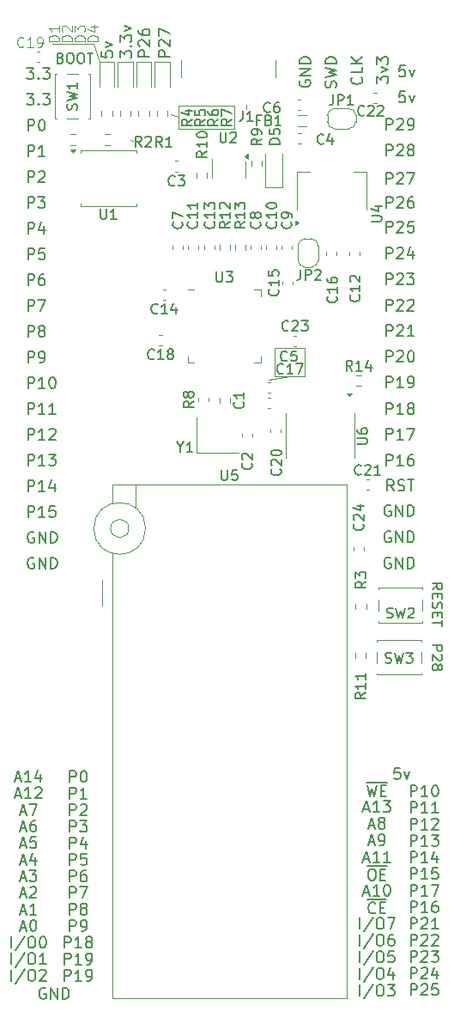
<source format=gbr>
G04 #@! TF.GenerationSoftware,KiCad,Pcbnew,9.0.2-2.fc42*
G04 #@! TF.CreationDate,2025-07-11T00:05:55+03:00*
G04 #@! TF.ProjectId,eeprom-programmer,65657072-6f6d-42d7-9072-6f6772616d6d,0.1*
G04 #@! TF.SameCoordinates,Original*
G04 #@! TF.FileFunction,Legend,Top*
G04 #@! TF.FilePolarity,Positive*
%FSLAX46Y46*%
G04 Gerber Fmt 4.6, Leading zero omitted, Abs format (unit mm)*
G04 Created by KiCad (PCBNEW 9.0.2-2.fc42) date 2025-07-11 00:05:55*
%MOMM*%
%LPD*%
G01*
G04 APERTURE LIST*
%ADD10C,0.120000*%
%ADD11C,0.137500*%
%ADD12C,0.150000*%
%ADD13C,0.125000*%
G04 APERTURE END LIST*
D10*
X159437500Y-72735000D02*
X162462500Y-72735000D01*
X162462500Y-75535000D01*
X159437500Y-75535000D01*
X159437500Y-72735000D01*
X149950000Y-49960000D02*
X149212500Y-49660000D01*
X149950000Y-48810000D02*
X155475000Y-48810000D01*
X155475000Y-51110000D01*
X149950000Y-51110000D01*
X149950000Y-48810000D01*
X137526185Y-42786931D02*
X141637500Y-42785000D01*
X160950000Y-75535000D02*
X158912500Y-75810000D01*
X142187500Y-44560000D02*
X141637500Y-42785000D01*
X156682500Y-49185000D02*
X156682500Y-48735000D01*
X145512500Y-52310000D02*
X145237500Y-52210000D01*
D11*
X172894864Y-116916412D02*
X172894864Y-115816412D01*
X172894864Y-115816412D02*
X173313912Y-115816412D01*
X173313912Y-115816412D02*
X173418674Y-115868793D01*
X173418674Y-115868793D02*
X173471055Y-115921174D01*
X173471055Y-115921174D02*
X173523436Y-116025936D01*
X173523436Y-116025936D02*
X173523436Y-116183079D01*
X173523436Y-116183079D02*
X173471055Y-116287841D01*
X173471055Y-116287841D02*
X173418674Y-116340222D01*
X173418674Y-116340222D02*
X173313912Y-116392603D01*
X173313912Y-116392603D02*
X172894864Y-116392603D01*
X174571055Y-116916412D02*
X173942483Y-116916412D01*
X174256769Y-116916412D02*
X174256769Y-115816412D01*
X174256769Y-115816412D02*
X174152007Y-115973555D01*
X174152007Y-115973555D02*
X174047245Y-116078317D01*
X174047245Y-116078317D02*
X173942483Y-116130698D01*
X175252007Y-115816412D02*
X175356769Y-115816412D01*
X175356769Y-115816412D02*
X175461531Y-115868793D01*
X175461531Y-115868793D02*
X175513912Y-115921174D01*
X175513912Y-115921174D02*
X175566293Y-116025936D01*
X175566293Y-116025936D02*
X175618674Y-116235460D01*
X175618674Y-116235460D02*
X175618674Y-116497365D01*
X175618674Y-116497365D02*
X175566293Y-116706889D01*
X175566293Y-116706889D02*
X175513912Y-116811651D01*
X175513912Y-116811651D02*
X175461531Y-116864032D01*
X175461531Y-116864032D02*
X175356769Y-116916412D01*
X175356769Y-116916412D02*
X175252007Y-116916412D01*
X175252007Y-116916412D02*
X175147245Y-116864032D01*
X175147245Y-116864032D02*
X175094864Y-116811651D01*
X175094864Y-116811651D02*
X175042483Y-116706889D01*
X175042483Y-116706889D02*
X174990102Y-116497365D01*
X174990102Y-116497365D02*
X174990102Y-116235460D01*
X174990102Y-116235460D02*
X175042483Y-116025936D01*
X175042483Y-116025936D02*
X175094864Y-115921174D01*
X175094864Y-115921174D02*
X175147245Y-115868793D01*
X175147245Y-115868793D02*
X175252007Y-115816412D01*
X172894864Y-136508230D02*
X172894864Y-135408230D01*
X172894864Y-135408230D02*
X173313912Y-135408230D01*
X173313912Y-135408230D02*
X173418674Y-135460611D01*
X173418674Y-135460611D02*
X173471055Y-135512992D01*
X173471055Y-135512992D02*
X173523436Y-135617754D01*
X173523436Y-135617754D02*
X173523436Y-135774897D01*
X173523436Y-135774897D02*
X173471055Y-135879659D01*
X173471055Y-135879659D02*
X173418674Y-135932040D01*
X173418674Y-135932040D02*
X173313912Y-135984421D01*
X173313912Y-135984421D02*
X172894864Y-135984421D01*
X173942483Y-135512992D02*
X173994864Y-135460611D01*
X173994864Y-135460611D02*
X174099626Y-135408230D01*
X174099626Y-135408230D02*
X174361531Y-135408230D01*
X174361531Y-135408230D02*
X174466293Y-135460611D01*
X174466293Y-135460611D02*
X174518674Y-135512992D01*
X174518674Y-135512992D02*
X174571055Y-135617754D01*
X174571055Y-135617754D02*
X174571055Y-135722516D01*
X174571055Y-135722516D02*
X174518674Y-135879659D01*
X174518674Y-135879659D02*
X173890102Y-136508230D01*
X173890102Y-136508230D02*
X174571055Y-136508230D01*
X175566293Y-135408230D02*
X175042483Y-135408230D01*
X175042483Y-135408230D02*
X174990102Y-135932040D01*
X174990102Y-135932040D02*
X175042483Y-135879659D01*
X175042483Y-135879659D02*
X175147245Y-135827278D01*
X175147245Y-135827278D02*
X175409150Y-135827278D01*
X175409150Y-135827278D02*
X175513912Y-135879659D01*
X175513912Y-135879659D02*
X175566293Y-135932040D01*
X175566293Y-135932040D02*
X175618674Y-136036802D01*
X175618674Y-136036802D02*
X175618674Y-136298707D01*
X175618674Y-136298707D02*
X175566293Y-136403469D01*
X175566293Y-136403469D02*
X175513912Y-136455850D01*
X175513912Y-136455850D02*
X175409150Y-136508230D01*
X175409150Y-136508230D02*
X175147245Y-136508230D01*
X175147245Y-136508230D02*
X175042483Y-136455850D01*
X175042483Y-136455850D02*
X174990102Y-136403469D01*
X172894864Y-118549064D02*
X172894864Y-117449064D01*
X172894864Y-117449064D02*
X173313912Y-117449064D01*
X173313912Y-117449064D02*
X173418674Y-117501445D01*
X173418674Y-117501445D02*
X173471055Y-117553826D01*
X173471055Y-117553826D02*
X173523436Y-117658588D01*
X173523436Y-117658588D02*
X173523436Y-117815731D01*
X173523436Y-117815731D02*
X173471055Y-117920493D01*
X173471055Y-117920493D02*
X173418674Y-117972874D01*
X173418674Y-117972874D02*
X173313912Y-118025255D01*
X173313912Y-118025255D02*
X172894864Y-118025255D01*
X174571055Y-118549064D02*
X173942483Y-118549064D01*
X174256769Y-118549064D02*
X174256769Y-117449064D01*
X174256769Y-117449064D02*
X174152007Y-117606207D01*
X174152007Y-117606207D02*
X174047245Y-117710969D01*
X174047245Y-117710969D02*
X173942483Y-117763350D01*
X175618674Y-118549064D02*
X174990102Y-118549064D01*
X175304388Y-118549064D02*
X175304388Y-117449064D01*
X175304388Y-117449064D02*
X175199626Y-117606207D01*
X175199626Y-117606207D02*
X175094864Y-117710969D01*
X175094864Y-117710969D02*
X174990102Y-117763350D01*
D12*
X175022680Y-102006779D02*
X176022680Y-102006779D01*
X176022680Y-102006779D02*
X176022680Y-102387731D01*
X176022680Y-102387731D02*
X175975061Y-102482969D01*
X175975061Y-102482969D02*
X175927442Y-102530588D01*
X175927442Y-102530588D02*
X175832204Y-102578207D01*
X175832204Y-102578207D02*
X175689347Y-102578207D01*
X175689347Y-102578207D02*
X175594109Y-102530588D01*
X175594109Y-102530588D02*
X175546490Y-102482969D01*
X175546490Y-102482969D02*
X175498871Y-102387731D01*
X175498871Y-102387731D02*
X175498871Y-102006779D01*
X175927442Y-102959160D02*
X175975061Y-103006779D01*
X175975061Y-103006779D02*
X176022680Y-103102017D01*
X176022680Y-103102017D02*
X176022680Y-103340112D01*
X176022680Y-103340112D02*
X175975061Y-103435350D01*
X175975061Y-103435350D02*
X175927442Y-103482969D01*
X175927442Y-103482969D02*
X175832204Y-103530588D01*
X175832204Y-103530588D02*
X175736966Y-103530588D01*
X175736966Y-103530588D02*
X175594109Y-103482969D01*
X175594109Y-103482969D02*
X175022680Y-102911541D01*
X175022680Y-102911541D02*
X175022680Y-103530588D01*
X175594109Y-104102017D02*
X175641728Y-104006779D01*
X175641728Y-104006779D02*
X175689347Y-103959160D01*
X175689347Y-103959160D02*
X175784585Y-103911541D01*
X175784585Y-103911541D02*
X175832204Y-103911541D01*
X175832204Y-103911541D02*
X175927442Y-103959160D01*
X175927442Y-103959160D02*
X175975061Y-104006779D01*
X175975061Y-104006779D02*
X176022680Y-104102017D01*
X176022680Y-104102017D02*
X176022680Y-104292493D01*
X176022680Y-104292493D02*
X175975061Y-104387731D01*
X175975061Y-104387731D02*
X175927442Y-104435350D01*
X175927442Y-104435350D02*
X175832204Y-104482969D01*
X175832204Y-104482969D02*
X175784585Y-104482969D01*
X175784585Y-104482969D02*
X175689347Y-104435350D01*
X175689347Y-104435350D02*
X175641728Y-104387731D01*
X175641728Y-104387731D02*
X175594109Y-104292493D01*
X175594109Y-104292493D02*
X175594109Y-104102017D01*
X175594109Y-104102017D02*
X175546490Y-104006779D01*
X175546490Y-104006779D02*
X175498871Y-103959160D01*
X175498871Y-103959160D02*
X175403633Y-103911541D01*
X175403633Y-103911541D02*
X175213157Y-103911541D01*
X175213157Y-103911541D02*
X175117919Y-103959160D01*
X175117919Y-103959160D02*
X175070300Y-104006779D01*
X175070300Y-104006779D02*
X175022680Y-104102017D01*
X175022680Y-104102017D02*
X175022680Y-104292493D01*
X175022680Y-104292493D02*
X175070300Y-104387731D01*
X175070300Y-104387731D02*
X175117919Y-104435350D01*
X175117919Y-104435350D02*
X175213157Y-104482969D01*
X175213157Y-104482969D02*
X175403633Y-104482969D01*
X175403633Y-104482969D02*
X175498871Y-104435350D01*
X175498871Y-104435350D02*
X175546490Y-104387731D01*
X175546490Y-104387731D02*
X175594109Y-104292493D01*
D11*
X135139864Y-84311651D02*
X135139864Y-83211651D01*
X135139864Y-83211651D02*
X135558912Y-83211651D01*
X135558912Y-83211651D02*
X135663674Y-83264032D01*
X135663674Y-83264032D02*
X135716055Y-83316413D01*
X135716055Y-83316413D02*
X135768436Y-83421175D01*
X135768436Y-83421175D02*
X135768436Y-83578318D01*
X135768436Y-83578318D02*
X135716055Y-83683080D01*
X135716055Y-83683080D02*
X135663674Y-83735461D01*
X135663674Y-83735461D02*
X135558912Y-83787842D01*
X135558912Y-83787842D02*
X135139864Y-83787842D01*
X136816055Y-84311651D02*
X136187483Y-84311651D01*
X136501769Y-84311651D02*
X136501769Y-83211651D01*
X136501769Y-83211651D02*
X136397007Y-83368794D01*
X136397007Y-83368794D02*
X136292245Y-83473556D01*
X136292245Y-83473556D02*
X136187483Y-83525937D01*
X137182721Y-83211651D02*
X137863674Y-83211651D01*
X137863674Y-83211651D02*
X137497007Y-83630699D01*
X137497007Y-83630699D02*
X137654150Y-83630699D01*
X137654150Y-83630699D02*
X137758912Y-83683080D01*
X137758912Y-83683080D02*
X137811293Y-83735461D01*
X137811293Y-83735461D02*
X137863674Y-83840223D01*
X137863674Y-83840223D02*
X137863674Y-84102128D01*
X137863674Y-84102128D02*
X137811293Y-84206890D01*
X137811293Y-84206890D02*
X137758912Y-84259271D01*
X137758912Y-84259271D02*
X137654150Y-84311651D01*
X137654150Y-84311651D02*
X137339864Y-84311651D01*
X137339864Y-84311651D02*
X137235102Y-84259271D01*
X137235102Y-84259271D02*
X137182721Y-84206890D01*
X168251531Y-123088706D02*
X168775341Y-123088706D01*
X168146769Y-123402991D02*
X168513436Y-122302991D01*
X168513436Y-122302991D02*
X168880103Y-123402991D01*
X169822960Y-123402991D02*
X169194388Y-123402991D01*
X169508674Y-123402991D02*
X169508674Y-122302991D01*
X169508674Y-122302991D02*
X169403912Y-122460134D01*
X169403912Y-122460134D02*
X169299150Y-122564896D01*
X169299150Y-122564896D02*
X169194388Y-122617277D01*
X170870579Y-123402991D02*
X170242007Y-123402991D01*
X170556293Y-123402991D02*
X170556293Y-122302991D01*
X170556293Y-122302991D02*
X170451531Y-122460134D01*
X170451531Y-122460134D02*
X170346769Y-122564896D01*
X170346769Y-122564896D02*
X170242007Y-122617277D01*
X135139864Y-56377441D02*
X135139864Y-55277441D01*
X135139864Y-55277441D02*
X135558912Y-55277441D01*
X135558912Y-55277441D02*
X135663674Y-55329822D01*
X135663674Y-55329822D02*
X135716055Y-55382203D01*
X135716055Y-55382203D02*
X135768436Y-55486965D01*
X135768436Y-55486965D02*
X135768436Y-55644108D01*
X135768436Y-55644108D02*
X135716055Y-55748870D01*
X135716055Y-55748870D02*
X135663674Y-55801251D01*
X135663674Y-55801251D02*
X135558912Y-55853632D01*
X135558912Y-55853632D02*
X135139864Y-55853632D01*
X136187483Y-55382203D02*
X136239864Y-55329822D01*
X136239864Y-55329822D02*
X136344626Y-55277441D01*
X136344626Y-55277441D02*
X136606531Y-55277441D01*
X136606531Y-55277441D02*
X136711293Y-55329822D01*
X136711293Y-55329822D02*
X136763674Y-55382203D01*
X136763674Y-55382203D02*
X136816055Y-55486965D01*
X136816055Y-55486965D02*
X136816055Y-55591727D01*
X136816055Y-55591727D02*
X136763674Y-55748870D01*
X136763674Y-55748870D02*
X136135102Y-56377441D01*
X136135102Y-56377441D02*
X136816055Y-56377441D01*
X172894864Y-125079670D02*
X172894864Y-123979670D01*
X172894864Y-123979670D02*
X173313912Y-123979670D01*
X173313912Y-123979670D02*
X173418674Y-124032051D01*
X173418674Y-124032051D02*
X173471055Y-124084432D01*
X173471055Y-124084432D02*
X173523436Y-124189194D01*
X173523436Y-124189194D02*
X173523436Y-124346337D01*
X173523436Y-124346337D02*
X173471055Y-124451099D01*
X173471055Y-124451099D02*
X173418674Y-124503480D01*
X173418674Y-124503480D02*
X173313912Y-124555861D01*
X173313912Y-124555861D02*
X172894864Y-124555861D01*
X174571055Y-125079670D02*
X173942483Y-125079670D01*
X174256769Y-125079670D02*
X174256769Y-123979670D01*
X174256769Y-123979670D02*
X174152007Y-124136813D01*
X174152007Y-124136813D02*
X174047245Y-124241575D01*
X174047245Y-124241575D02*
X173942483Y-124293956D01*
X175566293Y-123979670D02*
X175042483Y-123979670D01*
X175042483Y-123979670D02*
X174990102Y-124503480D01*
X174990102Y-124503480D02*
X175042483Y-124451099D01*
X175042483Y-124451099D02*
X175147245Y-124398718D01*
X175147245Y-124398718D02*
X175409150Y-124398718D01*
X175409150Y-124398718D02*
X175513912Y-124451099D01*
X175513912Y-124451099D02*
X175566293Y-124503480D01*
X175566293Y-124503480D02*
X175618674Y-124608242D01*
X175618674Y-124608242D02*
X175618674Y-124870147D01*
X175618674Y-124870147D02*
X175566293Y-124974909D01*
X175566293Y-124974909D02*
X175513912Y-125027290D01*
X175513912Y-125027290D02*
X175409150Y-125079670D01*
X175409150Y-125079670D02*
X175147245Y-125079670D01*
X175147245Y-125079670D02*
X175042483Y-125027290D01*
X175042483Y-125027290D02*
X174990102Y-124974909D01*
X170494864Y-81743230D02*
X170494864Y-80643230D01*
X170494864Y-80643230D02*
X170913912Y-80643230D01*
X170913912Y-80643230D02*
X171018674Y-80695611D01*
X171018674Y-80695611D02*
X171071055Y-80747992D01*
X171071055Y-80747992D02*
X171123436Y-80852754D01*
X171123436Y-80852754D02*
X171123436Y-81009897D01*
X171123436Y-81009897D02*
X171071055Y-81114659D01*
X171071055Y-81114659D02*
X171018674Y-81167040D01*
X171018674Y-81167040D02*
X170913912Y-81219421D01*
X170913912Y-81219421D02*
X170494864Y-81219421D01*
X172171055Y-81743230D02*
X171542483Y-81743230D01*
X171856769Y-81743230D02*
X171856769Y-80643230D01*
X171856769Y-80643230D02*
X171752007Y-80800373D01*
X171752007Y-80800373D02*
X171647245Y-80905135D01*
X171647245Y-80905135D02*
X171542483Y-80957516D01*
X172537721Y-80643230D02*
X173271055Y-80643230D01*
X173271055Y-80643230D02*
X172799626Y-81743230D01*
X170913912Y-90845611D02*
X170809150Y-90793230D01*
X170809150Y-90793230D02*
X170652007Y-90793230D01*
X170652007Y-90793230D02*
X170494864Y-90845611D01*
X170494864Y-90845611D02*
X170390102Y-90950373D01*
X170390102Y-90950373D02*
X170337721Y-91055135D01*
X170337721Y-91055135D02*
X170285340Y-91264659D01*
X170285340Y-91264659D02*
X170285340Y-91421802D01*
X170285340Y-91421802D02*
X170337721Y-91631326D01*
X170337721Y-91631326D02*
X170390102Y-91736088D01*
X170390102Y-91736088D02*
X170494864Y-91840850D01*
X170494864Y-91840850D02*
X170652007Y-91893230D01*
X170652007Y-91893230D02*
X170756769Y-91893230D01*
X170756769Y-91893230D02*
X170913912Y-91840850D01*
X170913912Y-91840850D02*
X170966293Y-91788469D01*
X170966293Y-91788469D02*
X170966293Y-91421802D01*
X170966293Y-91421802D02*
X170756769Y-91421802D01*
X171437721Y-91893230D02*
X171437721Y-90793230D01*
X171437721Y-90793230D02*
X172066293Y-91893230D01*
X172066293Y-91893230D02*
X172066293Y-90793230D01*
X172590102Y-91893230D02*
X172590102Y-90793230D01*
X172590102Y-90793230D02*
X172852007Y-90793230D01*
X172852007Y-90793230D02*
X173009150Y-90845611D01*
X173009150Y-90845611D02*
X173113912Y-90950373D01*
X173113912Y-90950373D02*
X173166293Y-91055135D01*
X173166293Y-91055135D02*
X173218674Y-91264659D01*
X173218674Y-91264659D02*
X173218674Y-91421802D01*
X173218674Y-91421802D02*
X173166293Y-91631326D01*
X173166293Y-91631326D02*
X173113912Y-91736088D01*
X173113912Y-91736088D02*
X173009150Y-91840850D01*
X173009150Y-91840850D02*
X172852007Y-91893230D01*
X172852007Y-91893230D02*
X172590102Y-91893230D01*
X138741054Y-135106184D02*
X138741054Y-134006184D01*
X138741054Y-134006184D02*
X139160102Y-134006184D01*
X139160102Y-134006184D02*
X139264864Y-134058565D01*
X139264864Y-134058565D02*
X139317245Y-134110946D01*
X139317245Y-134110946D02*
X139369626Y-134215708D01*
X139369626Y-134215708D02*
X139369626Y-134372851D01*
X139369626Y-134372851D02*
X139317245Y-134477613D01*
X139317245Y-134477613D02*
X139264864Y-134529994D01*
X139264864Y-134529994D02*
X139160102Y-134582375D01*
X139160102Y-134582375D02*
X138741054Y-134582375D01*
X140417245Y-135106184D02*
X139788673Y-135106184D01*
X140102959Y-135106184D02*
X140102959Y-134006184D01*
X140102959Y-134006184D02*
X139998197Y-134163327D01*
X139998197Y-134163327D02*
X139893435Y-134268089D01*
X139893435Y-134268089D02*
X139788673Y-134320470D01*
X140941054Y-135106184D02*
X141150578Y-135106184D01*
X141150578Y-135106184D02*
X141255340Y-135053804D01*
X141255340Y-135053804D02*
X141307721Y-135001423D01*
X141307721Y-135001423D02*
X141412483Y-134844280D01*
X141412483Y-134844280D02*
X141464864Y-134634756D01*
X141464864Y-134634756D02*
X141464864Y-134215708D01*
X141464864Y-134215708D02*
X141412483Y-134110946D01*
X141412483Y-134110946D02*
X141360102Y-134058565D01*
X141360102Y-134058565D02*
X141255340Y-134006184D01*
X141255340Y-134006184D02*
X141045816Y-134006184D01*
X141045816Y-134006184D02*
X140941054Y-134058565D01*
X140941054Y-134058565D02*
X140888673Y-134110946D01*
X140888673Y-134110946D02*
X140836292Y-134215708D01*
X140836292Y-134215708D02*
X140836292Y-134477613D01*
X140836292Y-134477613D02*
X140888673Y-134582375D01*
X140888673Y-134582375D02*
X140941054Y-134634756D01*
X140941054Y-134634756D02*
X141045816Y-134687137D01*
X141045816Y-134687137D02*
X141255340Y-134687137D01*
X141255340Y-134687137D02*
X141360102Y-134634756D01*
X141360102Y-134634756D02*
X141412483Y-134582375D01*
X141412483Y-134582375D02*
X141464864Y-134477613D01*
X135139864Y-58916914D02*
X135139864Y-57816914D01*
X135139864Y-57816914D02*
X135558912Y-57816914D01*
X135558912Y-57816914D02*
X135663674Y-57869295D01*
X135663674Y-57869295D02*
X135716055Y-57921676D01*
X135716055Y-57921676D02*
X135768436Y-58026438D01*
X135768436Y-58026438D02*
X135768436Y-58183581D01*
X135768436Y-58183581D02*
X135716055Y-58288343D01*
X135716055Y-58288343D02*
X135663674Y-58340724D01*
X135663674Y-58340724D02*
X135558912Y-58393105D01*
X135558912Y-58393105D02*
X135139864Y-58393105D01*
X136135102Y-57816914D02*
X136816055Y-57816914D01*
X136816055Y-57816914D02*
X136449388Y-58235962D01*
X136449388Y-58235962D02*
X136606531Y-58235962D01*
X136606531Y-58235962D02*
X136711293Y-58288343D01*
X136711293Y-58288343D02*
X136763674Y-58340724D01*
X136763674Y-58340724D02*
X136816055Y-58445486D01*
X136816055Y-58445486D02*
X136816055Y-58707391D01*
X136816055Y-58707391D02*
X136763674Y-58812153D01*
X136763674Y-58812153D02*
X136711293Y-58864534D01*
X136711293Y-58864534D02*
X136606531Y-58916914D01*
X136606531Y-58916914D02*
X136292245Y-58916914D01*
X136292245Y-58916914D02*
X136187483Y-58864534D01*
X136187483Y-58864534D02*
X136135102Y-58812153D01*
X134405340Y-120065536D02*
X134929150Y-120065536D01*
X134300578Y-120379821D02*
X134667245Y-119279821D01*
X134667245Y-119279821D02*
X135033912Y-120379821D01*
X135872007Y-119279821D02*
X135662483Y-119279821D01*
X135662483Y-119279821D02*
X135557721Y-119332202D01*
X135557721Y-119332202D02*
X135505340Y-119384583D01*
X135505340Y-119384583D02*
X135400578Y-119541726D01*
X135400578Y-119541726D02*
X135348197Y-119751250D01*
X135348197Y-119751250D02*
X135348197Y-120170298D01*
X135348197Y-120170298D02*
X135400578Y-120275060D01*
X135400578Y-120275060D02*
X135452959Y-120327441D01*
X135452959Y-120327441D02*
X135557721Y-120379821D01*
X135557721Y-120379821D02*
X135767245Y-120379821D01*
X135767245Y-120379821D02*
X135872007Y-120327441D01*
X135872007Y-120327441D02*
X135924388Y-120275060D01*
X135924388Y-120275060D02*
X135976769Y-120170298D01*
X135976769Y-120170298D02*
X135976769Y-119908393D01*
X135976769Y-119908393D02*
X135924388Y-119803631D01*
X135924388Y-119803631D02*
X135872007Y-119751250D01*
X135872007Y-119751250D02*
X135767245Y-119698869D01*
X135767245Y-119698869D02*
X135557721Y-119698869D01*
X135557721Y-119698869D02*
X135452959Y-119751250D01*
X135452959Y-119751250D02*
X135400578Y-119803631D01*
X135400578Y-119803631D02*
X135348197Y-119908393D01*
X134405340Y-126606142D02*
X134929150Y-126606142D01*
X134300578Y-126920427D02*
X134667245Y-125820427D01*
X134667245Y-125820427D02*
X135033912Y-126920427D01*
X135348197Y-125925189D02*
X135400578Y-125872808D01*
X135400578Y-125872808D02*
X135505340Y-125820427D01*
X135505340Y-125820427D02*
X135767245Y-125820427D01*
X135767245Y-125820427D02*
X135872007Y-125872808D01*
X135872007Y-125872808D02*
X135924388Y-125925189D01*
X135924388Y-125925189D02*
X135976769Y-126029951D01*
X135976769Y-126029951D02*
X135976769Y-126134713D01*
X135976769Y-126134713D02*
X135924388Y-126291856D01*
X135924388Y-126291856D02*
X135295816Y-126920427D01*
X135295816Y-126920427D02*
X135976769Y-126920427D01*
X133514864Y-133461033D02*
X133514864Y-132361033D01*
X134824389Y-132308653D02*
X133881531Y-133722938D01*
X135400579Y-132361033D02*
X135610103Y-132361033D01*
X135610103Y-132361033D02*
X135714865Y-132413414D01*
X135714865Y-132413414D02*
X135819627Y-132518176D01*
X135819627Y-132518176D02*
X135872008Y-132727700D01*
X135872008Y-132727700D02*
X135872008Y-133094367D01*
X135872008Y-133094367D02*
X135819627Y-133303891D01*
X135819627Y-133303891D02*
X135714865Y-133408653D01*
X135714865Y-133408653D02*
X135610103Y-133461033D01*
X135610103Y-133461033D02*
X135400579Y-133461033D01*
X135400579Y-133461033D02*
X135295817Y-133408653D01*
X135295817Y-133408653D02*
X135191055Y-133303891D01*
X135191055Y-133303891D02*
X135138674Y-133094367D01*
X135138674Y-133094367D02*
X135138674Y-132727700D01*
X135138674Y-132727700D02*
X135191055Y-132518176D01*
X135191055Y-132518176D02*
X135295817Y-132413414D01*
X135295817Y-132413414D02*
X135400579Y-132361033D01*
X136919627Y-133461033D02*
X136291055Y-133461033D01*
X136605341Y-133461033D02*
X136605341Y-132361033D01*
X136605341Y-132361033D02*
X136500579Y-132518176D01*
X136500579Y-132518176D02*
X136395817Y-132622938D01*
X136395817Y-132622938D02*
X136291055Y-132675319D01*
X135139864Y-53837967D02*
X135139864Y-52737967D01*
X135139864Y-52737967D02*
X135558912Y-52737967D01*
X135558912Y-52737967D02*
X135663674Y-52790348D01*
X135663674Y-52790348D02*
X135716055Y-52842729D01*
X135716055Y-52842729D02*
X135768436Y-52947491D01*
X135768436Y-52947491D02*
X135768436Y-53104634D01*
X135768436Y-53104634D02*
X135716055Y-53209396D01*
X135716055Y-53209396D02*
X135663674Y-53261777D01*
X135663674Y-53261777D02*
X135558912Y-53314158D01*
X135558912Y-53314158D02*
X135139864Y-53314158D01*
X136816055Y-53837967D02*
X136187483Y-53837967D01*
X136501769Y-53837967D02*
X136501769Y-52737967D01*
X136501769Y-52737967D02*
X136397007Y-52895110D01*
X136397007Y-52895110D02*
X136292245Y-52999872D01*
X136292245Y-52999872D02*
X136187483Y-53052253D01*
X167884864Y-134922575D02*
X167884864Y-133822575D01*
X169194389Y-133770195D02*
X168251531Y-135184480D01*
X169770579Y-133822575D02*
X169980103Y-133822575D01*
X169980103Y-133822575D02*
X170084865Y-133874956D01*
X170084865Y-133874956D02*
X170189627Y-133979718D01*
X170189627Y-133979718D02*
X170242008Y-134189242D01*
X170242008Y-134189242D02*
X170242008Y-134555909D01*
X170242008Y-134555909D02*
X170189627Y-134765433D01*
X170189627Y-134765433D02*
X170084865Y-134870195D01*
X170084865Y-134870195D02*
X169980103Y-134922575D01*
X169980103Y-134922575D02*
X169770579Y-134922575D01*
X169770579Y-134922575D02*
X169665817Y-134870195D01*
X169665817Y-134870195D02*
X169561055Y-134765433D01*
X169561055Y-134765433D02*
X169508674Y-134555909D01*
X169508674Y-134555909D02*
X169508674Y-134189242D01*
X169508674Y-134189242D02*
X169561055Y-133979718D01*
X169561055Y-133979718D02*
X169665817Y-133874956D01*
X169665817Y-133874956D02*
X169770579Y-133822575D01*
X171184865Y-134189242D02*
X171184865Y-134922575D01*
X170922960Y-133770195D02*
X170661055Y-134555909D01*
X170661055Y-134555909D02*
X171342008Y-134555909D01*
X144270730Y-44112397D02*
X144270730Y-43431444D01*
X144270730Y-43431444D02*
X144689778Y-43798111D01*
X144689778Y-43798111D02*
X144689778Y-43640968D01*
X144689778Y-43640968D02*
X144742159Y-43536206D01*
X144742159Y-43536206D02*
X144794540Y-43483825D01*
X144794540Y-43483825D02*
X144899302Y-43431444D01*
X144899302Y-43431444D02*
X145161207Y-43431444D01*
X145161207Y-43431444D02*
X145265969Y-43483825D01*
X145265969Y-43483825D02*
X145318350Y-43536206D01*
X145318350Y-43536206D02*
X145370730Y-43640968D01*
X145370730Y-43640968D02*
X145370730Y-43955254D01*
X145370730Y-43955254D02*
X145318350Y-44060016D01*
X145318350Y-44060016D02*
X145265969Y-44112397D01*
X145265969Y-42960016D02*
X145318350Y-42907635D01*
X145318350Y-42907635D02*
X145370730Y-42960016D01*
X145370730Y-42960016D02*
X145318350Y-43012397D01*
X145318350Y-43012397D02*
X145265969Y-42960016D01*
X145265969Y-42960016D02*
X145370730Y-42960016D01*
X144270730Y-42540968D02*
X144270730Y-41860015D01*
X144270730Y-41860015D02*
X144689778Y-42226682D01*
X144689778Y-42226682D02*
X144689778Y-42069539D01*
X144689778Y-42069539D02*
X144742159Y-41964777D01*
X144742159Y-41964777D02*
X144794540Y-41912396D01*
X144794540Y-41912396D02*
X144899302Y-41860015D01*
X144899302Y-41860015D02*
X145161207Y-41860015D01*
X145161207Y-41860015D02*
X145265969Y-41912396D01*
X145265969Y-41912396D02*
X145318350Y-41964777D01*
X145318350Y-41964777D02*
X145370730Y-42069539D01*
X145370730Y-42069539D02*
X145370730Y-42383825D01*
X145370730Y-42383825D02*
X145318350Y-42488587D01*
X145318350Y-42488587D02*
X145265969Y-42540968D01*
X144637397Y-41493349D02*
X145370730Y-41231444D01*
X145370730Y-41231444D02*
X144637397Y-40969539D01*
X169403912Y-128361235D02*
X169351531Y-128413616D01*
X169351531Y-128413616D02*
X169194388Y-128465996D01*
X169194388Y-128465996D02*
X169089626Y-128465996D01*
X169089626Y-128465996D02*
X168932483Y-128413616D01*
X168932483Y-128413616D02*
X168827721Y-128308854D01*
X168827721Y-128308854D02*
X168775340Y-128204092D01*
X168775340Y-128204092D02*
X168722959Y-127994568D01*
X168722959Y-127994568D02*
X168722959Y-127837425D01*
X168722959Y-127837425D02*
X168775340Y-127627901D01*
X168775340Y-127627901D02*
X168827721Y-127523139D01*
X168827721Y-127523139D02*
X168932483Y-127418377D01*
X168932483Y-127418377D02*
X169089626Y-127365996D01*
X169089626Y-127365996D02*
X169194388Y-127365996D01*
X169194388Y-127365996D02*
X169351531Y-127418377D01*
X169351531Y-127418377D02*
X169403912Y-127470758D01*
X169875340Y-127889806D02*
X170242007Y-127889806D01*
X170399150Y-128465996D02*
X169875340Y-128465996D01*
X169875340Y-128465996D02*
X169875340Y-127365996D01*
X169875340Y-127365996D02*
X170399150Y-127365996D01*
X168623436Y-127060616D02*
X170498674Y-127060616D01*
X134405340Y-118430384D02*
X134929150Y-118430384D01*
X134300578Y-118744669D02*
X134667245Y-117644669D01*
X134667245Y-117644669D02*
X135033912Y-118744669D01*
X135295816Y-117644669D02*
X136029150Y-117644669D01*
X136029150Y-117644669D02*
X135557721Y-118744669D01*
X167884864Y-131631265D02*
X167884864Y-130531265D01*
X169194389Y-130478885D02*
X168251531Y-131893170D01*
X169770579Y-130531265D02*
X169980103Y-130531265D01*
X169980103Y-130531265D02*
X170084865Y-130583646D01*
X170084865Y-130583646D02*
X170189627Y-130688408D01*
X170189627Y-130688408D02*
X170242008Y-130897932D01*
X170242008Y-130897932D02*
X170242008Y-131264599D01*
X170242008Y-131264599D02*
X170189627Y-131474123D01*
X170189627Y-131474123D02*
X170084865Y-131578885D01*
X170084865Y-131578885D02*
X169980103Y-131631265D01*
X169980103Y-131631265D02*
X169770579Y-131631265D01*
X169770579Y-131631265D02*
X169665817Y-131578885D01*
X169665817Y-131578885D02*
X169561055Y-131474123D01*
X169561055Y-131474123D02*
X169508674Y-131264599D01*
X169508674Y-131264599D02*
X169508674Y-130897932D01*
X169508674Y-130897932D02*
X169561055Y-130688408D01*
X169561055Y-130688408D02*
X169665817Y-130583646D01*
X169665817Y-130583646D02*
X169770579Y-130531265D01*
X171184865Y-130531265D02*
X170975341Y-130531265D01*
X170975341Y-130531265D02*
X170870579Y-130583646D01*
X170870579Y-130583646D02*
X170818198Y-130636027D01*
X170818198Y-130636027D02*
X170713436Y-130793170D01*
X170713436Y-130793170D02*
X170661055Y-131002694D01*
X170661055Y-131002694D02*
X170661055Y-131421742D01*
X170661055Y-131421742D02*
X170713436Y-131526504D01*
X170713436Y-131526504D02*
X170765817Y-131578885D01*
X170765817Y-131578885D02*
X170870579Y-131631265D01*
X170870579Y-131631265D02*
X171080103Y-131631265D01*
X171080103Y-131631265D02*
X171184865Y-131578885D01*
X171184865Y-131578885D02*
X171237246Y-131526504D01*
X171237246Y-131526504D02*
X171289627Y-131421742D01*
X171289627Y-131421742D02*
X171289627Y-131159837D01*
X171289627Y-131159837D02*
X171237246Y-131055075D01*
X171237246Y-131055075D02*
X171184865Y-131002694D01*
X171184865Y-131002694D02*
X171080103Y-130950313D01*
X171080103Y-130950313D02*
X170870579Y-130950313D01*
X170870579Y-130950313D02*
X170765817Y-131002694D01*
X170765817Y-131002694D02*
X170713436Y-131055075D01*
X170713436Y-131055075D02*
X170661055Y-131159837D01*
X149120730Y-44007635D02*
X148020730Y-44007635D01*
X148020730Y-44007635D02*
X148020730Y-43588587D01*
X148020730Y-43588587D02*
X148073111Y-43483825D01*
X148073111Y-43483825D02*
X148125492Y-43431444D01*
X148125492Y-43431444D02*
X148230254Y-43379063D01*
X148230254Y-43379063D02*
X148387397Y-43379063D01*
X148387397Y-43379063D02*
X148492159Y-43431444D01*
X148492159Y-43431444D02*
X148544540Y-43483825D01*
X148544540Y-43483825D02*
X148596921Y-43588587D01*
X148596921Y-43588587D02*
X148596921Y-44007635D01*
X148125492Y-42960016D02*
X148073111Y-42907635D01*
X148073111Y-42907635D02*
X148020730Y-42802873D01*
X148020730Y-42802873D02*
X148020730Y-42540968D01*
X148020730Y-42540968D02*
X148073111Y-42436206D01*
X148073111Y-42436206D02*
X148125492Y-42383825D01*
X148125492Y-42383825D02*
X148230254Y-42331444D01*
X148230254Y-42331444D02*
X148335016Y-42331444D01*
X148335016Y-42331444D02*
X148492159Y-42383825D01*
X148492159Y-42383825D02*
X149120730Y-43012397D01*
X149120730Y-43012397D02*
X149120730Y-42331444D01*
X148020730Y-41964778D02*
X148020730Y-41231444D01*
X148020730Y-41231444D02*
X149120730Y-41702873D01*
X134405340Y-124970990D02*
X134929150Y-124970990D01*
X134300578Y-125285275D02*
X134667245Y-124185275D01*
X134667245Y-124185275D02*
X135033912Y-125285275D01*
X135295816Y-124185275D02*
X135976769Y-124185275D01*
X135976769Y-124185275D02*
X135610102Y-124604323D01*
X135610102Y-124604323D02*
X135767245Y-124604323D01*
X135767245Y-124604323D02*
X135872007Y-124656704D01*
X135872007Y-124656704D02*
X135924388Y-124709085D01*
X135924388Y-124709085D02*
X135976769Y-124813847D01*
X135976769Y-124813847D02*
X135976769Y-125075752D01*
X135976769Y-125075752D02*
X135924388Y-125180514D01*
X135924388Y-125180514D02*
X135872007Y-125232895D01*
X135872007Y-125232895D02*
X135767245Y-125285275D01*
X135767245Y-125285275D02*
X135452959Y-125285275D01*
X135452959Y-125285275D02*
X135348197Y-125232895D01*
X135348197Y-125232895D02*
X135295816Y-125180514D01*
X135716055Y-93421927D02*
X135611293Y-93369546D01*
X135611293Y-93369546D02*
X135454150Y-93369546D01*
X135454150Y-93369546D02*
X135297007Y-93421927D01*
X135297007Y-93421927D02*
X135192245Y-93526689D01*
X135192245Y-93526689D02*
X135139864Y-93631451D01*
X135139864Y-93631451D02*
X135087483Y-93840975D01*
X135087483Y-93840975D02*
X135087483Y-93998118D01*
X135087483Y-93998118D02*
X135139864Y-94207642D01*
X135139864Y-94207642D02*
X135192245Y-94312404D01*
X135192245Y-94312404D02*
X135297007Y-94417166D01*
X135297007Y-94417166D02*
X135454150Y-94469546D01*
X135454150Y-94469546D02*
X135558912Y-94469546D01*
X135558912Y-94469546D02*
X135716055Y-94417166D01*
X135716055Y-94417166D02*
X135768436Y-94364785D01*
X135768436Y-94364785D02*
X135768436Y-93998118D01*
X135768436Y-93998118D02*
X135558912Y-93998118D01*
X136239864Y-94469546D02*
X136239864Y-93369546D01*
X136239864Y-93369546D02*
X136868436Y-94469546D01*
X136868436Y-94469546D02*
X136868436Y-93369546D01*
X137392245Y-94469546D02*
X137392245Y-93369546D01*
X137392245Y-93369546D02*
X137654150Y-93369546D01*
X137654150Y-93369546D02*
X137811293Y-93421927D01*
X137811293Y-93421927D02*
X137916055Y-93526689D01*
X137916055Y-93526689D02*
X137968436Y-93631451D01*
X137968436Y-93631451D02*
X138020817Y-93840975D01*
X138020817Y-93840975D02*
X138020817Y-93998118D01*
X138020817Y-93998118D02*
X137968436Y-94207642D01*
X137968436Y-94207642D02*
X137916055Y-94312404D01*
X137916055Y-94312404D02*
X137811293Y-94417166D01*
X137811293Y-94417166D02*
X137654150Y-94469546D01*
X137654150Y-94469546D02*
X137392245Y-94469546D01*
X168017636Y-46046206D02*
X168070017Y-46098587D01*
X168070017Y-46098587D02*
X168122397Y-46255730D01*
X168122397Y-46255730D02*
X168122397Y-46360492D01*
X168122397Y-46360492D02*
X168070017Y-46517635D01*
X168070017Y-46517635D02*
X167965255Y-46622397D01*
X167965255Y-46622397D02*
X167860493Y-46674778D01*
X167860493Y-46674778D02*
X167650969Y-46727159D01*
X167650969Y-46727159D02*
X167493826Y-46727159D01*
X167493826Y-46727159D02*
X167284302Y-46674778D01*
X167284302Y-46674778D02*
X167179540Y-46622397D01*
X167179540Y-46622397D02*
X167074778Y-46517635D01*
X167074778Y-46517635D02*
X167022397Y-46360492D01*
X167022397Y-46360492D02*
X167022397Y-46255730D01*
X167022397Y-46255730D02*
X167074778Y-46098587D01*
X167074778Y-46098587D02*
X167127159Y-46046206D01*
X168122397Y-45050968D02*
X168122397Y-45574778D01*
X168122397Y-45574778D02*
X167022397Y-45574778D01*
X168122397Y-44684302D02*
X167022397Y-44684302D01*
X168122397Y-44055730D02*
X167493826Y-44527159D01*
X167022397Y-44055730D02*
X167650969Y-44684302D01*
X169580730Y-46622397D02*
X169580730Y-45941444D01*
X169580730Y-45941444D02*
X169999778Y-46308111D01*
X169999778Y-46308111D02*
X169999778Y-46150968D01*
X169999778Y-46150968D02*
X170052159Y-46046206D01*
X170052159Y-46046206D02*
X170104540Y-45993825D01*
X170104540Y-45993825D02*
X170209302Y-45941444D01*
X170209302Y-45941444D02*
X170471207Y-45941444D01*
X170471207Y-45941444D02*
X170575969Y-45993825D01*
X170575969Y-45993825D02*
X170628350Y-46046206D01*
X170628350Y-46046206D02*
X170680730Y-46150968D01*
X170680730Y-46150968D02*
X170680730Y-46465254D01*
X170680730Y-46465254D02*
X170628350Y-46570016D01*
X170628350Y-46570016D02*
X170575969Y-46622397D01*
X169947397Y-45574778D02*
X170680730Y-45312873D01*
X170680730Y-45312873D02*
X169947397Y-45050968D01*
X169580730Y-44736683D02*
X169580730Y-44055730D01*
X169580730Y-44055730D02*
X169999778Y-44422397D01*
X169999778Y-44422397D02*
X169999778Y-44265254D01*
X169999778Y-44265254D02*
X170052159Y-44160492D01*
X170052159Y-44160492D02*
X170104540Y-44108111D01*
X170104540Y-44108111D02*
X170209302Y-44055730D01*
X170209302Y-44055730D02*
X170471207Y-44055730D01*
X170471207Y-44055730D02*
X170575969Y-44108111D01*
X170575969Y-44108111D02*
X170628350Y-44160492D01*
X170628350Y-44160492D02*
X170680730Y-44265254D01*
X170680730Y-44265254D02*
X170680730Y-44579540D01*
X170680730Y-44579540D02*
X170628350Y-44684302D01*
X170628350Y-44684302D02*
X170575969Y-44736683D01*
X135139864Y-81772178D02*
X135139864Y-80672178D01*
X135139864Y-80672178D02*
X135558912Y-80672178D01*
X135558912Y-80672178D02*
X135663674Y-80724559D01*
X135663674Y-80724559D02*
X135716055Y-80776940D01*
X135716055Y-80776940D02*
X135768436Y-80881702D01*
X135768436Y-80881702D02*
X135768436Y-81038845D01*
X135768436Y-81038845D02*
X135716055Y-81143607D01*
X135716055Y-81143607D02*
X135663674Y-81195988D01*
X135663674Y-81195988D02*
X135558912Y-81248369D01*
X135558912Y-81248369D02*
X135139864Y-81248369D01*
X136816055Y-81772178D02*
X136187483Y-81772178D01*
X136501769Y-81772178D02*
X136501769Y-80672178D01*
X136501769Y-80672178D02*
X136397007Y-80829321D01*
X136397007Y-80829321D02*
X136292245Y-80934083D01*
X136292245Y-80934083D02*
X136187483Y-80986464D01*
X137235102Y-80776940D02*
X137287483Y-80724559D01*
X137287483Y-80724559D02*
X137392245Y-80672178D01*
X137392245Y-80672178D02*
X137654150Y-80672178D01*
X137654150Y-80672178D02*
X137758912Y-80724559D01*
X137758912Y-80724559D02*
X137811293Y-80776940D01*
X137811293Y-80776940D02*
X137863674Y-80881702D01*
X137863674Y-80881702D02*
X137863674Y-80986464D01*
X137863674Y-80986464D02*
X137811293Y-81143607D01*
X137811293Y-81143607D02*
X137182721Y-81772178D01*
X137182721Y-81772178D02*
X137863674Y-81772178D01*
X172894864Y-121814367D02*
X172894864Y-120714367D01*
X172894864Y-120714367D02*
X173313912Y-120714367D01*
X173313912Y-120714367D02*
X173418674Y-120766748D01*
X173418674Y-120766748D02*
X173471055Y-120819129D01*
X173471055Y-120819129D02*
X173523436Y-120923891D01*
X173523436Y-120923891D02*
X173523436Y-121081034D01*
X173523436Y-121081034D02*
X173471055Y-121185796D01*
X173471055Y-121185796D02*
X173418674Y-121238177D01*
X173418674Y-121238177D02*
X173313912Y-121290558D01*
X173313912Y-121290558D02*
X172894864Y-121290558D01*
X174571055Y-121814367D02*
X173942483Y-121814367D01*
X174256769Y-121814367D02*
X174256769Y-120714367D01*
X174256769Y-120714367D02*
X174152007Y-120871510D01*
X174152007Y-120871510D02*
X174047245Y-120976272D01*
X174047245Y-120976272D02*
X173942483Y-121028653D01*
X174937721Y-120714367D02*
X175618674Y-120714367D01*
X175618674Y-120714367D02*
X175252007Y-121133415D01*
X175252007Y-121133415D02*
X175409150Y-121133415D01*
X175409150Y-121133415D02*
X175513912Y-121185796D01*
X175513912Y-121185796D02*
X175566293Y-121238177D01*
X175566293Y-121238177D02*
X175618674Y-121342939D01*
X175618674Y-121342939D02*
X175618674Y-121604844D01*
X175618674Y-121604844D02*
X175566293Y-121709606D01*
X175566293Y-121709606D02*
X175513912Y-121761987D01*
X175513912Y-121761987D02*
X175409150Y-121814367D01*
X175409150Y-121814367D02*
X175094864Y-121814367D01*
X175094864Y-121814367D02*
X174990102Y-121761987D01*
X174990102Y-121761987D02*
X174937721Y-121709606D01*
X170494864Y-84318230D02*
X170494864Y-83218230D01*
X170494864Y-83218230D02*
X170913912Y-83218230D01*
X170913912Y-83218230D02*
X171018674Y-83270611D01*
X171018674Y-83270611D02*
X171071055Y-83322992D01*
X171071055Y-83322992D02*
X171123436Y-83427754D01*
X171123436Y-83427754D02*
X171123436Y-83584897D01*
X171123436Y-83584897D02*
X171071055Y-83689659D01*
X171071055Y-83689659D02*
X171018674Y-83742040D01*
X171018674Y-83742040D02*
X170913912Y-83794421D01*
X170913912Y-83794421D02*
X170494864Y-83794421D01*
X172171055Y-84318230D02*
X171542483Y-84318230D01*
X171856769Y-84318230D02*
X171856769Y-83218230D01*
X171856769Y-83218230D02*
X171752007Y-83375373D01*
X171752007Y-83375373D02*
X171647245Y-83480135D01*
X171647245Y-83480135D02*
X171542483Y-83532516D01*
X173113912Y-83218230D02*
X172904388Y-83218230D01*
X172904388Y-83218230D02*
X172799626Y-83270611D01*
X172799626Y-83270611D02*
X172747245Y-83322992D01*
X172747245Y-83322992D02*
X172642483Y-83480135D01*
X172642483Y-83480135D02*
X172590102Y-83689659D01*
X172590102Y-83689659D02*
X172590102Y-84108707D01*
X172590102Y-84108707D02*
X172642483Y-84213469D01*
X172642483Y-84213469D02*
X172694864Y-84265850D01*
X172694864Y-84265850D02*
X172799626Y-84318230D01*
X172799626Y-84318230D02*
X173009150Y-84318230D01*
X173009150Y-84318230D02*
X173113912Y-84265850D01*
X173113912Y-84265850D02*
X173166293Y-84213469D01*
X173166293Y-84213469D02*
X173218674Y-84108707D01*
X173218674Y-84108707D02*
X173218674Y-83846802D01*
X173218674Y-83846802D02*
X173166293Y-83742040D01*
X173166293Y-83742040D02*
X173113912Y-83689659D01*
X173113912Y-83689659D02*
X173009150Y-83637278D01*
X173009150Y-83637278D02*
X172799626Y-83637278D01*
X172799626Y-83637278D02*
X172694864Y-83689659D01*
X172694864Y-83689659D02*
X172642483Y-83742040D01*
X172642483Y-83742040D02*
X172590102Y-83846802D01*
X167884864Y-136568230D02*
X167884864Y-135468230D01*
X169194389Y-135415850D02*
X168251531Y-136830135D01*
X169770579Y-135468230D02*
X169980103Y-135468230D01*
X169980103Y-135468230D02*
X170084865Y-135520611D01*
X170084865Y-135520611D02*
X170189627Y-135625373D01*
X170189627Y-135625373D02*
X170242008Y-135834897D01*
X170242008Y-135834897D02*
X170242008Y-136201564D01*
X170242008Y-136201564D02*
X170189627Y-136411088D01*
X170189627Y-136411088D02*
X170084865Y-136515850D01*
X170084865Y-136515850D02*
X169980103Y-136568230D01*
X169980103Y-136568230D02*
X169770579Y-136568230D01*
X169770579Y-136568230D02*
X169665817Y-136515850D01*
X169665817Y-136515850D02*
X169561055Y-136411088D01*
X169561055Y-136411088D02*
X169508674Y-136201564D01*
X169508674Y-136201564D02*
X169508674Y-135834897D01*
X169508674Y-135834897D02*
X169561055Y-135625373D01*
X169561055Y-135625373D02*
X169665817Y-135520611D01*
X169665817Y-135520611D02*
X169770579Y-135468230D01*
X170608674Y-135468230D02*
X171289627Y-135468230D01*
X171289627Y-135468230D02*
X170922960Y-135887278D01*
X170922960Y-135887278D02*
X171080103Y-135887278D01*
X171080103Y-135887278D02*
X171184865Y-135939659D01*
X171184865Y-135939659D02*
X171237246Y-135992040D01*
X171237246Y-135992040D02*
X171289627Y-136096802D01*
X171289627Y-136096802D02*
X171289627Y-136358707D01*
X171289627Y-136358707D02*
X171237246Y-136463469D01*
X171237246Y-136463469D02*
X171184865Y-136515850D01*
X171184865Y-136515850D02*
X171080103Y-136568230D01*
X171080103Y-136568230D02*
X170765817Y-136568230D01*
X170765817Y-136568230D02*
X170661055Y-136515850D01*
X170661055Y-136515850D02*
X170608674Y-136463469D01*
X134405340Y-128241293D02*
X134929150Y-128241293D01*
X134300578Y-128555578D02*
X134667245Y-127455578D01*
X134667245Y-127455578D02*
X135033912Y-128555578D01*
X135976769Y-128555578D02*
X135348197Y-128555578D01*
X135662483Y-128555578D02*
X135662483Y-127455578D01*
X135662483Y-127455578D02*
X135557721Y-127612721D01*
X135557721Y-127612721D02*
X135452959Y-127717483D01*
X135452959Y-127717483D02*
X135348197Y-127769864D01*
X133881531Y-116795233D02*
X134405341Y-116795233D01*
X133776769Y-117109518D02*
X134143436Y-116009518D01*
X134143436Y-116009518D02*
X134510103Y-117109518D01*
X135452960Y-117109518D02*
X134824388Y-117109518D01*
X135138674Y-117109518D02*
X135138674Y-116009518D01*
X135138674Y-116009518D02*
X135033912Y-116166661D01*
X135033912Y-116166661D02*
X134929150Y-116271423D01*
X134929150Y-116271423D02*
X134824388Y-116323804D01*
X135872007Y-116114280D02*
X135924388Y-116061899D01*
X135924388Y-116061899D02*
X136029150Y-116009518D01*
X136029150Y-116009518D02*
X136291055Y-116009518D01*
X136291055Y-116009518D02*
X136395817Y-116061899D01*
X136395817Y-116061899D02*
X136448198Y-116114280D01*
X136448198Y-116114280D02*
X136500579Y-116219042D01*
X136500579Y-116219042D02*
X136500579Y-116323804D01*
X136500579Y-116323804D02*
X136448198Y-116480947D01*
X136448198Y-116480947D02*
X135819626Y-117109518D01*
X135819626Y-117109518D02*
X136500579Y-117109518D01*
X135139864Y-89390599D02*
X135139864Y-88290599D01*
X135139864Y-88290599D02*
X135558912Y-88290599D01*
X135558912Y-88290599D02*
X135663674Y-88342980D01*
X135663674Y-88342980D02*
X135716055Y-88395361D01*
X135716055Y-88395361D02*
X135768436Y-88500123D01*
X135768436Y-88500123D02*
X135768436Y-88657266D01*
X135768436Y-88657266D02*
X135716055Y-88762028D01*
X135716055Y-88762028D02*
X135663674Y-88814409D01*
X135663674Y-88814409D02*
X135558912Y-88866790D01*
X135558912Y-88866790D02*
X135139864Y-88866790D01*
X136816055Y-89390599D02*
X136187483Y-89390599D01*
X136501769Y-89390599D02*
X136501769Y-88290599D01*
X136501769Y-88290599D02*
X136397007Y-88447742D01*
X136397007Y-88447742D02*
X136292245Y-88552504D01*
X136292245Y-88552504D02*
X136187483Y-88604885D01*
X137811293Y-88290599D02*
X137287483Y-88290599D01*
X137287483Y-88290599D02*
X137235102Y-88814409D01*
X137235102Y-88814409D02*
X137287483Y-88762028D01*
X137287483Y-88762028D02*
X137392245Y-88709647D01*
X137392245Y-88709647D02*
X137654150Y-88709647D01*
X137654150Y-88709647D02*
X137758912Y-88762028D01*
X137758912Y-88762028D02*
X137811293Y-88814409D01*
X137811293Y-88814409D02*
X137863674Y-88919171D01*
X137863674Y-88919171D02*
X137863674Y-89181076D01*
X137863674Y-89181076D02*
X137811293Y-89285838D01*
X137811293Y-89285838D02*
X137758912Y-89338219D01*
X137758912Y-89338219D02*
X137654150Y-89390599D01*
X137654150Y-89390599D02*
X137392245Y-89390599D01*
X137392245Y-89390599D02*
X137287483Y-89338219D01*
X137287483Y-89338219D02*
X137235102Y-89285838D01*
X170494864Y-61343230D02*
X170494864Y-60243230D01*
X170494864Y-60243230D02*
X170913912Y-60243230D01*
X170913912Y-60243230D02*
X171018674Y-60295611D01*
X171018674Y-60295611D02*
X171071055Y-60347992D01*
X171071055Y-60347992D02*
X171123436Y-60452754D01*
X171123436Y-60452754D02*
X171123436Y-60609897D01*
X171123436Y-60609897D02*
X171071055Y-60714659D01*
X171071055Y-60714659D02*
X171018674Y-60767040D01*
X171018674Y-60767040D02*
X170913912Y-60819421D01*
X170913912Y-60819421D02*
X170494864Y-60819421D01*
X171542483Y-60347992D02*
X171594864Y-60295611D01*
X171594864Y-60295611D02*
X171699626Y-60243230D01*
X171699626Y-60243230D02*
X171961531Y-60243230D01*
X171961531Y-60243230D02*
X172066293Y-60295611D01*
X172066293Y-60295611D02*
X172118674Y-60347992D01*
X172118674Y-60347992D02*
X172171055Y-60452754D01*
X172171055Y-60452754D02*
X172171055Y-60557516D01*
X172171055Y-60557516D02*
X172118674Y-60714659D01*
X172118674Y-60714659D02*
X171490102Y-61343230D01*
X171490102Y-61343230D02*
X172171055Y-61343230D01*
X173166293Y-60243230D02*
X172642483Y-60243230D01*
X172642483Y-60243230D02*
X172590102Y-60767040D01*
X172590102Y-60767040D02*
X172642483Y-60714659D01*
X172642483Y-60714659D02*
X172747245Y-60662278D01*
X172747245Y-60662278D02*
X173009150Y-60662278D01*
X173009150Y-60662278D02*
X173113912Y-60714659D01*
X173113912Y-60714659D02*
X173166293Y-60767040D01*
X173166293Y-60767040D02*
X173218674Y-60871802D01*
X173218674Y-60871802D02*
X173218674Y-61133707D01*
X173218674Y-61133707D02*
X173166293Y-61238469D01*
X173166293Y-61238469D02*
X173113912Y-61290850D01*
X173113912Y-61290850D02*
X173009150Y-61343230D01*
X173009150Y-61343230D02*
X172747245Y-61343230D01*
X172747245Y-61343230D02*
X172642483Y-61290850D01*
X172642483Y-61290850D02*
X172590102Y-61238469D01*
X170494864Y-53793230D02*
X170494864Y-52693230D01*
X170494864Y-52693230D02*
X170913912Y-52693230D01*
X170913912Y-52693230D02*
X171018674Y-52745611D01*
X171018674Y-52745611D02*
X171071055Y-52797992D01*
X171071055Y-52797992D02*
X171123436Y-52902754D01*
X171123436Y-52902754D02*
X171123436Y-53059897D01*
X171123436Y-53059897D02*
X171071055Y-53164659D01*
X171071055Y-53164659D02*
X171018674Y-53217040D01*
X171018674Y-53217040D02*
X170913912Y-53269421D01*
X170913912Y-53269421D02*
X170494864Y-53269421D01*
X171542483Y-52797992D02*
X171594864Y-52745611D01*
X171594864Y-52745611D02*
X171699626Y-52693230D01*
X171699626Y-52693230D02*
X171961531Y-52693230D01*
X171961531Y-52693230D02*
X172066293Y-52745611D01*
X172066293Y-52745611D02*
X172118674Y-52797992D01*
X172118674Y-52797992D02*
X172171055Y-52902754D01*
X172171055Y-52902754D02*
X172171055Y-53007516D01*
X172171055Y-53007516D02*
X172118674Y-53164659D01*
X172118674Y-53164659D02*
X171490102Y-53793230D01*
X171490102Y-53793230D02*
X172171055Y-53793230D01*
X172799626Y-53164659D02*
X172694864Y-53112278D01*
X172694864Y-53112278D02*
X172642483Y-53059897D01*
X172642483Y-53059897D02*
X172590102Y-52955135D01*
X172590102Y-52955135D02*
X172590102Y-52902754D01*
X172590102Y-52902754D02*
X172642483Y-52797992D01*
X172642483Y-52797992D02*
X172694864Y-52745611D01*
X172694864Y-52745611D02*
X172799626Y-52693230D01*
X172799626Y-52693230D02*
X173009150Y-52693230D01*
X173009150Y-52693230D02*
X173113912Y-52745611D01*
X173113912Y-52745611D02*
X173166293Y-52797992D01*
X173166293Y-52797992D02*
X173218674Y-52902754D01*
X173218674Y-52902754D02*
X173218674Y-52955135D01*
X173218674Y-52955135D02*
X173166293Y-53059897D01*
X173166293Y-53059897D02*
X173113912Y-53112278D01*
X173113912Y-53112278D02*
X173009150Y-53164659D01*
X173009150Y-53164659D02*
X172799626Y-53164659D01*
X172799626Y-53164659D02*
X172694864Y-53217040D01*
X172694864Y-53217040D02*
X172642483Y-53269421D01*
X172642483Y-53269421D02*
X172590102Y-53374183D01*
X172590102Y-53374183D02*
X172590102Y-53583707D01*
X172590102Y-53583707D02*
X172642483Y-53688469D01*
X172642483Y-53688469D02*
X172694864Y-53740850D01*
X172694864Y-53740850D02*
X172799626Y-53793230D01*
X172799626Y-53793230D02*
X173009150Y-53793230D01*
X173009150Y-53793230D02*
X173113912Y-53740850D01*
X173113912Y-53740850D02*
X173166293Y-53688469D01*
X173166293Y-53688469D02*
X173218674Y-53583707D01*
X173218674Y-53583707D02*
X173218674Y-53374183D01*
X173218674Y-53374183D02*
X173166293Y-53269421D01*
X173166293Y-53269421D02*
X173113912Y-53217040D01*
X173113912Y-53217040D02*
X173009150Y-53164659D01*
X139264864Y-125310275D02*
X139264864Y-124210275D01*
X139264864Y-124210275D02*
X139683912Y-124210275D01*
X139683912Y-124210275D02*
X139788674Y-124262656D01*
X139788674Y-124262656D02*
X139841055Y-124315037D01*
X139841055Y-124315037D02*
X139893436Y-124419799D01*
X139893436Y-124419799D02*
X139893436Y-124576942D01*
X139893436Y-124576942D02*
X139841055Y-124681704D01*
X139841055Y-124681704D02*
X139788674Y-124734085D01*
X139788674Y-124734085D02*
X139683912Y-124786466D01*
X139683912Y-124786466D02*
X139264864Y-124786466D01*
X140836293Y-124210275D02*
X140626769Y-124210275D01*
X140626769Y-124210275D02*
X140522007Y-124262656D01*
X140522007Y-124262656D02*
X140469626Y-124315037D01*
X140469626Y-124315037D02*
X140364864Y-124472180D01*
X140364864Y-124472180D02*
X140312483Y-124681704D01*
X140312483Y-124681704D02*
X140312483Y-125100752D01*
X140312483Y-125100752D02*
X140364864Y-125205514D01*
X140364864Y-125205514D02*
X140417245Y-125257895D01*
X140417245Y-125257895D02*
X140522007Y-125310275D01*
X140522007Y-125310275D02*
X140731531Y-125310275D01*
X140731531Y-125310275D02*
X140836293Y-125257895D01*
X140836293Y-125257895D02*
X140888674Y-125205514D01*
X140888674Y-125205514D02*
X140941055Y-125100752D01*
X140941055Y-125100752D02*
X140941055Y-124838847D01*
X140941055Y-124838847D02*
X140888674Y-124734085D01*
X140888674Y-124734085D02*
X140836293Y-124681704D01*
X140836293Y-124681704D02*
X140731531Y-124629323D01*
X140731531Y-124629323D02*
X140522007Y-124629323D01*
X140522007Y-124629323D02*
X140417245Y-124681704D01*
X140417245Y-124681704D02*
X140364864Y-124734085D01*
X140364864Y-124734085D02*
X140312483Y-124838847D01*
X136881055Y-135830611D02*
X136776293Y-135778230D01*
X136776293Y-135778230D02*
X136619150Y-135778230D01*
X136619150Y-135778230D02*
X136462007Y-135830611D01*
X136462007Y-135830611D02*
X136357245Y-135935373D01*
X136357245Y-135935373D02*
X136304864Y-136040135D01*
X136304864Y-136040135D02*
X136252483Y-136249659D01*
X136252483Y-136249659D02*
X136252483Y-136406802D01*
X136252483Y-136406802D02*
X136304864Y-136616326D01*
X136304864Y-136616326D02*
X136357245Y-136721088D01*
X136357245Y-136721088D02*
X136462007Y-136825850D01*
X136462007Y-136825850D02*
X136619150Y-136878230D01*
X136619150Y-136878230D02*
X136723912Y-136878230D01*
X136723912Y-136878230D02*
X136881055Y-136825850D01*
X136881055Y-136825850D02*
X136933436Y-136773469D01*
X136933436Y-136773469D02*
X136933436Y-136406802D01*
X136933436Y-136406802D02*
X136723912Y-136406802D01*
X137404864Y-136878230D02*
X137404864Y-135778230D01*
X137404864Y-135778230D02*
X138033436Y-136878230D01*
X138033436Y-136878230D02*
X138033436Y-135778230D01*
X138557245Y-136878230D02*
X138557245Y-135778230D01*
X138557245Y-135778230D02*
X138819150Y-135778230D01*
X138819150Y-135778230D02*
X138976293Y-135830611D01*
X138976293Y-135830611D02*
X139081055Y-135935373D01*
X139081055Y-135935373D02*
X139133436Y-136040135D01*
X139133436Y-136040135D02*
X139185817Y-136249659D01*
X139185817Y-136249659D02*
X139185817Y-136406802D01*
X139185817Y-136406802D02*
X139133436Y-136616326D01*
X139133436Y-136616326D02*
X139081055Y-136721088D01*
X139081055Y-136721088D02*
X138976293Y-136825850D01*
X138976293Y-136825850D02*
X138819150Y-136878230D01*
X138819150Y-136878230D02*
X138557245Y-136878230D01*
X135035102Y-45119546D02*
X135716055Y-45119546D01*
X135716055Y-45119546D02*
X135349388Y-45538594D01*
X135349388Y-45538594D02*
X135506531Y-45538594D01*
X135506531Y-45538594D02*
X135611293Y-45590975D01*
X135611293Y-45590975D02*
X135663674Y-45643356D01*
X135663674Y-45643356D02*
X135716055Y-45748118D01*
X135716055Y-45748118D02*
X135716055Y-46010023D01*
X135716055Y-46010023D02*
X135663674Y-46114785D01*
X135663674Y-46114785D02*
X135611293Y-46167166D01*
X135611293Y-46167166D02*
X135506531Y-46219546D01*
X135506531Y-46219546D02*
X135192245Y-46219546D01*
X135192245Y-46219546D02*
X135087483Y-46167166D01*
X135087483Y-46167166D02*
X135035102Y-46114785D01*
X136187483Y-46114785D02*
X136239864Y-46167166D01*
X136239864Y-46167166D02*
X136187483Y-46219546D01*
X136187483Y-46219546D02*
X136135102Y-46167166D01*
X136135102Y-46167166D02*
X136187483Y-46114785D01*
X136187483Y-46114785D02*
X136187483Y-46219546D01*
X136606531Y-45119546D02*
X137287484Y-45119546D01*
X137287484Y-45119546D02*
X136920817Y-45538594D01*
X136920817Y-45538594D02*
X137077960Y-45538594D01*
X137077960Y-45538594D02*
X137182722Y-45590975D01*
X137182722Y-45590975D02*
X137235103Y-45643356D01*
X137235103Y-45643356D02*
X137287484Y-45748118D01*
X137287484Y-45748118D02*
X137287484Y-46010023D01*
X137287484Y-46010023D02*
X137235103Y-46114785D01*
X137235103Y-46114785D02*
X137182722Y-46167166D01*
X137182722Y-46167166D02*
X137077960Y-46219546D01*
X137077960Y-46219546D02*
X136763674Y-46219546D01*
X136763674Y-46219546D02*
X136658912Y-46167166D01*
X136658912Y-46167166D02*
X136606531Y-46114785D01*
X135139864Y-51298493D02*
X135139864Y-50198493D01*
X135139864Y-50198493D02*
X135558912Y-50198493D01*
X135558912Y-50198493D02*
X135663674Y-50250874D01*
X135663674Y-50250874D02*
X135716055Y-50303255D01*
X135716055Y-50303255D02*
X135768436Y-50408017D01*
X135768436Y-50408017D02*
X135768436Y-50565160D01*
X135768436Y-50565160D02*
X135716055Y-50669922D01*
X135716055Y-50669922D02*
X135663674Y-50722303D01*
X135663674Y-50722303D02*
X135558912Y-50774684D01*
X135558912Y-50774684D02*
X135139864Y-50774684D01*
X136449388Y-50198493D02*
X136554150Y-50198493D01*
X136554150Y-50198493D02*
X136658912Y-50250874D01*
X136658912Y-50250874D02*
X136711293Y-50303255D01*
X136711293Y-50303255D02*
X136763674Y-50408017D01*
X136763674Y-50408017D02*
X136816055Y-50617541D01*
X136816055Y-50617541D02*
X136816055Y-50879446D01*
X136816055Y-50879446D02*
X136763674Y-51088970D01*
X136763674Y-51088970D02*
X136711293Y-51193732D01*
X136711293Y-51193732D02*
X136658912Y-51246113D01*
X136658912Y-51246113D02*
X136554150Y-51298493D01*
X136554150Y-51298493D02*
X136449388Y-51298493D01*
X136449388Y-51298493D02*
X136344626Y-51246113D01*
X136344626Y-51246113D02*
X136292245Y-51193732D01*
X136292245Y-51193732D02*
X136239864Y-51088970D01*
X136239864Y-51088970D02*
X136187483Y-50879446D01*
X136187483Y-50879446D02*
X136187483Y-50617541D01*
X136187483Y-50617541D02*
X136239864Y-50408017D01*
X136239864Y-50408017D02*
X136292245Y-50303255D01*
X136292245Y-50303255D02*
X136344626Y-50250874D01*
X136344626Y-50250874D02*
X136449388Y-50198493D01*
X172894864Y-128344973D02*
X172894864Y-127244973D01*
X172894864Y-127244973D02*
X173313912Y-127244973D01*
X173313912Y-127244973D02*
X173418674Y-127297354D01*
X173418674Y-127297354D02*
X173471055Y-127349735D01*
X173471055Y-127349735D02*
X173523436Y-127454497D01*
X173523436Y-127454497D02*
X173523436Y-127611640D01*
X173523436Y-127611640D02*
X173471055Y-127716402D01*
X173471055Y-127716402D02*
X173418674Y-127768783D01*
X173418674Y-127768783D02*
X173313912Y-127821164D01*
X173313912Y-127821164D02*
X172894864Y-127821164D01*
X174571055Y-128344973D02*
X173942483Y-128344973D01*
X174256769Y-128344973D02*
X174256769Y-127244973D01*
X174256769Y-127244973D02*
X174152007Y-127402116D01*
X174152007Y-127402116D02*
X174047245Y-127506878D01*
X174047245Y-127506878D02*
X173942483Y-127559259D01*
X175513912Y-127244973D02*
X175304388Y-127244973D01*
X175304388Y-127244973D02*
X175199626Y-127297354D01*
X175199626Y-127297354D02*
X175147245Y-127349735D01*
X175147245Y-127349735D02*
X175042483Y-127506878D01*
X175042483Y-127506878D02*
X174990102Y-127716402D01*
X174990102Y-127716402D02*
X174990102Y-128135450D01*
X174990102Y-128135450D02*
X175042483Y-128240212D01*
X175042483Y-128240212D02*
X175094864Y-128292593D01*
X175094864Y-128292593D02*
X175199626Y-128344973D01*
X175199626Y-128344973D02*
X175409150Y-128344973D01*
X175409150Y-128344973D02*
X175513912Y-128292593D01*
X175513912Y-128292593D02*
X175566293Y-128240212D01*
X175566293Y-128240212D02*
X175618674Y-128135450D01*
X175618674Y-128135450D02*
X175618674Y-127873545D01*
X175618674Y-127873545D02*
X175566293Y-127768783D01*
X175566293Y-127768783D02*
X175513912Y-127716402D01*
X175513912Y-127716402D02*
X175409150Y-127664021D01*
X175409150Y-127664021D02*
X175199626Y-127664021D01*
X175199626Y-127664021D02*
X175094864Y-127716402D01*
X175094864Y-127716402D02*
X175042483Y-127768783D01*
X175042483Y-127768783D02*
X174990102Y-127873545D01*
X139264864Y-130208230D02*
X139264864Y-129108230D01*
X139264864Y-129108230D02*
X139683912Y-129108230D01*
X139683912Y-129108230D02*
X139788674Y-129160611D01*
X139788674Y-129160611D02*
X139841055Y-129212992D01*
X139841055Y-129212992D02*
X139893436Y-129317754D01*
X139893436Y-129317754D02*
X139893436Y-129474897D01*
X139893436Y-129474897D02*
X139841055Y-129579659D01*
X139841055Y-129579659D02*
X139788674Y-129632040D01*
X139788674Y-129632040D02*
X139683912Y-129684421D01*
X139683912Y-129684421D02*
X139264864Y-129684421D01*
X140417245Y-130208230D02*
X140626769Y-130208230D01*
X140626769Y-130208230D02*
X140731531Y-130155850D01*
X140731531Y-130155850D02*
X140783912Y-130103469D01*
X140783912Y-130103469D02*
X140888674Y-129946326D01*
X140888674Y-129946326D02*
X140941055Y-129736802D01*
X140941055Y-129736802D02*
X140941055Y-129317754D01*
X140941055Y-129317754D02*
X140888674Y-129212992D01*
X140888674Y-129212992D02*
X140836293Y-129160611D01*
X140836293Y-129160611D02*
X140731531Y-129108230D01*
X140731531Y-129108230D02*
X140522007Y-129108230D01*
X140522007Y-129108230D02*
X140417245Y-129160611D01*
X140417245Y-129160611D02*
X140364864Y-129212992D01*
X140364864Y-129212992D02*
X140312483Y-129317754D01*
X140312483Y-129317754D02*
X140312483Y-129579659D01*
X140312483Y-129579659D02*
X140364864Y-129684421D01*
X140364864Y-129684421D02*
X140417245Y-129736802D01*
X140417245Y-129736802D02*
X140522007Y-129789183D01*
X140522007Y-129789183D02*
X140731531Y-129789183D01*
X140731531Y-129789183D02*
X140836293Y-129736802D01*
X140836293Y-129736802D02*
X140888674Y-129684421D01*
X140888674Y-129684421D02*
X140941055Y-129579659D01*
X139264864Y-120412321D02*
X139264864Y-119312321D01*
X139264864Y-119312321D02*
X139683912Y-119312321D01*
X139683912Y-119312321D02*
X139788674Y-119364702D01*
X139788674Y-119364702D02*
X139841055Y-119417083D01*
X139841055Y-119417083D02*
X139893436Y-119521845D01*
X139893436Y-119521845D02*
X139893436Y-119678988D01*
X139893436Y-119678988D02*
X139841055Y-119783750D01*
X139841055Y-119783750D02*
X139788674Y-119836131D01*
X139788674Y-119836131D02*
X139683912Y-119888512D01*
X139683912Y-119888512D02*
X139264864Y-119888512D01*
X140260102Y-119312321D02*
X140941055Y-119312321D01*
X140941055Y-119312321D02*
X140574388Y-119731369D01*
X140574388Y-119731369D02*
X140731531Y-119731369D01*
X140731531Y-119731369D02*
X140836293Y-119783750D01*
X140836293Y-119783750D02*
X140888674Y-119836131D01*
X140888674Y-119836131D02*
X140941055Y-119940893D01*
X140941055Y-119940893D02*
X140941055Y-120202798D01*
X140941055Y-120202798D02*
X140888674Y-120307560D01*
X140888674Y-120307560D02*
X140836293Y-120359941D01*
X140836293Y-120359941D02*
X140731531Y-120412321D01*
X140731531Y-120412321D02*
X140417245Y-120412321D01*
X140417245Y-120412321D02*
X140312483Y-120359941D01*
X140312483Y-120359941D02*
X140260102Y-120307560D01*
X172894864Y-120181715D02*
X172894864Y-119081715D01*
X172894864Y-119081715D02*
X173313912Y-119081715D01*
X173313912Y-119081715D02*
X173418674Y-119134096D01*
X173418674Y-119134096D02*
X173471055Y-119186477D01*
X173471055Y-119186477D02*
X173523436Y-119291239D01*
X173523436Y-119291239D02*
X173523436Y-119448382D01*
X173523436Y-119448382D02*
X173471055Y-119553144D01*
X173471055Y-119553144D02*
X173418674Y-119605525D01*
X173418674Y-119605525D02*
X173313912Y-119657906D01*
X173313912Y-119657906D02*
X172894864Y-119657906D01*
X174571055Y-120181715D02*
X173942483Y-120181715D01*
X174256769Y-120181715D02*
X174256769Y-119081715D01*
X174256769Y-119081715D02*
X174152007Y-119238858D01*
X174152007Y-119238858D02*
X174047245Y-119343620D01*
X174047245Y-119343620D02*
X173942483Y-119396001D01*
X174990102Y-119186477D02*
X175042483Y-119134096D01*
X175042483Y-119134096D02*
X175147245Y-119081715D01*
X175147245Y-119081715D02*
X175409150Y-119081715D01*
X175409150Y-119081715D02*
X175513912Y-119134096D01*
X175513912Y-119134096D02*
X175566293Y-119186477D01*
X175566293Y-119186477D02*
X175618674Y-119291239D01*
X175618674Y-119291239D02*
X175618674Y-119396001D01*
X175618674Y-119396001D02*
X175566293Y-119553144D01*
X175566293Y-119553144D02*
X174937721Y-120181715D01*
X174937721Y-120181715D02*
X175618674Y-120181715D01*
X170494864Y-79268230D02*
X170494864Y-78168230D01*
X170494864Y-78168230D02*
X170913912Y-78168230D01*
X170913912Y-78168230D02*
X171018674Y-78220611D01*
X171018674Y-78220611D02*
X171071055Y-78272992D01*
X171071055Y-78272992D02*
X171123436Y-78377754D01*
X171123436Y-78377754D02*
X171123436Y-78534897D01*
X171123436Y-78534897D02*
X171071055Y-78639659D01*
X171071055Y-78639659D02*
X171018674Y-78692040D01*
X171018674Y-78692040D02*
X170913912Y-78744421D01*
X170913912Y-78744421D02*
X170494864Y-78744421D01*
X172171055Y-79268230D02*
X171542483Y-79268230D01*
X171856769Y-79268230D02*
X171856769Y-78168230D01*
X171856769Y-78168230D02*
X171752007Y-78325373D01*
X171752007Y-78325373D02*
X171647245Y-78430135D01*
X171647245Y-78430135D02*
X171542483Y-78482516D01*
X172799626Y-78639659D02*
X172694864Y-78587278D01*
X172694864Y-78587278D02*
X172642483Y-78534897D01*
X172642483Y-78534897D02*
X172590102Y-78430135D01*
X172590102Y-78430135D02*
X172590102Y-78377754D01*
X172590102Y-78377754D02*
X172642483Y-78272992D01*
X172642483Y-78272992D02*
X172694864Y-78220611D01*
X172694864Y-78220611D02*
X172799626Y-78168230D01*
X172799626Y-78168230D02*
X173009150Y-78168230D01*
X173009150Y-78168230D02*
X173113912Y-78220611D01*
X173113912Y-78220611D02*
X173166293Y-78272992D01*
X173166293Y-78272992D02*
X173218674Y-78377754D01*
X173218674Y-78377754D02*
X173218674Y-78430135D01*
X173218674Y-78430135D02*
X173166293Y-78534897D01*
X173166293Y-78534897D02*
X173113912Y-78587278D01*
X173113912Y-78587278D02*
X173009150Y-78639659D01*
X173009150Y-78639659D02*
X172799626Y-78639659D01*
X172799626Y-78639659D02*
X172694864Y-78692040D01*
X172694864Y-78692040D02*
X172642483Y-78744421D01*
X172642483Y-78744421D02*
X172590102Y-78849183D01*
X172590102Y-78849183D02*
X172590102Y-79058707D01*
X172590102Y-79058707D02*
X172642483Y-79163469D01*
X172642483Y-79163469D02*
X172694864Y-79215850D01*
X172694864Y-79215850D02*
X172799626Y-79268230D01*
X172799626Y-79268230D02*
X173009150Y-79268230D01*
X173009150Y-79268230D02*
X173113912Y-79215850D01*
X173113912Y-79215850D02*
X173166293Y-79163469D01*
X173166293Y-79163469D02*
X173218674Y-79058707D01*
X173218674Y-79058707D02*
X173218674Y-78849183D01*
X173218674Y-78849183D02*
X173166293Y-78744421D01*
X173166293Y-78744421D02*
X173113912Y-78692040D01*
X173113912Y-78692040D02*
X173009150Y-78639659D01*
X134405340Y-123335839D02*
X134929150Y-123335839D01*
X134300578Y-123650124D02*
X134667245Y-122550124D01*
X134667245Y-122550124D02*
X135033912Y-123650124D01*
X135872007Y-122916791D02*
X135872007Y-123650124D01*
X135610102Y-122497744D02*
X135348197Y-123283458D01*
X135348197Y-123283458D02*
X136029150Y-123283458D01*
X170494864Y-56568230D02*
X170494864Y-55468230D01*
X170494864Y-55468230D02*
X170913912Y-55468230D01*
X170913912Y-55468230D02*
X171018674Y-55520611D01*
X171018674Y-55520611D02*
X171071055Y-55572992D01*
X171071055Y-55572992D02*
X171123436Y-55677754D01*
X171123436Y-55677754D02*
X171123436Y-55834897D01*
X171123436Y-55834897D02*
X171071055Y-55939659D01*
X171071055Y-55939659D02*
X171018674Y-55992040D01*
X171018674Y-55992040D02*
X170913912Y-56044421D01*
X170913912Y-56044421D02*
X170494864Y-56044421D01*
X171542483Y-55572992D02*
X171594864Y-55520611D01*
X171594864Y-55520611D02*
X171699626Y-55468230D01*
X171699626Y-55468230D02*
X171961531Y-55468230D01*
X171961531Y-55468230D02*
X172066293Y-55520611D01*
X172066293Y-55520611D02*
X172118674Y-55572992D01*
X172118674Y-55572992D02*
X172171055Y-55677754D01*
X172171055Y-55677754D02*
X172171055Y-55782516D01*
X172171055Y-55782516D02*
X172118674Y-55939659D01*
X172118674Y-55939659D02*
X171490102Y-56568230D01*
X171490102Y-56568230D02*
X172171055Y-56568230D01*
X172537721Y-55468230D02*
X173271055Y-55468230D01*
X173271055Y-55468230D02*
X172799626Y-56568230D01*
X172894864Y-129977624D02*
X172894864Y-128877624D01*
X172894864Y-128877624D02*
X173313912Y-128877624D01*
X173313912Y-128877624D02*
X173418674Y-128930005D01*
X173418674Y-128930005D02*
X173471055Y-128982386D01*
X173471055Y-128982386D02*
X173523436Y-129087148D01*
X173523436Y-129087148D02*
X173523436Y-129244291D01*
X173523436Y-129244291D02*
X173471055Y-129349053D01*
X173471055Y-129349053D02*
X173418674Y-129401434D01*
X173418674Y-129401434D02*
X173313912Y-129453815D01*
X173313912Y-129453815D02*
X172894864Y-129453815D01*
X173942483Y-128982386D02*
X173994864Y-128930005D01*
X173994864Y-128930005D02*
X174099626Y-128877624D01*
X174099626Y-128877624D02*
X174361531Y-128877624D01*
X174361531Y-128877624D02*
X174466293Y-128930005D01*
X174466293Y-128930005D02*
X174518674Y-128982386D01*
X174518674Y-128982386D02*
X174571055Y-129087148D01*
X174571055Y-129087148D02*
X174571055Y-129191910D01*
X174571055Y-129191910D02*
X174518674Y-129349053D01*
X174518674Y-129349053D02*
X173890102Y-129977624D01*
X173890102Y-129977624D02*
X174571055Y-129977624D01*
X175618674Y-129977624D02*
X174990102Y-129977624D01*
X175304388Y-129977624D02*
X175304388Y-128877624D01*
X175304388Y-128877624D02*
X175199626Y-129034767D01*
X175199626Y-129034767D02*
X175094864Y-129139529D01*
X175094864Y-129139529D02*
X174990102Y-129191910D01*
X135035102Y-47659020D02*
X135716055Y-47659020D01*
X135716055Y-47659020D02*
X135349388Y-48078068D01*
X135349388Y-48078068D02*
X135506531Y-48078068D01*
X135506531Y-48078068D02*
X135611293Y-48130449D01*
X135611293Y-48130449D02*
X135663674Y-48182830D01*
X135663674Y-48182830D02*
X135716055Y-48287592D01*
X135716055Y-48287592D02*
X135716055Y-48549497D01*
X135716055Y-48549497D02*
X135663674Y-48654259D01*
X135663674Y-48654259D02*
X135611293Y-48706640D01*
X135611293Y-48706640D02*
X135506531Y-48759020D01*
X135506531Y-48759020D02*
X135192245Y-48759020D01*
X135192245Y-48759020D02*
X135087483Y-48706640D01*
X135087483Y-48706640D02*
X135035102Y-48654259D01*
X136187483Y-48654259D02*
X136239864Y-48706640D01*
X136239864Y-48706640D02*
X136187483Y-48759020D01*
X136187483Y-48759020D02*
X136135102Y-48706640D01*
X136135102Y-48706640D02*
X136187483Y-48654259D01*
X136187483Y-48654259D02*
X136187483Y-48759020D01*
X136606531Y-47659020D02*
X137287484Y-47659020D01*
X137287484Y-47659020D02*
X136920817Y-48078068D01*
X136920817Y-48078068D02*
X137077960Y-48078068D01*
X137077960Y-48078068D02*
X137182722Y-48130449D01*
X137182722Y-48130449D02*
X137235103Y-48182830D01*
X137235103Y-48182830D02*
X137287484Y-48287592D01*
X137287484Y-48287592D02*
X137287484Y-48549497D01*
X137287484Y-48549497D02*
X137235103Y-48654259D01*
X137235103Y-48654259D02*
X137182722Y-48706640D01*
X137182722Y-48706640D02*
X137077960Y-48759020D01*
X137077960Y-48759020D02*
X136763674Y-48759020D01*
X136763674Y-48759020D02*
X136658912Y-48706640D01*
X136658912Y-48706640D02*
X136606531Y-48654259D01*
X139264864Y-117147018D02*
X139264864Y-116047018D01*
X139264864Y-116047018D02*
X139683912Y-116047018D01*
X139683912Y-116047018D02*
X139788674Y-116099399D01*
X139788674Y-116099399D02*
X139841055Y-116151780D01*
X139841055Y-116151780D02*
X139893436Y-116256542D01*
X139893436Y-116256542D02*
X139893436Y-116413685D01*
X139893436Y-116413685D02*
X139841055Y-116518447D01*
X139841055Y-116518447D02*
X139788674Y-116570828D01*
X139788674Y-116570828D02*
X139683912Y-116623209D01*
X139683912Y-116623209D02*
X139264864Y-116623209D01*
X140941055Y-117147018D02*
X140312483Y-117147018D01*
X140626769Y-117147018D02*
X140626769Y-116047018D01*
X140626769Y-116047018D02*
X140522007Y-116204161D01*
X140522007Y-116204161D02*
X140417245Y-116308923D01*
X140417245Y-116308923D02*
X140312483Y-116361304D01*
X170913912Y-88245611D02*
X170809150Y-88193230D01*
X170809150Y-88193230D02*
X170652007Y-88193230D01*
X170652007Y-88193230D02*
X170494864Y-88245611D01*
X170494864Y-88245611D02*
X170390102Y-88350373D01*
X170390102Y-88350373D02*
X170337721Y-88455135D01*
X170337721Y-88455135D02*
X170285340Y-88664659D01*
X170285340Y-88664659D02*
X170285340Y-88821802D01*
X170285340Y-88821802D02*
X170337721Y-89031326D01*
X170337721Y-89031326D02*
X170390102Y-89136088D01*
X170390102Y-89136088D02*
X170494864Y-89240850D01*
X170494864Y-89240850D02*
X170652007Y-89293230D01*
X170652007Y-89293230D02*
X170756769Y-89293230D01*
X170756769Y-89293230D02*
X170913912Y-89240850D01*
X170913912Y-89240850D02*
X170966293Y-89188469D01*
X170966293Y-89188469D02*
X170966293Y-88821802D01*
X170966293Y-88821802D02*
X170756769Y-88821802D01*
X171437721Y-89293230D02*
X171437721Y-88193230D01*
X171437721Y-88193230D02*
X172066293Y-89293230D01*
X172066293Y-89293230D02*
X172066293Y-88193230D01*
X172590102Y-89293230D02*
X172590102Y-88193230D01*
X172590102Y-88193230D02*
X172852007Y-88193230D01*
X172852007Y-88193230D02*
X173009150Y-88245611D01*
X173009150Y-88245611D02*
X173113912Y-88350373D01*
X173113912Y-88350373D02*
X173166293Y-88455135D01*
X173166293Y-88455135D02*
X173218674Y-88664659D01*
X173218674Y-88664659D02*
X173218674Y-88821802D01*
X173218674Y-88821802D02*
X173166293Y-89031326D01*
X173166293Y-89031326D02*
X173113912Y-89136088D01*
X173113912Y-89136088D02*
X173009150Y-89240850D01*
X173009150Y-89240850D02*
X172852007Y-89293230D01*
X172852007Y-89293230D02*
X172590102Y-89293230D01*
X133514864Y-131825881D02*
X133514864Y-130725881D01*
X134824389Y-130673501D02*
X133881531Y-132087786D01*
X135400579Y-130725881D02*
X135610103Y-130725881D01*
X135610103Y-130725881D02*
X135714865Y-130778262D01*
X135714865Y-130778262D02*
X135819627Y-130883024D01*
X135819627Y-130883024D02*
X135872008Y-131092548D01*
X135872008Y-131092548D02*
X135872008Y-131459215D01*
X135872008Y-131459215D02*
X135819627Y-131668739D01*
X135819627Y-131668739D02*
X135714865Y-131773501D01*
X135714865Y-131773501D02*
X135610103Y-131825881D01*
X135610103Y-131825881D02*
X135400579Y-131825881D01*
X135400579Y-131825881D02*
X135295817Y-131773501D01*
X135295817Y-131773501D02*
X135191055Y-131668739D01*
X135191055Y-131668739D02*
X135138674Y-131459215D01*
X135138674Y-131459215D02*
X135138674Y-131092548D01*
X135138674Y-131092548D02*
X135191055Y-130883024D01*
X135191055Y-130883024D02*
X135295817Y-130778262D01*
X135295817Y-130778262D02*
X135400579Y-130725881D01*
X136552960Y-130725881D02*
X136657722Y-130725881D01*
X136657722Y-130725881D02*
X136762484Y-130778262D01*
X136762484Y-130778262D02*
X136814865Y-130830643D01*
X136814865Y-130830643D02*
X136867246Y-130935405D01*
X136867246Y-130935405D02*
X136919627Y-131144929D01*
X136919627Y-131144929D02*
X136919627Y-131406834D01*
X136919627Y-131406834D02*
X136867246Y-131616358D01*
X136867246Y-131616358D02*
X136814865Y-131721120D01*
X136814865Y-131721120D02*
X136762484Y-131773501D01*
X136762484Y-131773501D02*
X136657722Y-131825881D01*
X136657722Y-131825881D02*
X136552960Y-131825881D01*
X136552960Y-131825881D02*
X136448198Y-131773501D01*
X136448198Y-131773501D02*
X136395817Y-131721120D01*
X136395817Y-131721120D02*
X136343436Y-131616358D01*
X136343436Y-131616358D02*
X136291055Y-131406834D01*
X136291055Y-131406834D02*
X136291055Y-131144929D01*
X136291055Y-131144929D02*
X136343436Y-130935405D01*
X136343436Y-130935405D02*
X136395817Y-130830643D01*
X136395817Y-130830643D02*
X136448198Y-130778262D01*
X136448198Y-130778262D02*
X136552960Y-130725881D01*
X170494864Y-66493230D02*
X170494864Y-65393230D01*
X170494864Y-65393230D02*
X170913912Y-65393230D01*
X170913912Y-65393230D02*
X171018674Y-65445611D01*
X171018674Y-65445611D02*
X171071055Y-65497992D01*
X171071055Y-65497992D02*
X171123436Y-65602754D01*
X171123436Y-65602754D02*
X171123436Y-65759897D01*
X171123436Y-65759897D02*
X171071055Y-65864659D01*
X171071055Y-65864659D02*
X171018674Y-65917040D01*
X171018674Y-65917040D02*
X170913912Y-65969421D01*
X170913912Y-65969421D02*
X170494864Y-65969421D01*
X171542483Y-65497992D02*
X171594864Y-65445611D01*
X171594864Y-65445611D02*
X171699626Y-65393230D01*
X171699626Y-65393230D02*
X171961531Y-65393230D01*
X171961531Y-65393230D02*
X172066293Y-65445611D01*
X172066293Y-65445611D02*
X172118674Y-65497992D01*
X172118674Y-65497992D02*
X172171055Y-65602754D01*
X172171055Y-65602754D02*
X172171055Y-65707516D01*
X172171055Y-65707516D02*
X172118674Y-65864659D01*
X172118674Y-65864659D02*
X171490102Y-66493230D01*
X171490102Y-66493230D02*
X172171055Y-66493230D01*
X172537721Y-65393230D02*
X173218674Y-65393230D01*
X173218674Y-65393230D02*
X172852007Y-65812278D01*
X172852007Y-65812278D02*
X173009150Y-65812278D01*
X173009150Y-65812278D02*
X173113912Y-65864659D01*
X173113912Y-65864659D02*
X173166293Y-65917040D01*
X173166293Y-65917040D02*
X173218674Y-66021802D01*
X173218674Y-66021802D02*
X173218674Y-66283707D01*
X173218674Y-66283707D02*
X173166293Y-66388469D01*
X173166293Y-66388469D02*
X173113912Y-66440850D01*
X173113912Y-66440850D02*
X173009150Y-66493230D01*
X173009150Y-66493230D02*
X172694864Y-66493230D01*
X172694864Y-66493230D02*
X172590102Y-66440850D01*
X172590102Y-66440850D02*
X172537721Y-66388469D01*
X170913912Y-93395611D02*
X170809150Y-93343230D01*
X170809150Y-93343230D02*
X170652007Y-93343230D01*
X170652007Y-93343230D02*
X170494864Y-93395611D01*
X170494864Y-93395611D02*
X170390102Y-93500373D01*
X170390102Y-93500373D02*
X170337721Y-93605135D01*
X170337721Y-93605135D02*
X170285340Y-93814659D01*
X170285340Y-93814659D02*
X170285340Y-93971802D01*
X170285340Y-93971802D02*
X170337721Y-94181326D01*
X170337721Y-94181326D02*
X170390102Y-94286088D01*
X170390102Y-94286088D02*
X170494864Y-94390850D01*
X170494864Y-94390850D02*
X170652007Y-94443230D01*
X170652007Y-94443230D02*
X170756769Y-94443230D01*
X170756769Y-94443230D02*
X170913912Y-94390850D01*
X170913912Y-94390850D02*
X170966293Y-94338469D01*
X170966293Y-94338469D02*
X170966293Y-93971802D01*
X170966293Y-93971802D02*
X170756769Y-93971802D01*
X171437721Y-94443230D02*
X171437721Y-93343230D01*
X171437721Y-93343230D02*
X172066293Y-94443230D01*
X172066293Y-94443230D02*
X172066293Y-93343230D01*
X172590102Y-94443230D02*
X172590102Y-93343230D01*
X172590102Y-93343230D02*
X172852007Y-93343230D01*
X172852007Y-93343230D02*
X173009150Y-93395611D01*
X173009150Y-93395611D02*
X173113912Y-93500373D01*
X173113912Y-93500373D02*
X173166293Y-93605135D01*
X173166293Y-93605135D02*
X173218674Y-93814659D01*
X173218674Y-93814659D02*
X173218674Y-93971802D01*
X173218674Y-93971802D02*
X173166293Y-94181326D01*
X173166293Y-94181326D02*
X173113912Y-94286088D01*
X173113912Y-94286088D02*
X173009150Y-94390850D01*
X173009150Y-94390850D02*
X172852007Y-94443230D01*
X172852007Y-94443230D02*
X172590102Y-94443230D01*
X167884864Y-129985610D02*
X167884864Y-128885610D01*
X169194389Y-128833230D02*
X168251531Y-130247515D01*
X169770579Y-128885610D02*
X169980103Y-128885610D01*
X169980103Y-128885610D02*
X170084865Y-128937991D01*
X170084865Y-128937991D02*
X170189627Y-129042753D01*
X170189627Y-129042753D02*
X170242008Y-129252277D01*
X170242008Y-129252277D02*
X170242008Y-129618944D01*
X170242008Y-129618944D02*
X170189627Y-129828468D01*
X170189627Y-129828468D02*
X170084865Y-129933230D01*
X170084865Y-129933230D02*
X169980103Y-129985610D01*
X169980103Y-129985610D02*
X169770579Y-129985610D01*
X169770579Y-129985610D02*
X169665817Y-129933230D01*
X169665817Y-129933230D02*
X169561055Y-129828468D01*
X169561055Y-129828468D02*
X169508674Y-129618944D01*
X169508674Y-129618944D02*
X169508674Y-129252277D01*
X169508674Y-129252277D02*
X169561055Y-129042753D01*
X169561055Y-129042753D02*
X169665817Y-128937991D01*
X169665817Y-128937991D02*
X169770579Y-128885610D01*
X170608674Y-128885610D02*
X171342008Y-128885610D01*
X171342008Y-128885610D02*
X170870579Y-129985610D01*
X139264864Y-122044972D02*
X139264864Y-120944972D01*
X139264864Y-120944972D02*
X139683912Y-120944972D01*
X139683912Y-120944972D02*
X139788674Y-120997353D01*
X139788674Y-120997353D02*
X139841055Y-121049734D01*
X139841055Y-121049734D02*
X139893436Y-121154496D01*
X139893436Y-121154496D02*
X139893436Y-121311639D01*
X139893436Y-121311639D02*
X139841055Y-121416401D01*
X139841055Y-121416401D02*
X139788674Y-121468782D01*
X139788674Y-121468782D02*
X139683912Y-121521163D01*
X139683912Y-121521163D02*
X139264864Y-121521163D01*
X140836293Y-121311639D02*
X140836293Y-122044972D01*
X140574388Y-120892592D02*
X140312483Y-121678306D01*
X140312483Y-121678306D02*
X140993436Y-121678306D01*
X135139864Y-76693230D02*
X135139864Y-75593230D01*
X135139864Y-75593230D02*
X135558912Y-75593230D01*
X135558912Y-75593230D02*
X135663674Y-75645611D01*
X135663674Y-75645611D02*
X135716055Y-75697992D01*
X135716055Y-75697992D02*
X135768436Y-75802754D01*
X135768436Y-75802754D02*
X135768436Y-75959897D01*
X135768436Y-75959897D02*
X135716055Y-76064659D01*
X135716055Y-76064659D02*
X135663674Y-76117040D01*
X135663674Y-76117040D02*
X135558912Y-76169421D01*
X135558912Y-76169421D02*
X135139864Y-76169421D01*
X136816055Y-76693230D02*
X136187483Y-76693230D01*
X136501769Y-76693230D02*
X136501769Y-75593230D01*
X136501769Y-75593230D02*
X136397007Y-75750373D01*
X136397007Y-75750373D02*
X136292245Y-75855135D01*
X136292245Y-75855135D02*
X136187483Y-75907516D01*
X137497007Y-75593230D02*
X137601769Y-75593230D01*
X137601769Y-75593230D02*
X137706531Y-75645611D01*
X137706531Y-75645611D02*
X137758912Y-75697992D01*
X137758912Y-75697992D02*
X137811293Y-75802754D01*
X137811293Y-75802754D02*
X137863674Y-76012278D01*
X137863674Y-76012278D02*
X137863674Y-76274183D01*
X137863674Y-76274183D02*
X137811293Y-76483707D01*
X137811293Y-76483707D02*
X137758912Y-76588469D01*
X137758912Y-76588469D02*
X137706531Y-76640850D01*
X137706531Y-76640850D02*
X137601769Y-76693230D01*
X137601769Y-76693230D02*
X137497007Y-76693230D01*
X137497007Y-76693230D02*
X137392245Y-76640850D01*
X137392245Y-76640850D02*
X137339864Y-76588469D01*
X137339864Y-76588469D02*
X137287483Y-76483707D01*
X137287483Y-76483707D02*
X137235102Y-76274183D01*
X137235102Y-76274183D02*
X137235102Y-76012278D01*
X137235102Y-76012278D02*
X137287483Y-75802754D01*
X137287483Y-75802754D02*
X137339864Y-75697992D01*
X137339864Y-75697992D02*
X137392245Y-75645611D01*
X137392245Y-75645611D02*
X137497007Y-75593230D01*
X171848674Y-114108230D02*
X171324864Y-114108230D01*
X171324864Y-114108230D02*
X171272483Y-114632040D01*
X171272483Y-114632040D02*
X171324864Y-114579659D01*
X171324864Y-114579659D02*
X171429626Y-114527278D01*
X171429626Y-114527278D02*
X171691531Y-114527278D01*
X171691531Y-114527278D02*
X171796293Y-114579659D01*
X171796293Y-114579659D02*
X171848674Y-114632040D01*
X171848674Y-114632040D02*
X171901055Y-114736802D01*
X171901055Y-114736802D02*
X171901055Y-114998707D01*
X171901055Y-114998707D02*
X171848674Y-115103469D01*
X171848674Y-115103469D02*
X171796293Y-115155850D01*
X171796293Y-115155850D02*
X171691531Y-115208230D01*
X171691531Y-115208230D02*
X171429626Y-115208230D01*
X171429626Y-115208230D02*
X171324864Y-115155850D01*
X171324864Y-115155850D02*
X171272483Y-115103469D01*
X172267721Y-114474897D02*
X172529626Y-115208230D01*
X172529626Y-115208230D02*
X172791531Y-114474897D01*
X170494864Y-76618230D02*
X170494864Y-75518230D01*
X170494864Y-75518230D02*
X170913912Y-75518230D01*
X170913912Y-75518230D02*
X171018674Y-75570611D01*
X171018674Y-75570611D02*
X171071055Y-75622992D01*
X171071055Y-75622992D02*
X171123436Y-75727754D01*
X171123436Y-75727754D02*
X171123436Y-75884897D01*
X171123436Y-75884897D02*
X171071055Y-75989659D01*
X171071055Y-75989659D02*
X171018674Y-76042040D01*
X171018674Y-76042040D02*
X170913912Y-76094421D01*
X170913912Y-76094421D02*
X170494864Y-76094421D01*
X172171055Y-76618230D02*
X171542483Y-76618230D01*
X171856769Y-76618230D02*
X171856769Y-75518230D01*
X171856769Y-75518230D02*
X171752007Y-75675373D01*
X171752007Y-75675373D02*
X171647245Y-75780135D01*
X171647245Y-75780135D02*
X171542483Y-75832516D01*
X172694864Y-76618230D02*
X172904388Y-76618230D01*
X172904388Y-76618230D02*
X173009150Y-76565850D01*
X173009150Y-76565850D02*
X173061531Y-76513469D01*
X173061531Y-76513469D02*
X173166293Y-76356326D01*
X173166293Y-76356326D02*
X173218674Y-76146802D01*
X173218674Y-76146802D02*
X173218674Y-75727754D01*
X173218674Y-75727754D02*
X173166293Y-75622992D01*
X173166293Y-75622992D02*
X173113912Y-75570611D01*
X173113912Y-75570611D02*
X173009150Y-75518230D01*
X173009150Y-75518230D02*
X172799626Y-75518230D01*
X172799626Y-75518230D02*
X172694864Y-75570611D01*
X172694864Y-75570611D02*
X172642483Y-75622992D01*
X172642483Y-75622992D02*
X172590102Y-75727754D01*
X172590102Y-75727754D02*
X172590102Y-75989659D01*
X172590102Y-75989659D02*
X172642483Y-76094421D01*
X172642483Y-76094421D02*
X172694864Y-76146802D01*
X172694864Y-76146802D02*
X172799626Y-76199183D01*
X172799626Y-76199183D02*
X173009150Y-76199183D01*
X173009150Y-76199183D02*
X173113912Y-76146802D01*
X173113912Y-76146802D02*
X173166293Y-76094421D01*
X173166293Y-76094421D02*
X173218674Y-75989659D01*
X170494864Y-63918230D02*
X170494864Y-62818230D01*
X170494864Y-62818230D02*
X170913912Y-62818230D01*
X170913912Y-62818230D02*
X171018674Y-62870611D01*
X171018674Y-62870611D02*
X171071055Y-62922992D01*
X171071055Y-62922992D02*
X171123436Y-63027754D01*
X171123436Y-63027754D02*
X171123436Y-63184897D01*
X171123436Y-63184897D02*
X171071055Y-63289659D01*
X171071055Y-63289659D02*
X171018674Y-63342040D01*
X171018674Y-63342040D02*
X170913912Y-63394421D01*
X170913912Y-63394421D02*
X170494864Y-63394421D01*
X171542483Y-62922992D02*
X171594864Y-62870611D01*
X171594864Y-62870611D02*
X171699626Y-62818230D01*
X171699626Y-62818230D02*
X171961531Y-62818230D01*
X171961531Y-62818230D02*
X172066293Y-62870611D01*
X172066293Y-62870611D02*
X172118674Y-62922992D01*
X172118674Y-62922992D02*
X172171055Y-63027754D01*
X172171055Y-63027754D02*
X172171055Y-63132516D01*
X172171055Y-63132516D02*
X172118674Y-63289659D01*
X172118674Y-63289659D02*
X171490102Y-63918230D01*
X171490102Y-63918230D02*
X172171055Y-63918230D01*
X173113912Y-63184897D02*
X173113912Y-63918230D01*
X172852007Y-62765850D02*
X172590102Y-63551564D01*
X172590102Y-63551564D02*
X173271055Y-63551564D01*
X170494864Y-51218230D02*
X170494864Y-50118230D01*
X170494864Y-50118230D02*
X170913912Y-50118230D01*
X170913912Y-50118230D02*
X171018674Y-50170611D01*
X171018674Y-50170611D02*
X171071055Y-50222992D01*
X171071055Y-50222992D02*
X171123436Y-50327754D01*
X171123436Y-50327754D02*
X171123436Y-50484897D01*
X171123436Y-50484897D02*
X171071055Y-50589659D01*
X171071055Y-50589659D02*
X171018674Y-50642040D01*
X171018674Y-50642040D02*
X170913912Y-50694421D01*
X170913912Y-50694421D02*
X170494864Y-50694421D01*
X171542483Y-50222992D02*
X171594864Y-50170611D01*
X171594864Y-50170611D02*
X171699626Y-50118230D01*
X171699626Y-50118230D02*
X171961531Y-50118230D01*
X171961531Y-50118230D02*
X172066293Y-50170611D01*
X172066293Y-50170611D02*
X172118674Y-50222992D01*
X172118674Y-50222992D02*
X172171055Y-50327754D01*
X172171055Y-50327754D02*
X172171055Y-50432516D01*
X172171055Y-50432516D02*
X172118674Y-50589659D01*
X172118674Y-50589659D02*
X171490102Y-51218230D01*
X171490102Y-51218230D02*
X172171055Y-51218230D01*
X172694864Y-51218230D02*
X172904388Y-51218230D01*
X172904388Y-51218230D02*
X173009150Y-51165850D01*
X173009150Y-51165850D02*
X173061531Y-51113469D01*
X173061531Y-51113469D02*
X173166293Y-50956326D01*
X173166293Y-50956326D02*
X173218674Y-50746802D01*
X173218674Y-50746802D02*
X173218674Y-50327754D01*
X173218674Y-50327754D02*
X173166293Y-50222992D01*
X173166293Y-50222992D02*
X173113912Y-50170611D01*
X173113912Y-50170611D02*
X173009150Y-50118230D01*
X173009150Y-50118230D02*
X172799626Y-50118230D01*
X172799626Y-50118230D02*
X172694864Y-50170611D01*
X172694864Y-50170611D02*
X172642483Y-50222992D01*
X172642483Y-50222992D02*
X172590102Y-50327754D01*
X172590102Y-50327754D02*
X172590102Y-50589659D01*
X172590102Y-50589659D02*
X172642483Y-50694421D01*
X172642483Y-50694421D02*
X172694864Y-50746802D01*
X172694864Y-50746802D02*
X172799626Y-50799183D01*
X172799626Y-50799183D02*
X173009150Y-50799183D01*
X173009150Y-50799183D02*
X173113912Y-50746802D01*
X173113912Y-50746802D02*
X173166293Y-50694421D01*
X173166293Y-50694421D02*
X173218674Y-50589659D01*
X139264864Y-128575578D02*
X139264864Y-127475578D01*
X139264864Y-127475578D02*
X139683912Y-127475578D01*
X139683912Y-127475578D02*
X139788674Y-127527959D01*
X139788674Y-127527959D02*
X139841055Y-127580340D01*
X139841055Y-127580340D02*
X139893436Y-127685102D01*
X139893436Y-127685102D02*
X139893436Y-127842245D01*
X139893436Y-127842245D02*
X139841055Y-127947007D01*
X139841055Y-127947007D02*
X139788674Y-127999388D01*
X139788674Y-127999388D02*
X139683912Y-128051769D01*
X139683912Y-128051769D02*
X139264864Y-128051769D01*
X140522007Y-127947007D02*
X140417245Y-127894626D01*
X140417245Y-127894626D02*
X140364864Y-127842245D01*
X140364864Y-127842245D02*
X140312483Y-127737483D01*
X140312483Y-127737483D02*
X140312483Y-127685102D01*
X140312483Y-127685102D02*
X140364864Y-127580340D01*
X140364864Y-127580340D02*
X140417245Y-127527959D01*
X140417245Y-127527959D02*
X140522007Y-127475578D01*
X140522007Y-127475578D02*
X140731531Y-127475578D01*
X140731531Y-127475578D02*
X140836293Y-127527959D01*
X140836293Y-127527959D02*
X140888674Y-127580340D01*
X140888674Y-127580340D02*
X140941055Y-127685102D01*
X140941055Y-127685102D02*
X140941055Y-127737483D01*
X140941055Y-127737483D02*
X140888674Y-127842245D01*
X140888674Y-127842245D02*
X140836293Y-127894626D01*
X140836293Y-127894626D02*
X140731531Y-127947007D01*
X140731531Y-127947007D02*
X140522007Y-127947007D01*
X140522007Y-127947007D02*
X140417245Y-127999388D01*
X140417245Y-127999388D02*
X140364864Y-128051769D01*
X140364864Y-128051769D02*
X140312483Y-128156531D01*
X140312483Y-128156531D02*
X140312483Y-128366055D01*
X140312483Y-128366055D02*
X140364864Y-128470817D01*
X140364864Y-128470817D02*
X140417245Y-128523198D01*
X140417245Y-128523198D02*
X140522007Y-128575578D01*
X140522007Y-128575578D02*
X140731531Y-128575578D01*
X140731531Y-128575578D02*
X140836293Y-128523198D01*
X140836293Y-128523198D02*
X140888674Y-128470817D01*
X140888674Y-128470817D02*
X140941055Y-128366055D01*
X140941055Y-128366055D02*
X140941055Y-128156531D01*
X140941055Y-128156531D02*
X140888674Y-128051769D01*
X140888674Y-128051769D02*
X140836293Y-127999388D01*
X140836293Y-127999388D02*
X140731531Y-127947007D01*
X170494864Y-71568230D02*
X170494864Y-70468230D01*
X170494864Y-70468230D02*
X170913912Y-70468230D01*
X170913912Y-70468230D02*
X171018674Y-70520611D01*
X171018674Y-70520611D02*
X171071055Y-70572992D01*
X171071055Y-70572992D02*
X171123436Y-70677754D01*
X171123436Y-70677754D02*
X171123436Y-70834897D01*
X171123436Y-70834897D02*
X171071055Y-70939659D01*
X171071055Y-70939659D02*
X171018674Y-70992040D01*
X171018674Y-70992040D02*
X170913912Y-71044421D01*
X170913912Y-71044421D02*
X170494864Y-71044421D01*
X171542483Y-70572992D02*
X171594864Y-70520611D01*
X171594864Y-70520611D02*
X171699626Y-70468230D01*
X171699626Y-70468230D02*
X171961531Y-70468230D01*
X171961531Y-70468230D02*
X172066293Y-70520611D01*
X172066293Y-70520611D02*
X172118674Y-70572992D01*
X172118674Y-70572992D02*
X172171055Y-70677754D01*
X172171055Y-70677754D02*
X172171055Y-70782516D01*
X172171055Y-70782516D02*
X172118674Y-70939659D01*
X172118674Y-70939659D02*
X171490102Y-71568230D01*
X171490102Y-71568230D02*
X172171055Y-71568230D01*
X173218674Y-71568230D02*
X172590102Y-71568230D01*
X172904388Y-71568230D02*
X172904388Y-70468230D01*
X172904388Y-70468230D02*
X172799626Y-70625373D01*
X172799626Y-70625373D02*
X172694864Y-70730135D01*
X172694864Y-70730135D02*
X172590102Y-70782516D01*
X135139864Y-63995862D02*
X135139864Y-62895862D01*
X135139864Y-62895862D02*
X135558912Y-62895862D01*
X135558912Y-62895862D02*
X135663674Y-62948243D01*
X135663674Y-62948243D02*
X135716055Y-63000624D01*
X135716055Y-63000624D02*
X135768436Y-63105386D01*
X135768436Y-63105386D02*
X135768436Y-63262529D01*
X135768436Y-63262529D02*
X135716055Y-63367291D01*
X135716055Y-63367291D02*
X135663674Y-63419672D01*
X135663674Y-63419672D02*
X135558912Y-63472053D01*
X135558912Y-63472053D02*
X135139864Y-63472053D01*
X136763674Y-62895862D02*
X136239864Y-62895862D01*
X136239864Y-62895862D02*
X136187483Y-63419672D01*
X136187483Y-63419672D02*
X136239864Y-63367291D01*
X136239864Y-63367291D02*
X136344626Y-63314910D01*
X136344626Y-63314910D02*
X136606531Y-63314910D01*
X136606531Y-63314910D02*
X136711293Y-63367291D01*
X136711293Y-63367291D02*
X136763674Y-63419672D01*
X136763674Y-63419672D02*
X136816055Y-63524434D01*
X136816055Y-63524434D02*
X136816055Y-63786339D01*
X136816055Y-63786339D02*
X136763674Y-63891101D01*
X136763674Y-63891101D02*
X136711293Y-63943482D01*
X136711293Y-63943482D02*
X136606531Y-63995862D01*
X136606531Y-63995862D02*
X136344626Y-63995862D01*
X136344626Y-63995862D02*
X136239864Y-63943482D01*
X136239864Y-63943482D02*
X136187483Y-63891101D01*
X165511683Y-47041445D02*
X165564063Y-46884302D01*
X165564063Y-46884302D02*
X165564063Y-46622397D01*
X165564063Y-46622397D02*
X165511683Y-46517635D01*
X165511683Y-46517635D02*
X165459302Y-46465254D01*
X165459302Y-46465254D02*
X165354540Y-46412873D01*
X165354540Y-46412873D02*
X165249778Y-46412873D01*
X165249778Y-46412873D02*
X165145016Y-46465254D01*
X165145016Y-46465254D02*
X165092635Y-46517635D01*
X165092635Y-46517635D02*
X165040254Y-46622397D01*
X165040254Y-46622397D02*
X164987873Y-46831921D01*
X164987873Y-46831921D02*
X164935492Y-46936683D01*
X164935492Y-46936683D02*
X164883111Y-46989064D01*
X164883111Y-46989064D02*
X164778349Y-47041445D01*
X164778349Y-47041445D02*
X164673587Y-47041445D01*
X164673587Y-47041445D02*
X164568825Y-46989064D01*
X164568825Y-46989064D02*
X164516444Y-46936683D01*
X164516444Y-46936683D02*
X164464063Y-46831921D01*
X164464063Y-46831921D02*
X164464063Y-46570016D01*
X164464063Y-46570016D02*
X164516444Y-46412873D01*
X164464063Y-46046207D02*
X165564063Y-45784302D01*
X165564063Y-45784302D02*
X164778349Y-45574778D01*
X164778349Y-45574778D02*
X165564063Y-45365254D01*
X165564063Y-45365254D02*
X164464063Y-45103350D01*
X165564063Y-44684302D02*
X164464063Y-44684302D01*
X164464063Y-44684302D02*
X164464063Y-44422397D01*
X164464063Y-44422397D02*
X164516444Y-44265254D01*
X164516444Y-44265254D02*
X164621206Y-44160492D01*
X164621206Y-44160492D02*
X164725968Y-44108111D01*
X164725968Y-44108111D02*
X164935492Y-44055730D01*
X164935492Y-44055730D02*
X165092635Y-44055730D01*
X165092635Y-44055730D02*
X165302159Y-44108111D01*
X165302159Y-44108111D02*
X165406921Y-44160492D01*
X165406921Y-44160492D02*
X165511683Y-44265254D01*
X165511683Y-44265254D02*
X165564063Y-44422397D01*
X165564063Y-44422397D02*
X165564063Y-44684302D01*
X134405340Y-129876445D02*
X134929150Y-129876445D01*
X134300578Y-130190730D02*
X134667245Y-129090730D01*
X134667245Y-129090730D02*
X135033912Y-130190730D01*
X135610102Y-129090730D02*
X135714864Y-129090730D01*
X135714864Y-129090730D02*
X135819626Y-129143111D01*
X135819626Y-129143111D02*
X135872007Y-129195492D01*
X135872007Y-129195492D02*
X135924388Y-129300254D01*
X135924388Y-129300254D02*
X135976769Y-129509778D01*
X135976769Y-129509778D02*
X135976769Y-129771683D01*
X135976769Y-129771683D02*
X135924388Y-129981207D01*
X135924388Y-129981207D02*
X135872007Y-130085969D01*
X135872007Y-130085969D02*
X135819626Y-130138350D01*
X135819626Y-130138350D02*
X135714864Y-130190730D01*
X135714864Y-130190730D02*
X135610102Y-130190730D01*
X135610102Y-130190730D02*
X135505340Y-130138350D01*
X135505340Y-130138350D02*
X135452959Y-130085969D01*
X135452959Y-130085969D02*
X135400578Y-129981207D01*
X135400578Y-129981207D02*
X135348197Y-129771683D01*
X135348197Y-129771683D02*
X135348197Y-129509778D01*
X135348197Y-129509778D02*
X135400578Y-129300254D01*
X135400578Y-129300254D02*
X135452959Y-129195492D01*
X135452959Y-129195492D02*
X135505340Y-129143111D01*
X135505340Y-129143111D02*
X135610102Y-129090730D01*
X138741054Y-131840881D02*
X138741054Y-130740881D01*
X138741054Y-130740881D02*
X139160102Y-130740881D01*
X139160102Y-130740881D02*
X139264864Y-130793262D01*
X139264864Y-130793262D02*
X139317245Y-130845643D01*
X139317245Y-130845643D02*
X139369626Y-130950405D01*
X139369626Y-130950405D02*
X139369626Y-131107548D01*
X139369626Y-131107548D02*
X139317245Y-131212310D01*
X139317245Y-131212310D02*
X139264864Y-131264691D01*
X139264864Y-131264691D02*
X139160102Y-131317072D01*
X139160102Y-131317072D02*
X138741054Y-131317072D01*
X140417245Y-131840881D02*
X139788673Y-131840881D01*
X140102959Y-131840881D02*
X140102959Y-130740881D01*
X140102959Y-130740881D02*
X139998197Y-130898024D01*
X139998197Y-130898024D02*
X139893435Y-131002786D01*
X139893435Y-131002786D02*
X139788673Y-131055167D01*
X141045816Y-131212310D02*
X140941054Y-131159929D01*
X140941054Y-131159929D02*
X140888673Y-131107548D01*
X140888673Y-131107548D02*
X140836292Y-131002786D01*
X140836292Y-131002786D02*
X140836292Y-130950405D01*
X140836292Y-130950405D02*
X140888673Y-130845643D01*
X140888673Y-130845643D02*
X140941054Y-130793262D01*
X140941054Y-130793262D02*
X141045816Y-130740881D01*
X141045816Y-130740881D02*
X141255340Y-130740881D01*
X141255340Y-130740881D02*
X141360102Y-130793262D01*
X141360102Y-130793262D02*
X141412483Y-130845643D01*
X141412483Y-130845643D02*
X141464864Y-130950405D01*
X141464864Y-130950405D02*
X141464864Y-131002786D01*
X141464864Y-131002786D02*
X141412483Y-131107548D01*
X141412483Y-131107548D02*
X141360102Y-131159929D01*
X141360102Y-131159929D02*
X141255340Y-131212310D01*
X141255340Y-131212310D02*
X141045816Y-131212310D01*
X141045816Y-131212310D02*
X140941054Y-131264691D01*
X140941054Y-131264691D02*
X140888673Y-131317072D01*
X140888673Y-131317072D02*
X140836292Y-131421834D01*
X140836292Y-131421834D02*
X140836292Y-131631358D01*
X140836292Y-131631358D02*
X140888673Y-131736120D01*
X140888673Y-131736120D02*
X140941054Y-131788501D01*
X140941054Y-131788501D02*
X141045816Y-131840881D01*
X141045816Y-131840881D02*
X141255340Y-131840881D01*
X141255340Y-131840881D02*
X141360102Y-131788501D01*
X141360102Y-131788501D02*
X141412483Y-131736120D01*
X141412483Y-131736120D02*
X141464864Y-131631358D01*
X141464864Y-131631358D02*
X141464864Y-131421834D01*
X141464864Y-131421834D02*
X141412483Y-131317072D01*
X141412483Y-131317072D02*
X141360102Y-131264691D01*
X141360102Y-131264691D02*
X141255340Y-131212310D01*
X135716055Y-90882453D02*
X135611293Y-90830072D01*
X135611293Y-90830072D02*
X135454150Y-90830072D01*
X135454150Y-90830072D02*
X135297007Y-90882453D01*
X135297007Y-90882453D02*
X135192245Y-90987215D01*
X135192245Y-90987215D02*
X135139864Y-91091977D01*
X135139864Y-91091977D02*
X135087483Y-91301501D01*
X135087483Y-91301501D02*
X135087483Y-91458644D01*
X135087483Y-91458644D02*
X135139864Y-91668168D01*
X135139864Y-91668168D02*
X135192245Y-91772930D01*
X135192245Y-91772930D02*
X135297007Y-91877692D01*
X135297007Y-91877692D02*
X135454150Y-91930072D01*
X135454150Y-91930072D02*
X135558912Y-91930072D01*
X135558912Y-91930072D02*
X135716055Y-91877692D01*
X135716055Y-91877692D02*
X135768436Y-91825311D01*
X135768436Y-91825311D02*
X135768436Y-91458644D01*
X135768436Y-91458644D02*
X135558912Y-91458644D01*
X136239864Y-91930072D02*
X136239864Y-90830072D01*
X136239864Y-90830072D02*
X136868436Y-91930072D01*
X136868436Y-91930072D02*
X136868436Y-90830072D01*
X137392245Y-91930072D02*
X137392245Y-90830072D01*
X137392245Y-90830072D02*
X137654150Y-90830072D01*
X137654150Y-90830072D02*
X137811293Y-90882453D01*
X137811293Y-90882453D02*
X137916055Y-90987215D01*
X137916055Y-90987215D02*
X137968436Y-91091977D01*
X137968436Y-91091977D02*
X138020817Y-91301501D01*
X138020817Y-91301501D02*
X138020817Y-91458644D01*
X138020817Y-91458644D02*
X137968436Y-91668168D01*
X137968436Y-91668168D02*
X137916055Y-91772930D01*
X137916055Y-91772930D02*
X137811293Y-91877692D01*
X137811293Y-91877692D02*
X137654150Y-91930072D01*
X137654150Y-91930072D02*
X137392245Y-91930072D01*
X139264864Y-115514366D02*
X139264864Y-114414366D01*
X139264864Y-114414366D02*
X139683912Y-114414366D01*
X139683912Y-114414366D02*
X139788674Y-114466747D01*
X139788674Y-114466747D02*
X139841055Y-114519128D01*
X139841055Y-114519128D02*
X139893436Y-114623890D01*
X139893436Y-114623890D02*
X139893436Y-114781033D01*
X139893436Y-114781033D02*
X139841055Y-114885795D01*
X139841055Y-114885795D02*
X139788674Y-114938176D01*
X139788674Y-114938176D02*
X139683912Y-114990557D01*
X139683912Y-114990557D02*
X139264864Y-114990557D01*
X140574388Y-114414366D02*
X140679150Y-114414366D01*
X140679150Y-114414366D02*
X140783912Y-114466747D01*
X140783912Y-114466747D02*
X140836293Y-114519128D01*
X140836293Y-114519128D02*
X140888674Y-114623890D01*
X140888674Y-114623890D02*
X140941055Y-114833414D01*
X140941055Y-114833414D02*
X140941055Y-115095319D01*
X140941055Y-115095319D02*
X140888674Y-115304843D01*
X140888674Y-115304843D02*
X140836293Y-115409605D01*
X140836293Y-115409605D02*
X140783912Y-115461986D01*
X140783912Y-115461986D02*
X140679150Y-115514366D01*
X140679150Y-115514366D02*
X140574388Y-115514366D01*
X140574388Y-115514366D02*
X140469626Y-115461986D01*
X140469626Y-115461986D02*
X140417245Y-115409605D01*
X140417245Y-115409605D02*
X140364864Y-115304843D01*
X140364864Y-115304843D02*
X140312483Y-115095319D01*
X140312483Y-115095319D02*
X140312483Y-114833414D01*
X140312483Y-114833414D02*
X140364864Y-114623890D01*
X140364864Y-114623890D02*
X140417245Y-114519128D01*
X140417245Y-114519128D02*
X140469626Y-114466747D01*
X140469626Y-114466747D02*
X140574388Y-114414366D01*
D12*
X138357612Y-44131009D02*
X138500469Y-44178628D01*
X138500469Y-44178628D02*
X138548088Y-44226247D01*
X138548088Y-44226247D02*
X138595707Y-44321485D01*
X138595707Y-44321485D02*
X138595707Y-44464342D01*
X138595707Y-44464342D02*
X138548088Y-44559580D01*
X138548088Y-44559580D02*
X138500469Y-44607200D01*
X138500469Y-44607200D02*
X138405231Y-44654819D01*
X138405231Y-44654819D02*
X138024279Y-44654819D01*
X138024279Y-44654819D02*
X138024279Y-43654819D01*
X138024279Y-43654819D02*
X138357612Y-43654819D01*
X138357612Y-43654819D02*
X138452850Y-43702438D01*
X138452850Y-43702438D02*
X138500469Y-43750057D01*
X138500469Y-43750057D02*
X138548088Y-43845295D01*
X138548088Y-43845295D02*
X138548088Y-43940533D01*
X138548088Y-43940533D02*
X138500469Y-44035771D01*
X138500469Y-44035771D02*
X138452850Y-44083390D01*
X138452850Y-44083390D02*
X138357612Y-44131009D01*
X138357612Y-44131009D02*
X138024279Y-44131009D01*
X139214755Y-43654819D02*
X139405231Y-43654819D01*
X139405231Y-43654819D02*
X139500469Y-43702438D01*
X139500469Y-43702438D02*
X139595707Y-43797676D01*
X139595707Y-43797676D02*
X139643326Y-43988152D01*
X139643326Y-43988152D02*
X139643326Y-44321485D01*
X139643326Y-44321485D02*
X139595707Y-44511961D01*
X139595707Y-44511961D02*
X139500469Y-44607200D01*
X139500469Y-44607200D02*
X139405231Y-44654819D01*
X139405231Y-44654819D02*
X139214755Y-44654819D01*
X139214755Y-44654819D02*
X139119517Y-44607200D01*
X139119517Y-44607200D02*
X139024279Y-44511961D01*
X139024279Y-44511961D02*
X138976660Y-44321485D01*
X138976660Y-44321485D02*
X138976660Y-43988152D01*
X138976660Y-43988152D02*
X139024279Y-43797676D01*
X139024279Y-43797676D02*
X139119517Y-43702438D01*
X139119517Y-43702438D02*
X139214755Y-43654819D01*
X140262374Y-43654819D02*
X140452850Y-43654819D01*
X140452850Y-43654819D02*
X140548088Y-43702438D01*
X140548088Y-43702438D02*
X140643326Y-43797676D01*
X140643326Y-43797676D02*
X140690945Y-43988152D01*
X140690945Y-43988152D02*
X140690945Y-44321485D01*
X140690945Y-44321485D02*
X140643326Y-44511961D01*
X140643326Y-44511961D02*
X140548088Y-44607200D01*
X140548088Y-44607200D02*
X140452850Y-44654819D01*
X140452850Y-44654819D02*
X140262374Y-44654819D01*
X140262374Y-44654819D02*
X140167136Y-44607200D01*
X140167136Y-44607200D02*
X140071898Y-44511961D01*
X140071898Y-44511961D02*
X140024279Y-44321485D01*
X140024279Y-44321485D02*
X140024279Y-43988152D01*
X140024279Y-43988152D02*
X140071898Y-43797676D01*
X140071898Y-43797676D02*
X140167136Y-43702438D01*
X140167136Y-43702438D02*
X140262374Y-43654819D01*
X140976660Y-43654819D02*
X141548088Y-43654819D01*
X141262374Y-44654819D02*
X141262374Y-43654819D01*
D11*
X170494864Y-58918230D02*
X170494864Y-57818230D01*
X170494864Y-57818230D02*
X170913912Y-57818230D01*
X170913912Y-57818230D02*
X171018674Y-57870611D01*
X171018674Y-57870611D02*
X171071055Y-57922992D01*
X171071055Y-57922992D02*
X171123436Y-58027754D01*
X171123436Y-58027754D02*
X171123436Y-58184897D01*
X171123436Y-58184897D02*
X171071055Y-58289659D01*
X171071055Y-58289659D02*
X171018674Y-58342040D01*
X171018674Y-58342040D02*
X170913912Y-58394421D01*
X170913912Y-58394421D02*
X170494864Y-58394421D01*
X171542483Y-57922992D02*
X171594864Y-57870611D01*
X171594864Y-57870611D02*
X171699626Y-57818230D01*
X171699626Y-57818230D02*
X171961531Y-57818230D01*
X171961531Y-57818230D02*
X172066293Y-57870611D01*
X172066293Y-57870611D02*
X172118674Y-57922992D01*
X172118674Y-57922992D02*
X172171055Y-58027754D01*
X172171055Y-58027754D02*
X172171055Y-58132516D01*
X172171055Y-58132516D02*
X172118674Y-58289659D01*
X172118674Y-58289659D02*
X171490102Y-58918230D01*
X171490102Y-58918230D02*
X172171055Y-58918230D01*
X173113912Y-57818230D02*
X172904388Y-57818230D01*
X172904388Y-57818230D02*
X172799626Y-57870611D01*
X172799626Y-57870611D02*
X172747245Y-57922992D01*
X172747245Y-57922992D02*
X172642483Y-58080135D01*
X172642483Y-58080135D02*
X172590102Y-58289659D01*
X172590102Y-58289659D02*
X172590102Y-58708707D01*
X172590102Y-58708707D02*
X172642483Y-58813469D01*
X172642483Y-58813469D02*
X172694864Y-58865850D01*
X172694864Y-58865850D02*
X172799626Y-58918230D01*
X172799626Y-58918230D02*
X173009150Y-58918230D01*
X173009150Y-58918230D02*
X173113912Y-58865850D01*
X173113912Y-58865850D02*
X173166293Y-58813469D01*
X173166293Y-58813469D02*
X173218674Y-58708707D01*
X173218674Y-58708707D02*
X173218674Y-58446802D01*
X173218674Y-58446802D02*
X173166293Y-58342040D01*
X173166293Y-58342040D02*
X173113912Y-58289659D01*
X173113912Y-58289659D02*
X173009150Y-58237278D01*
X173009150Y-58237278D02*
X172799626Y-58237278D01*
X172799626Y-58237278D02*
X172694864Y-58289659D01*
X172694864Y-58289659D02*
X172642483Y-58342040D01*
X172642483Y-58342040D02*
X172590102Y-58446802D01*
X133514864Y-135096184D02*
X133514864Y-133996184D01*
X134824389Y-133943804D02*
X133881531Y-135358089D01*
X135400579Y-133996184D02*
X135610103Y-133996184D01*
X135610103Y-133996184D02*
X135714865Y-134048565D01*
X135714865Y-134048565D02*
X135819627Y-134153327D01*
X135819627Y-134153327D02*
X135872008Y-134362851D01*
X135872008Y-134362851D02*
X135872008Y-134729518D01*
X135872008Y-134729518D02*
X135819627Y-134939042D01*
X135819627Y-134939042D02*
X135714865Y-135043804D01*
X135714865Y-135043804D02*
X135610103Y-135096184D01*
X135610103Y-135096184D02*
X135400579Y-135096184D01*
X135400579Y-135096184D02*
X135295817Y-135043804D01*
X135295817Y-135043804D02*
X135191055Y-134939042D01*
X135191055Y-134939042D02*
X135138674Y-134729518D01*
X135138674Y-134729518D02*
X135138674Y-134362851D01*
X135138674Y-134362851D02*
X135191055Y-134153327D01*
X135191055Y-134153327D02*
X135295817Y-134048565D01*
X135295817Y-134048565D02*
X135400579Y-133996184D01*
X136291055Y-134100946D02*
X136343436Y-134048565D01*
X136343436Y-134048565D02*
X136448198Y-133996184D01*
X136448198Y-133996184D02*
X136710103Y-133996184D01*
X136710103Y-133996184D02*
X136814865Y-134048565D01*
X136814865Y-134048565D02*
X136867246Y-134100946D01*
X136867246Y-134100946D02*
X136919627Y-134205708D01*
X136919627Y-134205708D02*
X136919627Y-134310470D01*
X136919627Y-134310470D02*
X136867246Y-134467613D01*
X136867246Y-134467613D02*
X136238674Y-135096184D01*
X136238674Y-135096184D02*
X136919627Y-135096184D01*
X135139864Y-61456388D02*
X135139864Y-60356388D01*
X135139864Y-60356388D02*
X135558912Y-60356388D01*
X135558912Y-60356388D02*
X135663674Y-60408769D01*
X135663674Y-60408769D02*
X135716055Y-60461150D01*
X135716055Y-60461150D02*
X135768436Y-60565912D01*
X135768436Y-60565912D02*
X135768436Y-60723055D01*
X135768436Y-60723055D02*
X135716055Y-60827817D01*
X135716055Y-60827817D02*
X135663674Y-60880198D01*
X135663674Y-60880198D02*
X135558912Y-60932579D01*
X135558912Y-60932579D02*
X135139864Y-60932579D01*
X136711293Y-60723055D02*
X136711293Y-61456388D01*
X136449388Y-60304008D02*
X136187483Y-61089722D01*
X136187483Y-61089722D02*
X136868436Y-61089722D01*
X161958111Y-46360492D02*
X161905730Y-46465254D01*
X161905730Y-46465254D02*
X161905730Y-46622397D01*
X161905730Y-46622397D02*
X161958111Y-46779540D01*
X161958111Y-46779540D02*
X162062873Y-46884302D01*
X162062873Y-46884302D02*
X162167635Y-46936683D01*
X162167635Y-46936683D02*
X162377159Y-46989064D01*
X162377159Y-46989064D02*
X162534302Y-46989064D01*
X162534302Y-46989064D02*
X162743826Y-46936683D01*
X162743826Y-46936683D02*
X162848588Y-46884302D01*
X162848588Y-46884302D02*
X162953350Y-46779540D01*
X162953350Y-46779540D02*
X163005730Y-46622397D01*
X163005730Y-46622397D02*
X163005730Y-46517635D01*
X163005730Y-46517635D02*
X162953350Y-46360492D01*
X162953350Y-46360492D02*
X162900969Y-46308111D01*
X162900969Y-46308111D02*
X162534302Y-46308111D01*
X162534302Y-46308111D02*
X162534302Y-46517635D01*
X163005730Y-45836683D02*
X161905730Y-45836683D01*
X161905730Y-45836683D02*
X163005730Y-45208111D01*
X163005730Y-45208111D02*
X161905730Y-45208111D01*
X163005730Y-44684302D02*
X161905730Y-44684302D01*
X161905730Y-44684302D02*
X161905730Y-44422397D01*
X161905730Y-44422397D02*
X161958111Y-44265254D01*
X161958111Y-44265254D02*
X162062873Y-44160492D01*
X162062873Y-44160492D02*
X162167635Y-44108111D01*
X162167635Y-44108111D02*
X162377159Y-44055730D01*
X162377159Y-44055730D02*
X162534302Y-44055730D01*
X162534302Y-44055730D02*
X162743826Y-44108111D01*
X162743826Y-44108111D02*
X162848588Y-44160492D01*
X162848588Y-44160492D02*
X162953350Y-44265254D01*
X162953350Y-44265254D02*
X163005730Y-44422397D01*
X163005730Y-44422397D02*
X163005730Y-44684302D01*
X172894864Y-133242927D02*
X172894864Y-132142927D01*
X172894864Y-132142927D02*
X173313912Y-132142927D01*
X173313912Y-132142927D02*
X173418674Y-132195308D01*
X173418674Y-132195308D02*
X173471055Y-132247689D01*
X173471055Y-132247689D02*
X173523436Y-132352451D01*
X173523436Y-132352451D02*
X173523436Y-132509594D01*
X173523436Y-132509594D02*
X173471055Y-132614356D01*
X173471055Y-132614356D02*
X173418674Y-132666737D01*
X173418674Y-132666737D02*
X173313912Y-132719118D01*
X173313912Y-132719118D02*
X172894864Y-132719118D01*
X173942483Y-132247689D02*
X173994864Y-132195308D01*
X173994864Y-132195308D02*
X174099626Y-132142927D01*
X174099626Y-132142927D02*
X174361531Y-132142927D01*
X174361531Y-132142927D02*
X174466293Y-132195308D01*
X174466293Y-132195308D02*
X174518674Y-132247689D01*
X174518674Y-132247689D02*
X174571055Y-132352451D01*
X174571055Y-132352451D02*
X174571055Y-132457213D01*
X174571055Y-132457213D02*
X174518674Y-132614356D01*
X174518674Y-132614356D02*
X173890102Y-133242927D01*
X173890102Y-133242927D02*
X174571055Y-133242927D01*
X174937721Y-132142927D02*
X175618674Y-132142927D01*
X175618674Y-132142927D02*
X175252007Y-132561975D01*
X175252007Y-132561975D02*
X175409150Y-132561975D01*
X175409150Y-132561975D02*
X175513912Y-132614356D01*
X175513912Y-132614356D02*
X175566293Y-132666737D01*
X175566293Y-132666737D02*
X175618674Y-132771499D01*
X175618674Y-132771499D02*
X175618674Y-133033404D01*
X175618674Y-133033404D02*
X175566293Y-133138166D01*
X175566293Y-133138166D02*
X175513912Y-133190547D01*
X175513912Y-133190547D02*
X175409150Y-133242927D01*
X175409150Y-133242927D02*
X175094864Y-133242927D01*
X175094864Y-133242927D02*
X174990102Y-133190547D01*
X174990102Y-133190547D02*
X174937721Y-133138166D01*
X172894864Y-131610276D02*
X172894864Y-130510276D01*
X172894864Y-130510276D02*
X173313912Y-130510276D01*
X173313912Y-130510276D02*
X173418674Y-130562657D01*
X173418674Y-130562657D02*
X173471055Y-130615038D01*
X173471055Y-130615038D02*
X173523436Y-130719800D01*
X173523436Y-130719800D02*
X173523436Y-130876943D01*
X173523436Y-130876943D02*
X173471055Y-130981705D01*
X173471055Y-130981705D02*
X173418674Y-131034086D01*
X173418674Y-131034086D02*
X173313912Y-131086467D01*
X173313912Y-131086467D02*
X172894864Y-131086467D01*
X173942483Y-130615038D02*
X173994864Y-130562657D01*
X173994864Y-130562657D02*
X174099626Y-130510276D01*
X174099626Y-130510276D02*
X174361531Y-130510276D01*
X174361531Y-130510276D02*
X174466293Y-130562657D01*
X174466293Y-130562657D02*
X174518674Y-130615038D01*
X174518674Y-130615038D02*
X174571055Y-130719800D01*
X174571055Y-130719800D02*
X174571055Y-130824562D01*
X174571055Y-130824562D02*
X174518674Y-130981705D01*
X174518674Y-130981705D02*
X173890102Y-131610276D01*
X173890102Y-131610276D02*
X174571055Y-131610276D01*
X174990102Y-130615038D02*
X175042483Y-130562657D01*
X175042483Y-130562657D02*
X175147245Y-130510276D01*
X175147245Y-130510276D02*
X175409150Y-130510276D01*
X175409150Y-130510276D02*
X175513912Y-130562657D01*
X175513912Y-130562657D02*
X175566293Y-130615038D01*
X175566293Y-130615038D02*
X175618674Y-130719800D01*
X175618674Y-130719800D02*
X175618674Y-130824562D01*
X175618674Y-130824562D02*
X175566293Y-130981705D01*
X175566293Y-130981705D02*
X174937721Y-131610276D01*
X174937721Y-131610276D02*
X175618674Y-131610276D01*
D12*
X175017680Y-96518207D02*
X175493871Y-96184874D01*
X175017680Y-95946779D02*
X176017680Y-95946779D01*
X176017680Y-95946779D02*
X176017680Y-96327731D01*
X176017680Y-96327731D02*
X175970061Y-96422969D01*
X175970061Y-96422969D02*
X175922442Y-96470588D01*
X175922442Y-96470588D02*
X175827204Y-96518207D01*
X175827204Y-96518207D02*
X175684347Y-96518207D01*
X175684347Y-96518207D02*
X175589109Y-96470588D01*
X175589109Y-96470588D02*
X175541490Y-96422969D01*
X175541490Y-96422969D02*
X175493871Y-96327731D01*
X175493871Y-96327731D02*
X175493871Y-95946779D01*
X175541490Y-96946779D02*
X175541490Y-97280112D01*
X175017680Y-97422969D02*
X175017680Y-96946779D01*
X175017680Y-96946779D02*
X176017680Y-96946779D01*
X176017680Y-96946779D02*
X176017680Y-97422969D01*
X175065300Y-97803922D02*
X175017680Y-97946779D01*
X175017680Y-97946779D02*
X175017680Y-98184874D01*
X175017680Y-98184874D02*
X175065300Y-98280112D01*
X175065300Y-98280112D02*
X175112919Y-98327731D01*
X175112919Y-98327731D02*
X175208157Y-98375350D01*
X175208157Y-98375350D02*
X175303395Y-98375350D01*
X175303395Y-98375350D02*
X175398633Y-98327731D01*
X175398633Y-98327731D02*
X175446252Y-98280112D01*
X175446252Y-98280112D02*
X175493871Y-98184874D01*
X175493871Y-98184874D02*
X175541490Y-97994398D01*
X175541490Y-97994398D02*
X175589109Y-97899160D01*
X175589109Y-97899160D02*
X175636728Y-97851541D01*
X175636728Y-97851541D02*
X175731966Y-97803922D01*
X175731966Y-97803922D02*
X175827204Y-97803922D01*
X175827204Y-97803922D02*
X175922442Y-97851541D01*
X175922442Y-97851541D02*
X175970061Y-97899160D01*
X175970061Y-97899160D02*
X176017680Y-97994398D01*
X176017680Y-97994398D02*
X176017680Y-98232493D01*
X176017680Y-98232493D02*
X175970061Y-98375350D01*
X175541490Y-98803922D02*
X175541490Y-99137255D01*
X175017680Y-99280112D02*
X175017680Y-98803922D01*
X175017680Y-98803922D02*
X176017680Y-98803922D01*
X176017680Y-98803922D02*
X176017680Y-99280112D01*
X176017680Y-99565827D02*
X176017680Y-100137255D01*
X175017680Y-99851541D02*
X176017680Y-99851541D01*
D11*
X135139864Y-86851125D02*
X135139864Y-85751125D01*
X135139864Y-85751125D02*
X135558912Y-85751125D01*
X135558912Y-85751125D02*
X135663674Y-85803506D01*
X135663674Y-85803506D02*
X135716055Y-85855887D01*
X135716055Y-85855887D02*
X135768436Y-85960649D01*
X135768436Y-85960649D02*
X135768436Y-86117792D01*
X135768436Y-86117792D02*
X135716055Y-86222554D01*
X135716055Y-86222554D02*
X135663674Y-86274935D01*
X135663674Y-86274935D02*
X135558912Y-86327316D01*
X135558912Y-86327316D02*
X135139864Y-86327316D01*
X136816055Y-86851125D02*
X136187483Y-86851125D01*
X136501769Y-86851125D02*
X136501769Y-85751125D01*
X136501769Y-85751125D02*
X136397007Y-85908268D01*
X136397007Y-85908268D02*
X136292245Y-86013030D01*
X136292245Y-86013030D02*
X136187483Y-86065411D01*
X137758912Y-86117792D02*
X137758912Y-86851125D01*
X137497007Y-85698745D02*
X137235102Y-86484459D01*
X137235102Y-86484459D02*
X137916055Y-86484459D01*
X170494864Y-74093230D02*
X170494864Y-72993230D01*
X170494864Y-72993230D02*
X170913912Y-72993230D01*
X170913912Y-72993230D02*
X171018674Y-73045611D01*
X171018674Y-73045611D02*
X171071055Y-73097992D01*
X171071055Y-73097992D02*
X171123436Y-73202754D01*
X171123436Y-73202754D02*
X171123436Y-73359897D01*
X171123436Y-73359897D02*
X171071055Y-73464659D01*
X171071055Y-73464659D02*
X171018674Y-73517040D01*
X171018674Y-73517040D02*
X170913912Y-73569421D01*
X170913912Y-73569421D02*
X170494864Y-73569421D01*
X171542483Y-73097992D02*
X171594864Y-73045611D01*
X171594864Y-73045611D02*
X171699626Y-72993230D01*
X171699626Y-72993230D02*
X171961531Y-72993230D01*
X171961531Y-72993230D02*
X172066293Y-73045611D01*
X172066293Y-73045611D02*
X172118674Y-73097992D01*
X172118674Y-73097992D02*
X172171055Y-73202754D01*
X172171055Y-73202754D02*
X172171055Y-73307516D01*
X172171055Y-73307516D02*
X172118674Y-73464659D01*
X172118674Y-73464659D02*
X171490102Y-74093230D01*
X171490102Y-74093230D02*
X172171055Y-74093230D01*
X172852007Y-72993230D02*
X172956769Y-72993230D01*
X172956769Y-72993230D02*
X173061531Y-73045611D01*
X173061531Y-73045611D02*
X173113912Y-73097992D01*
X173113912Y-73097992D02*
X173166293Y-73202754D01*
X173166293Y-73202754D02*
X173218674Y-73412278D01*
X173218674Y-73412278D02*
X173218674Y-73674183D01*
X173218674Y-73674183D02*
X173166293Y-73883707D01*
X173166293Y-73883707D02*
X173113912Y-73988469D01*
X173113912Y-73988469D02*
X173061531Y-74040850D01*
X173061531Y-74040850D02*
X172956769Y-74093230D01*
X172956769Y-74093230D02*
X172852007Y-74093230D01*
X172852007Y-74093230D02*
X172747245Y-74040850D01*
X172747245Y-74040850D02*
X172694864Y-73988469D01*
X172694864Y-73988469D02*
X172642483Y-73883707D01*
X172642483Y-73883707D02*
X172590102Y-73674183D01*
X172590102Y-73674183D02*
X172590102Y-73412278D01*
X172590102Y-73412278D02*
X172642483Y-73202754D01*
X172642483Y-73202754D02*
X172694864Y-73097992D01*
X172694864Y-73097992D02*
X172747245Y-73045611D01*
X172747245Y-73045611D02*
X172852007Y-72993230D01*
X172328198Y-44893230D02*
X171804388Y-44893230D01*
X171804388Y-44893230D02*
X171752007Y-45417040D01*
X171752007Y-45417040D02*
X171804388Y-45364659D01*
X171804388Y-45364659D02*
X171909150Y-45312278D01*
X171909150Y-45312278D02*
X172171055Y-45312278D01*
X172171055Y-45312278D02*
X172275817Y-45364659D01*
X172275817Y-45364659D02*
X172328198Y-45417040D01*
X172328198Y-45417040D02*
X172380579Y-45521802D01*
X172380579Y-45521802D02*
X172380579Y-45783707D01*
X172380579Y-45783707D02*
X172328198Y-45888469D01*
X172328198Y-45888469D02*
X172275817Y-45940850D01*
X172275817Y-45940850D02*
X172171055Y-45993230D01*
X172171055Y-45993230D02*
X171909150Y-45993230D01*
X171909150Y-45993230D02*
X171804388Y-45940850D01*
X171804388Y-45940850D02*
X171752007Y-45888469D01*
X172747245Y-45259897D02*
X173009150Y-45993230D01*
X173009150Y-45993230D02*
X173271055Y-45259897D01*
X168775340Y-119797396D02*
X169299150Y-119797396D01*
X168670578Y-120111681D02*
X169037245Y-119011681D01*
X169037245Y-119011681D02*
X169403912Y-120111681D01*
X169927721Y-119483110D02*
X169822959Y-119430729D01*
X169822959Y-119430729D02*
X169770578Y-119378348D01*
X169770578Y-119378348D02*
X169718197Y-119273586D01*
X169718197Y-119273586D02*
X169718197Y-119221205D01*
X169718197Y-119221205D02*
X169770578Y-119116443D01*
X169770578Y-119116443D02*
X169822959Y-119064062D01*
X169822959Y-119064062D02*
X169927721Y-119011681D01*
X169927721Y-119011681D02*
X170137245Y-119011681D01*
X170137245Y-119011681D02*
X170242007Y-119064062D01*
X170242007Y-119064062D02*
X170294388Y-119116443D01*
X170294388Y-119116443D02*
X170346769Y-119221205D01*
X170346769Y-119221205D02*
X170346769Y-119273586D01*
X170346769Y-119273586D02*
X170294388Y-119378348D01*
X170294388Y-119378348D02*
X170242007Y-119430729D01*
X170242007Y-119430729D02*
X170137245Y-119483110D01*
X170137245Y-119483110D02*
X169927721Y-119483110D01*
X169927721Y-119483110D02*
X169822959Y-119535491D01*
X169822959Y-119535491D02*
X169770578Y-119587872D01*
X169770578Y-119587872D02*
X169718197Y-119692634D01*
X169718197Y-119692634D02*
X169718197Y-119902158D01*
X169718197Y-119902158D02*
X169770578Y-120006920D01*
X169770578Y-120006920D02*
X169822959Y-120059301D01*
X169822959Y-120059301D02*
X169927721Y-120111681D01*
X169927721Y-120111681D02*
X170137245Y-120111681D01*
X170137245Y-120111681D02*
X170242007Y-120059301D01*
X170242007Y-120059301D02*
X170294388Y-120006920D01*
X170294388Y-120006920D02*
X170346769Y-119902158D01*
X170346769Y-119902158D02*
X170346769Y-119692634D01*
X170346769Y-119692634D02*
X170294388Y-119587872D01*
X170294388Y-119587872D02*
X170242007Y-119535491D01*
X170242007Y-119535491D02*
X170137245Y-119483110D01*
X147145730Y-44007635D02*
X146045730Y-44007635D01*
X146045730Y-44007635D02*
X146045730Y-43588587D01*
X146045730Y-43588587D02*
X146098111Y-43483825D01*
X146098111Y-43483825D02*
X146150492Y-43431444D01*
X146150492Y-43431444D02*
X146255254Y-43379063D01*
X146255254Y-43379063D02*
X146412397Y-43379063D01*
X146412397Y-43379063D02*
X146517159Y-43431444D01*
X146517159Y-43431444D02*
X146569540Y-43483825D01*
X146569540Y-43483825D02*
X146621921Y-43588587D01*
X146621921Y-43588587D02*
X146621921Y-44007635D01*
X146150492Y-42960016D02*
X146098111Y-42907635D01*
X146098111Y-42907635D02*
X146045730Y-42802873D01*
X146045730Y-42802873D02*
X146045730Y-42540968D01*
X146045730Y-42540968D02*
X146098111Y-42436206D01*
X146098111Y-42436206D02*
X146150492Y-42383825D01*
X146150492Y-42383825D02*
X146255254Y-42331444D01*
X146255254Y-42331444D02*
X146360016Y-42331444D01*
X146360016Y-42331444D02*
X146517159Y-42383825D01*
X146517159Y-42383825D02*
X147145730Y-43012397D01*
X147145730Y-43012397D02*
X147145730Y-42331444D01*
X146045730Y-41388587D02*
X146045730Y-41598111D01*
X146045730Y-41598111D02*
X146098111Y-41702873D01*
X146098111Y-41702873D02*
X146150492Y-41755254D01*
X146150492Y-41755254D02*
X146307635Y-41860016D01*
X146307635Y-41860016D02*
X146517159Y-41912397D01*
X146517159Y-41912397D02*
X146936207Y-41912397D01*
X146936207Y-41912397D02*
X147040969Y-41860016D01*
X147040969Y-41860016D02*
X147093350Y-41807635D01*
X147093350Y-41807635D02*
X147145730Y-41702873D01*
X147145730Y-41702873D02*
X147145730Y-41493349D01*
X147145730Y-41493349D02*
X147093350Y-41388587D01*
X147093350Y-41388587D02*
X147040969Y-41336206D01*
X147040969Y-41336206D02*
X146936207Y-41283825D01*
X146936207Y-41283825D02*
X146674302Y-41283825D01*
X146674302Y-41283825D02*
X146569540Y-41336206D01*
X146569540Y-41336206D02*
X146517159Y-41388587D01*
X146517159Y-41388587D02*
X146464778Y-41493349D01*
X146464778Y-41493349D02*
X146464778Y-41702873D01*
X146464778Y-41702873D02*
X146517159Y-41807635D01*
X146517159Y-41807635D02*
X146569540Y-41860016D01*
X146569540Y-41860016D02*
X146674302Y-41912397D01*
X168775340Y-121443051D02*
X169299150Y-121443051D01*
X168670578Y-121757336D02*
X169037245Y-120657336D01*
X169037245Y-120657336D02*
X169403912Y-121757336D01*
X169822959Y-121757336D02*
X170032483Y-121757336D01*
X170032483Y-121757336D02*
X170137245Y-121704956D01*
X170137245Y-121704956D02*
X170189626Y-121652575D01*
X170189626Y-121652575D02*
X170294388Y-121495432D01*
X170294388Y-121495432D02*
X170346769Y-121285908D01*
X170346769Y-121285908D02*
X170346769Y-120866860D01*
X170346769Y-120866860D02*
X170294388Y-120762098D01*
X170294388Y-120762098D02*
X170242007Y-120709717D01*
X170242007Y-120709717D02*
X170137245Y-120657336D01*
X170137245Y-120657336D02*
X169927721Y-120657336D01*
X169927721Y-120657336D02*
X169822959Y-120709717D01*
X169822959Y-120709717D02*
X169770578Y-120762098D01*
X169770578Y-120762098D02*
X169718197Y-120866860D01*
X169718197Y-120866860D02*
X169718197Y-121128765D01*
X169718197Y-121128765D02*
X169770578Y-121233527D01*
X169770578Y-121233527D02*
X169822959Y-121285908D01*
X169822959Y-121285908D02*
X169927721Y-121338289D01*
X169927721Y-121338289D02*
X170137245Y-121338289D01*
X170137245Y-121338289D02*
X170242007Y-121285908D01*
X170242007Y-121285908D02*
X170294388Y-121233527D01*
X170294388Y-121233527D02*
X170346769Y-121128765D01*
X138741054Y-133473533D02*
X138741054Y-132373533D01*
X138741054Y-132373533D02*
X139160102Y-132373533D01*
X139160102Y-132373533D02*
X139264864Y-132425914D01*
X139264864Y-132425914D02*
X139317245Y-132478295D01*
X139317245Y-132478295D02*
X139369626Y-132583057D01*
X139369626Y-132583057D02*
X139369626Y-132740200D01*
X139369626Y-132740200D02*
X139317245Y-132844962D01*
X139317245Y-132844962D02*
X139264864Y-132897343D01*
X139264864Y-132897343D02*
X139160102Y-132949724D01*
X139160102Y-132949724D02*
X138741054Y-132949724D01*
X140417245Y-133473533D02*
X139788673Y-133473533D01*
X140102959Y-133473533D02*
X140102959Y-132373533D01*
X140102959Y-132373533D02*
X139998197Y-132530676D01*
X139998197Y-132530676D02*
X139893435Y-132635438D01*
X139893435Y-132635438D02*
X139788673Y-132687819D01*
X140941054Y-133473533D02*
X141150578Y-133473533D01*
X141150578Y-133473533D02*
X141255340Y-133421153D01*
X141255340Y-133421153D02*
X141307721Y-133368772D01*
X141307721Y-133368772D02*
X141412483Y-133211629D01*
X141412483Y-133211629D02*
X141464864Y-133002105D01*
X141464864Y-133002105D02*
X141464864Y-132583057D01*
X141464864Y-132583057D02*
X141412483Y-132478295D01*
X141412483Y-132478295D02*
X141360102Y-132425914D01*
X141360102Y-132425914D02*
X141255340Y-132373533D01*
X141255340Y-132373533D02*
X141045816Y-132373533D01*
X141045816Y-132373533D02*
X140941054Y-132425914D01*
X140941054Y-132425914D02*
X140888673Y-132478295D01*
X140888673Y-132478295D02*
X140836292Y-132583057D01*
X140836292Y-132583057D02*
X140836292Y-132844962D01*
X140836292Y-132844962D02*
X140888673Y-132949724D01*
X140888673Y-132949724D02*
X140941054Y-133002105D01*
X140941054Y-133002105D02*
X141045816Y-133054486D01*
X141045816Y-133054486D02*
X141255340Y-133054486D01*
X141255340Y-133054486D02*
X141360102Y-133002105D01*
X141360102Y-133002105D02*
X141412483Y-132949724D01*
X141412483Y-132949724D02*
X141464864Y-132844962D01*
X168592007Y-115846412D02*
X168853912Y-116946412D01*
X168853912Y-116946412D02*
X169063436Y-116160698D01*
X169063436Y-116160698D02*
X169272960Y-116946412D01*
X169272960Y-116946412D02*
X169534865Y-115846412D01*
X169953912Y-116370222D02*
X170320579Y-116370222D01*
X170477722Y-116946412D02*
X169953912Y-116946412D01*
X169953912Y-116946412D02*
X169953912Y-115846412D01*
X169953912Y-115846412D02*
X170477722Y-115846412D01*
X168544865Y-115541032D02*
X170577246Y-115541032D01*
X142395730Y-43483825D02*
X142395730Y-44007635D01*
X142395730Y-44007635D02*
X142919540Y-44060016D01*
X142919540Y-44060016D02*
X142867159Y-44007635D01*
X142867159Y-44007635D02*
X142814778Y-43902873D01*
X142814778Y-43902873D02*
X142814778Y-43640968D01*
X142814778Y-43640968D02*
X142867159Y-43536206D01*
X142867159Y-43536206D02*
X142919540Y-43483825D01*
X142919540Y-43483825D02*
X143024302Y-43431444D01*
X143024302Y-43431444D02*
X143286207Y-43431444D01*
X143286207Y-43431444D02*
X143390969Y-43483825D01*
X143390969Y-43483825D02*
X143443350Y-43536206D01*
X143443350Y-43536206D02*
X143495730Y-43640968D01*
X143495730Y-43640968D02*
X143495730Y-43902873D01*
X143495730Y-43902873D02*
X143443350Y-44007635D01*
X143443350Y-44007635D02*
X143390969Y-44060016D01*
X142762397Y-43064778D02*
X143495730Y-42802873D01*
X143495730Y-42802873D02*
X142762397Y-42540968D01*
X172894864Y-126712321D02*
X172894864Y-125612321D01*
X172894864Y-125612321D02*
X173313912Y-125612321D01*
X173313912Y-125612321D02*
X173418674Y-125664702D01*
X173418674Y-125664702D02*
X173471055Y-125717083D01*
X173471055Y-125717083D02*
X173523436Y-125821845D01*
X173523436Y-125821845D02*
X173523436Y-125978988D01*
X173523436Y-125978988D02*
X173471055Y-126083750D01*
X173471055Y-126083750D02*
X173418674Y-126136131D01*
X173418674Y-126136131D02*
X173313912Y-126188512D01*
X173313912Y-126188512D02*
X172894864Y-126188512D01*
X174571055Y-126712321D02*
X173942483Y-126712321D01*
X174256769Y-126712321D02*
X174256769Y-125612321D01*
X174256769Y-125612321D02*
X174152007Y-125769464D01*
X174152007Y-125769464D02*
X174047245Y-125874226D01*
X174047245Y-125874226D02*
X173942483Y-125926607D01*
X174937721Y-125612321D02*
X175671055Y-125612321D01*
X175671055Y-125612321D02*
X175199626Y-126712321D01*
X135139864Y-71614283D02*
X135139864Y-70514283D01*
X135139864Y-70514283D02*
X135558912Y-70514283D01*
X135558912Y-70514283D02*
X135663674Y-70566664D01*
X135663674Y-70566664D02*
X135716055Y-70619045D01*
X135716055Y-70619045D02*
X135768436Y-70723807D01*
X135768436Y-70723807D02*
X135768436Y-70880950D01*
X135768436Y-70880950D02*
X135716055Y-70985712D01*
X135716055Y-70985712D02*
X135663674Y-71038093D01*
X135663674Y-71038093D02*
X135558912Y-71090474D01*
X135558912Y-71090474D02*
X135139864Y-71090474D01*
X136397007Y-70985712D02*
X136292245Y-70933331D01*
X136292245Y-70933331D02*
X136239864Y-70880950D01*
X136239864Y-70880950D02*
X136187483Y-70776188D01*
X136187483Y-70776188D02*
X136187483Y-70723807D01*
X136187483Y-70723807D02*
X136239864Y-70619045D01*
X136239864Y-70619045D02*
X136292245Y-70566664D01*
X136292245Y-70566664D02*
X136397007Y-70514283D01*
X136397007Y-70514283D02*
X136606531Y-70514283D01*
X136606531Y-70514283D02*
X136711293Y-70566664D01*
X136711293Y-70566664D02*
X136763674Y-70619045D01*
X136763674Y-70619045D02*
X136816055Y-70723807D01*
X136816055Y-70723807D02*
X136816055Y-70776188D01*
X136816055Y-70776188D02*
X136763674Y-70880950D01*
X136763674Y-70880950D02*
X136711293Y-70933331D01*
X136711293Y-70933331D02*
X136606531Y-70985712D01*
X136606531Y-70985712D02*
X136397007Y-70985712D01*
X136397007Y-70985712D02*
X136292245Y-71038093D01*
X136292245Y-71038093D02*
X136239864Y-71090474D01*
X136239864Y-71090474D02*
X136187483Y-71195236D01*
X136187483Y-71195236D02*
X136187483Y-71404760D01*
X136187483Y-71404760D02*
X136239864Y-71509522D01*
X136239864Y-71509522D02*
X136292245Y-71561903D01*
X136292245Y-71561903D02*
X136397007Y-71614283D01*
X136397007Y-71614283D02*
X136606531Y-71614283D01*
X136606531Y-71614283D02*
X136711293Y-71561903D01*
X136711293Y-71561903D02*
X136763674Y-71509522D01*
X136763674Y-71509522D02*
X136816055Y-71404760D01*
X136816055Y-71404760D02*
X136816055Y-71195236D01*
X136816055Y-71195236D02*
X136763674Y-71090474D01*
X136763674Y-71090474D02*
X136711293Y-71038093D01*
X136711293Y-71038093D02*
X136606531Y-70985712D01*
X172894864Y-123447018D02*
X172894864Y-122347018D01*
X172894864Y-122347018D02*
X173313912Y-122347018D01*
X173313912Y-122347018D02*
X173418674Y-122399399D01*
X173418674Y-122399399D02*
X173471055Y-122451780D01*
X173471055Y-122451780D02*
X173523436Y-122556542D01*
X173523436Y-122556542D02*
X173523436Y-122713685D01*
X173523436Y-122713685D02*
X173471055Y-122818447D01*
X173471055Y-122818447D02*
X173418674Y-122870828D01*
X173418674Y-122870828D02*
X173313912Y-122923209D01*
X173313912Y-122923209D02*
X172894864Y-122923209D01*
X174571055Y-123447018D02*
X173942483Y-123447018D01*
X174256769Y-123447018D02*
X174256769Y-122347018D01*
X174256769Y-122347018D02*
X174152007Y-122504161D01*
X174152007Y-122504161D02*
X174047245Y-122608923D01*
X174047245Y-122608923D02*
X173942483Y-122661304D01*
X175513912Y-122713685D02*
X175513912Y-123447018D01*
X175252007Y-122294638D02*
X174990102Y-123080352D01*
X174990102Y-123080352D02*
X175671055Y-123080352D01*
X135139864Y-69074809D02*
X135139864Y-67974809D01*
X135139864Y-67974809D02*
X135558912Y-67974809D01*
X135558912Y-67974809D02*
X135663674Y-68027190D01*
X135663674Y-68027190D02*
X135716055Y-68079571D01*
X135716055Y-68079571D02*
X135768436Y-68184333D01*
X135768436Y-68184333D02*
X135768436Y-68341476D01*
X135768436Y-68341476D02*
X135716055Y-68446238D01*
X135716055Y-68446238D02*
X135663674Y-68498619D01*
X135663674Y-68498619D02*
X135558912Y-68551000D01*
X135558912Y-68551000D02*
X135139864Y-68551000D01*
X136135102Y-67974809D02*
X136868436Y-67974809D01*
X136868436Y-67974809D02*
X136397007Y-69074809D01*
X168251531Y-118151741D02*
X168775341Y-118151741D01*
X168146769Y-118466026D02*
X168513436Y-117366026D01*
X168513436Y-117366026D02*
X168880103Y-118466026D01*
X169822960Y-118466026D02*
X169194388Y-118466026D01*
X169508674Y-118466026D02*
X169508674Y-117366026D01*
X169508674Y-117366026D02*
X169403912Y-117523169D01*
X169403912Y-117523169D02*
X169299150Y-117627931D01*
X169299150Y-117627931D02*
X169194388Y-117680312D01*
X170189626Y-117366026D02*
X170870579Y-117366026D01*
X170870579Y-117366026D02*
X170503912Y-117785074D01*
X170503912Y-117785074D02*
X170661055Y-117785074D01*
X170661055Y-117785074D02*
X170765817Y-117837455D01*
X170765817Y-117837455D02*
X170818198Y-117889836D01*
X170818198Y-117889836D02*
X170870579Y-117994598D01*
X170870579Y-117994598D02*
X170870579Y-118256503D01*
X170870579Y-118256503D02*
X170818198Y-118361265D01*
X170818198Y-118361265D02*
X170765817Y-118413646D01*
X170765817Y-118413646D02*
X170661055Y-118466026D01*
X170661055Y-118466026D02*
X170346769Y-118466026D01*
X170346769Y-118466026D02*
X170242007Y-118413646D01*
X170242007Y-118413646D02*
X170189626Y-118361265D01*
X135139864Y-74153757D02*
X135139864Y-73053757D01*
X135139864Y-73053757D02*
X135558912Y-73053757D01*
X135558912Y-73053757D02*
X135663674Y-73106138D01*
X135663674Y-73106138D02*
X135716055Y-73158519D01*
X135716055Y-73158519D02*
X135768436Y-73263281D01*
X135768436Y-73263281D02*
X135768436Y-73420424D01*
X135768436Y-73420424D02*
X135716055Y-73525186D01*
X135716055Y-73525186D02*
X135663674Y-73577567D01*
X135663674Y-73577567D02*
X135558912Y-73629948D01*
X135558912Y-73629948D02*
X135139864Y-73629948D01*
X136292245Y-74153757D02*
X136501769Y-74153757D01*
X136501769Y-74153757D02*
X136606531Y-74101377D01*
X136606531Y-74101377D02*
X136658912Y-74048996D01*
X136658912Y-74048996D02*
X136763674Y-73891853D01*
X136763674Y-73891853D02*
X136816055Y-73682329D01*
X136816055Y-73682329D02*
X136816055Y-73263281D01*
X136816055Y-73263281D02*
X136763674Y-73158519D01*
X136763674Y-73158519D02*
X136711293Y-73106138D01*
X136711293Y-73106138D02*
X136606531Y-73053757D01*
X136606531Y-73053757D02*
X136397007Y-73053757D01*
X136397007Y-73053757D02*
X136292245Y-73106138D01*
X136292245Y-73106138D02*
X136239864Y-73158519D01*
X136239864Y-73158519D02*
X136187483Y-73263281D01*
X136187483Y-73263281D02*
X136187483Y-73525186D01*
X136187483Y-73525186D02*
X136239864Y-73629948D01*
X136239864Y-73629948D02*
X136292245Y-73682329D01*
X136292245Y-73682329D02*
X136397007Y-73734710D01*
X136397007Y-73734710D02*
X136606531Y-73734710D01*
X136606531Y-73734710D02*
X136711293Y-73682329D01*
X136711293Y-73682329D02*
X136763674Y-73629948D01*
X136763674Y-73629948D02*
X136816055Y-73525186D01*
X133881531Y-115160081D02*
X134405341Y-115160081D01*
X133776769Y-115474366D02*
X134143436Y-114374366D01*
X134143436Y-114374366D02*
X134510103Y-115474366D01*
X135452960Y-115474366D02*
X134824388Y-115474366D01*
X135138674Y-115474366D02*
X135138674Y-114374366D01*
X135138674Y-114374366D02*
X135033912Y-114531509D01*
X135033912Y-114531509D02*
X134929150Y-114636271D01*
X134929150Y-114636271D02*
X134824388Y-114688652D01*
X136395817Y-114741033D02*
X136395817Y-115474366D01*
X136133912Y-114321986D02*
X135872007Y-115107700D01*
X135872007Y-115107700D02*
X136552960Y-115107700D01*
X135139864Y-79232704D02*
X135139864Y-78132704D01*
X135139864Y-78132704D02*
X135558912Y-78132704D01*
X135558912Y-78132704D02*
X135663674Y-78185085D01*
X135663674Y-78185085D02*
X135716055Y-78237466D01*
X135716055Y-78237466D02*
X135768436Y-78342228D01*
X135768436Y-78342228D02*
X135768436Y-78499371D01*
X135768436Y-78499371D02*
X135716055Y-78604133D01*
X135716055Y-78604133D02*
X135663674Y-78656514D01*
X135663674Y-78656514D02*
X135558912Y-78708895D01*
X135558912Y-78708895D02*
X135139864Y-78708895D01*
X136816055Y-79232704D02*
X136187483Y-79232704D01*
X136501769Y-79232704D02*
X136501769Y-78132704D01*
X136501769Y-78132704D02*
X136397007Y-78289847D01*
X136397007Y-78289847D02*
X136292245Y-78394609D01*
X136292245Y-78394609D02*
X136187483Y-78446990D01*
X137863674Y-79232704D02*
X137235102Y-79232704D01*
X137549388Y-79232704D02*
X137549388Y-78132704D01*
X137549388Y-78132704D02*
X137444626Y-78289847D01*
X137444626Y-78289847D02*
X137339864Y-78394609D01*
X137339864Y-78394609D02*
X137235102Y-78446990D01*
X134405340Y-121700687D02*
X134929150Y-121700687D01*
X134300578Y-122014972D02*
X134667245Y-120914972D01*
X134667245Y-120914972D02*
X135033912Y-122014972D01*
X135924388Y-120914972D02*
X135400578Y-120914972D01*
X135400578Y-120914972D02*
X135348197Y-121438782D01*
X135348197Y-121438782D02*
X135400578Y-121386401D01*
X135400578Y-121386401D02*
X135505340Y-121334020D01*
X135505340Y-121334020D02*
X135767245Y-121334020D01*
X135767245Y-121334020D02*
X135872007Y-121386401D01*
X135872007Y-121386401D02*
X135924388Y-121438782D01*
X135924388Y-121438782D02*
X135976769Y-121543544D01*
X135976769Y-121543544D02*
X135976769Y-121805449D01*
X135976769Y-121805449D02*
X135924388Y-121910211D01*
X135924388Y-121910211D02*
X135872007Y-121962592D01*
X135872007Y-121962592D02*
X135767245Y-122014972D01*
X135767245Y-122014972D02*
X135505340Y-122014972D01*
X135505340Y-122014972D02*
X135400578Y-121962592D01*
X135400578Y-121962592D02*
X135348197Y-121910211D01*
X170494864Y-69043230D02*
X170494864Y-67943230D01*
X170494864Y-67943230D02*
X170913912Y-67943230D01*
X170913912Y-67943230D02*
X171018674Y-67995611D01*
X171018674Y-67995611D02*
X171071055Y-68047992D01*
X171071055Y-68047992D02*
X171123436Y-68152754D01*
X171123436Y-68152754D02*
X171123436Y-68309897D01*
X171123436Y-68309897D02*
X171071055Y-68414659D01*
X171071055Y-68414659D02*
X171018674Y-68467040D01*
X171018674Y-68467040D02*
X170913912Y-68519421D01*
X170913912Y-68519421D02*
X170494864Y-68519421D01*
X171542483Y-68047992D02*
X171594864Y-67995611D01*
X171594864Y-67995611D02*
X171699626Y-67943230D01*
X171699626Y-67943230D02*
X171961531Y-67943230D01*
X171961531Y-67943230D02*
X172066293Y-67995611D01*
X172066293Y-67995611D02*
X172118674Y-68047992D01*
X172118674Y-68047992D02*
X172171055Y-68152754D01*
X172171055Y-68152754D02*
X172171055Y-68257516D01*
X172171055Y-68257516D02*
X172118674Y-68414659D01*
X172118674Y-68414659D02*
X171490102Y-69043230D01*
X171490102Y-69043230D02*
X172171055Y-69043230D01*
X172590102Y-68047992D02*
X172642483Y-67995611D01*
X172642483Y-67995611D02*
X172747245Y-67943230D01*
X172747245Y-67943230D02*
X173009150Y-67943230D01*
X173009150Y-67943230D02*
X173113912Y-67995611D01*
X173113912Y-67995611D02*
X173166293Y-68047992D01*
X173166293Y-68047992D02*
X173218674Y-68152754D01*
X173218674Y-68152754D02*
X173218674Y-68257516D01*
X173218674Y-68257516D02*
X173166293Y-68414659D01*
X173166293Y-68414659D02*
X172537721Y-69043230D01*
X172537721Y-69043230D02*
X173218674Y-69043230D01*
X139264864Y-118779669D02*
X139264864Y-117679669D01*
X139264864Y-117679669D02*
X139683912Y-117679669D01*
X139683912Y-117679669D02*
X139788674Y-117732050D01*
X139788674Y-117732050D02*
X139841055Y-117784431D01*
X139841055Y-117784431D02*
X139893436Y-117889193D01*
X139893436Y-117889193D02*
X139893436Y-118046336D01*
X139893436Y-118046336D02*
X139841055Y-118151098D01*
X139841055Y-118151098D02*
X139788674Y-118203479D01*
X139788674Y-118203479D02*
X139683912Y-118255860D01*
X139683912Y-118255860D02*
X139264864Y-118255860D01*
X140312483Y-117784431D02*
X140364864Y-117732050D01*
X140364864Y-117732050D02*
X140469626Y-117679669D01*
X140469626Y-117679669D02*
X140731531Y-117679669D01*
X140731531Y-117679669D02*
X140836293Y-117732050D01*
X140836293Y-117732050D02*
X140888674Y-117784431D01*
X140888674Y-117784431D02*
X140941055Y-117889193D01*
X140941055Y-117889193D02*
X140941055Y-117993955D01*
X140941055Y-117993955D02*
X140888674Y-118151098D01*
X140888674Y-118151098D02*
X140260102Y-118779669D01*
X140260102Y-118779669D02*
X140941055Y-118779669D01*
X135139864Y-66535335D02*
X135139864Y-65435335D01*
X135139864Y-65435335D02*
X135558912Y-65435335D01*
X135558912Y-65435335D02*
X135663674Y-65487716D01*
X135663674Y-65487716D02*
X135716055Y-65540097D01*
X135716055Y-65540097D02*
X135768436Y-65644859D01*
X135768436Y-65644859D02*
X135768436Y-65802002D01*
X135768436Y-65802002D02*
X135716055Y-65906764D01*
X135716055Y-65906764D02*
X135663674Y-65959145D01*
X135663674Y-65959145D02*
X135558912Y-66011526D01*
X135558912Y-66011526D02*
X135139864Y-66011526D01*
X136711293Y-65435335D02*
X136501769Y-65435335D01*
X136501769Y-65435335D02*
X136397007Y-65487716D01*
X136397007Y-65487716D02*
X136344626Y-65540097D01*
X136344626Y-65540097D02*
X136239864Y-65697240D01*
X136239864Y-65697240D02*
X136187483Y-65906764D01*
X136187483Y-65906764D02*
X136187483Y-66325812D01*
X136187483Y-66325812D02*
X136239864Y-66430574D01*
X136239864Y-66430574D02*
X136292245Y-66482955D01*
X136292245Y-66482955D02*
X136397007Y-66535335D01*
X136397007Y-66535335D02*
X136606531Y-66535335D01*
X136606531Y-66535335D02*
X136711293Y-66482955D01*
X136711293Y-66482955D02*
X136763674Y-66430574D01*
X136763674Y-66430574D02*
X136816055Y-66325812D01*
X136816055Y-66325812D02*
X136816055Y-66063907D01*
X136816055Y-66063907D02*
X136763674Y-65959145D01*
X136763674Y-65959145D02*
X136711293Y-65906764D01*
X136711293Y-65906764D02*
X136606531Y-65854383D01*
X136606531Y-65854383D02*
X136397007Y-65854383D01*
X136397007Y-65854383D02*
X136292245Y-65906764D01*
X136292245Y-65906764D02*
X136239864Y-65959145D01*
X136239864Y-65959145D02*
X136187483Y-66063907D01*
X171231293Y-86808230D02*
X170864626Y-86284421D01*
X170602721Y-86808230D02*
X170602721Y-85708230D01*
X170602721Y-85708230D02*
X171021769Y-85708230D01*
X171021769Y-85708230D02*
X171126531Y-85760611D01*
X171126531Y-85760611D02*
X171178912Y-85812992D01*
X171178912Y-85812992D02*
X171231293Y-85917754D01*
X171231293Y-85917754D02*
X171231293Y-86074897D01*
X171231293Y-86074897D02*
X171178912Y-86179659D01*
X171178912Y-86179659D02*
X171126531Y-86232040D01*
X171126531Y-86232040D02*
X171021769Y-86284421D01*
X171021769Y-86284421D02*
X170602721Y-86284421D01*
X171650340Y-86755850D02*
X171807483Y-86808230D01*
X171807483Y-86808230D02*
X172069388Y-86808230D01*
X172069388Y-86808230D02*
X172174150Y-86755850D01*
X172174150Y-86755850D02*
X172226531Y-86703469D01*
X172226531Y-86703469D02*
X172278912Y-86598707D01*
X172278912Y-86598707D02*
X172278912Y-86493945D01*
X172278912Y-86493945D02*
X172226531Y-86389183D01*
X172226531Y-86389183D02*
X172174150Y-86336802D01*
X172174150Y-86336802D02*
X172069388Y-86284421D01*
X172069388Y-86284421D02*
X171859864Y-86232040D01*
X171859864Y-86232040D02*
X171755102Y-86179659D01*
X171755102Y-86179659D02*
X171702721Y-86127278D01*
X171702721Y-86127278D02*
X171650340Y-86022516D01*
X171650340Y-86022516D02*
X171650340Y-85917754D01*
X171650340Y-85917754D02*
X171702721Y-85812992D01*
X171702721Y-85812992D02*
X171755102Y-85760611D01*
X171755102Y-85760611D02*
X171859864Y-85708230D01*
X171859864Y-85708230D02*
X172121769Y-85708230D01*
X172121769Y-85708230D02*
X172278912Y-85760611D01*
X172593197Y-85708230D02*
X173221769Y-85708230D01*
X172907483Y-86808230D02*
X172907483Y-85708230D01*
X168251531Y-126380016D02*
X168775341Y-126380016D01*
X168146769Y-126694301D02*
X168513436Y-125594301D01*
X168513436Y-125594301D02*
X168880103Y-126694301D01*
X169822960Y-126694301D02*
X169194388Y-126694301D01*
X169508674Y-126694301D02*
X169508674Y-125594301D01*
X169508674Y-125594301D02*
X169403912Y-125751444D01*
X169403912Y-125751444D02*
X169299150Y-125856206D01*
X169299150Y-125856206D02*
X169194388Y-125908587D01*
X170503912Y-125594301D02*
X170608674Y-125594301D01*
X170608674Y-125594301D02*
X170713436Y-125646682D01*
X170713436Y-125646682D02*
X170765817Y-125699063D01*
X170765817Y-125699063D02*
X170818198Y-125803825D01*
X170818198Y-125803825D02*
X170870579Y-126013349D01*
X170870579Y-126013349D02*
X170870579Y-126275254D01*
X170870579Y-126275254D02*
X170818198Y-126484778D01*
X170818198Y-126484778D02*
X170765817Y-126589540D01*
X170765817Y-126589540D02*
X170713436Y-126641921D01*
X170713436Y-126641921D02*
X170608674Y-126694301D01*
X170608674Y-126694301D02*
X170503912Y-126694301D01*
X170503912Y-126694301D02*
X170399150Y-126641921D01*
X170399150Y-126641921D02*
X170346769Y-126589540D01*
X170346769Y-126589540D02*
X170294388Y-126484778D01*
X170294388Y-126484778D02*
X170242007Y-126275254D01*
X170242007Y-126275254D02*
X170242007Y-126013349D01*
X170242007Y-126013349D02*
X170294388Y-125803825D01*
X170294388Y-125803825D02*
X170346769Y-125699063D01*
X170346769Y-125699063D02*
X170399150Y-125646682D01*
X170399150Y-125646682D02*
X170503912Y-125594301D01*
X167884864Y-133276920D02*
X167884864Y-132176920D01*
X169194389Y-132124540D02*
X168251531Y-133538825D01*
X169770579Y-132176920D02*
X169980103Y-132176920D01*
X169980103Y-132176920D02*
X170084865Y-132229301D01*
X170084865Y-132229301D02*
X170189627Y-132334063D01*
X170189627Y-132334063D02*
X170242008Y-132543587D01*
X170242008Y-132543587D02*
X170242008Y-132910254D01*
X170242008Y-132910254D02*
X170189627Y-133119778D01*
X170189627Y-133119778D02*
X170084865Y-133224540D01*
X170084865Y-133224540D02*
X169980103Y-133276920D01*
X169980103Y-133276920D02*
X169770579Y-133276920D01*
X169770579Y-133276920D02*
X169665817Y-133224540D01*
X169665817Y-133224540D02*
X169561055Y-133119778D01*
X169561055Y-133119778D02*
X169508674Y-132910254D01*
X169508674Y-132910254D02*
X169508674Y-132543587D01*
X169508674Y-132543587D02*
X169561055Y-132334063D01*
X169561055Y-132334063D02*
X169665817Y-132229301D01*
X169665817Y-132229301D02*
X169770579Y-132176920D01*
X171237246Y-132176920D02*
X170713436Y-132176920D01*
X170713436Y-132176920D02*
X170661055Y-132700730D01*
X170661055Y-132700730D02*
X170713436Y-132648349D01*
X170713436Y-132648349D02*
X170818198Y-132595968D01*
X170818198Y-132595968D02*
X171080103Y-132595968D01*
X171080103Y-132595968D02*
X171184865Y-132648349D01*
X171184865Y-132648349D02*
X171237246Y-132700730D01*
X171237246Y-132700730D02*
X171289627Y-132805492D01*
X171289627Y-132805492D02*
X171289627Y-133067397D01*
X171289627Y-133067397D02*
X171237246Y-133172159D01*
X171237246Y-133172159D02*
X171184865Y-133224540D01*
X171184865Y-133224540D02*
X171080103Y-133276920D01*
X171080103Y-133276920D02*
X170818198Y-133276920D01*
X170818198Y-133276920D02*
X170713436Y-133224540D01*
X170713436Y-133224540D02*
X170661055Y-133172159D01*
X139264864Y-126942927D02*
X139264864Y-125842927D01*
X139264864Y-125842927D02*
X139683912Y-125842927D01*
X139683912Y-125842927D02*
X139788674Y-125895308D01*
X139788674Y-125895308D02*
X139841055Y-125947689D01*
X139841055Y-125947689D02*
X139893436Y-126052451D01*
X139893436Y-126052451D02*
X139893436Y-126209594D01*
X139893436Y-126209594D02*
X139841055Y-126314356D01*
X139841055Y-126314356D02*
X139788674Y-126366737D01*
X139788674Y-126366737D02*
X139683912Y-126419118D01*
X139683912Y-126419118D02*
X139264864Y-126419118D01*
X140260102Y-125842927D02*
X140993436Y-125842927D01*
X140993436Y-125842927D02*
X140522007Y-126942927D01*
X139264864Y-123677624D02*
X139264864Y-122577624D01*
X139264864Y-122577624D02*
X139683912Y-122577624D01*
X139683912Y-122577624D02*
X139788674Y-122630005D01*
X139788674Y-122630005D02*
X139841055Y-122682386D01*
X139841055Y-122682386D02*
X139893436Y-122787148D01*
X139893436Y-122787148D02*
X139893436Y-122944291D01*
X139893436Y-122944291D02*
X139841055Y-123049053D01*
X139841055Y-123049053D02*
X139788674Y-123101434D01*
X139788674Y-123101434D02*
X139683912Y-123153815D01*
X139683912Y-123153815D02*
X139264864Y-123153815D01*
X140888674Y-122577624D02*
X140364864Y-122577624D01*
X140364864Y-122577624D02*
X140312483Y-123101434D01*
X140312483Y-123101434D02*
X140364864Y-123049053D01*
X140364864Y-123049053D02*
X140469626Y-122996672D01*
X140469626Y-122996672D02*
X140731531Y-122996672D01*
X140731531Y-122996672D02*
X140836293Y-123049053D01*
X140836293Y-123049053D02*
X140888674Y-123101434D01*
X140888674Y-123101434D02*
X140941055Y-123206196D01*
X140941055Y-123206196D02*
X140941055Y-123468101D01*
X140941055Y-123468101D02*
X140888674Y-123572863D01*
X140888674Y-123572863D02*
X140836293Y-123625244D01*
X140836293Y-123625244D02*
X140731531Y-123677624D01*
X140731531Y-123677624D02*
X140469626Y-123677624D01*
X140469626Y-123677624D02*
X140364864Y-123625244D01*
X140364864Y-123625244D02*
X140312483Y-123572863D01*
X168958674Y-124074687D02*
X169168198Y-124074687D01*
X169168198Y-124074687D02*
X169272960Y-124127068D01*
X169272960Y-124127068D02*
X169377722Y-124231830D01*
X169377722Y-124231830D02*
X169430103Y-124441354D01*
X169430103Y-124441354D02*
X169430103Y-124808021D01*
X169430103Y-124808021D02*
X169377722Y-125017545D01*
X169377722Y-125017545D02*
X169272960Y-125122307D01*
X169272960Y-125122307D02*
X169168198Y-125174687D01*
X169168198Y-125174687D02*
X168958674Y-125174687D01*
X168958674Y-125174687D02*
X168853912Y-125122307D01*
X168853912Y-125122307D02*
X168749150Y-125017545D01*
X168749150Y-125017545D02*
X168696769Y-124808021D01*
X168696769Y-124808021D02*
X168696769Y-124441354D01*
X168696769Y-124441354D02*
X168749150Y-124231830D01*
X168749150Y-124231830D02*
X168853912Y-124127068D01*
X168853912Y-124127068D02*
X168958674Y-124074687D01*
X169901531Y-124598497D02*
X170268198Y-124598497D01*
X170425341Y-125174687D02*
X169901531Y-125174687D01*
X169901531Y-125174687D02*
X169901531Y-124074687D01*
X169901531Y-124074687D02*
X170425341Y-124074687D01*
X168597246Y-123769307D02*
X170524865Y-123769307D01*
X172328198Y-47443230D02*
X171804388Y-47443230D01*
X171804388Y-47443230D02*
X171752007Y-47967040D01*
X171752007Y-47967040D02*
X171804388Y-47914659D01*
X171804388Y-47914659D02*
X171909150Y-47862278D01*
X171909150Y-47862278D02*
X172171055Y-47862278D01*
X172171055Y-47862278D02*
X172275817Y-47914659D01*
X172275817Y-47914659D02*
X172328198Y-47967040D01*
X172328198Y-47967040D02*
X172380579Y-48071802D01*
X172380579Y-48071802D02*
X172380579Y-48333707D01*
X172380579Y-48333707D02*
X172328198Y-48438469D01*
X172328198Y-48438469D02*
X172275817Y-48490850D01*
X172275817Y-48490850D02*
X172171055Y-48543230D01*
X172171055Y-48543230D02*
X171909150Y-48543230D01*
X171909150Y-48543230D02*
X171804388Y-48490850D01*
X171804388Y-48490850D02*
X171752007Y-48438469D01*
X172747245Y-47809897D02*
X173009150Y-48543230D01*
X173009150Y-48543230D02*
X173271055Y-47809897D01*
X172894864Y-134875579D02*
X172894864Y-133775579D01*
X172894864Y-133775579D02*
X173313912Y-133775579D01*
X173313912Y-133775579D02*
X173418674Y-133827960D01*
X173418674Y-133827960D02*
X173471055Y-133880341D01*
X173471055Y-133880341D02*
X173523436Y-133985103D01*
X173523436Y-133985103D02*
X173523436Y-134142246D01*
X173523436Y-134142246D02*
X173471055Y-134247008D01*
X173471055Y-134247008D02*
X173418674Y-134299389D01*
X173418674Y-134299389D02*
X173313912Y-134351770D01*
X173313912Y-134351770D02*
X172894864Y-134351770D01*
X173942483Y-133880341D02*
X173994864Y-133827960D01*
X173994864Y-133827960D02*
X174099626Y-133775579D01*
X174099626Y-133775579D02*
X174361531Y-133775579D01*
X174361531Y-133775579D02*
X174466293Y-133827960D01*
X174466293Y-133827960D02*
X174518674Y-133880341D01*
X174518674Y-133880341D02*
X174571055Y-133985103D01*
X174571055Y-133985103D02*
X174571055Y-134089865D01*
X174571055Y-134089865D02*
X174518674Y-134247008D01*
X174518674Y-134247008D02*
X173890102Y-134875579D01*
X173890102Y-134875579D02*
X174571055Y-134875579D01*
X175513912Y-134142246D02*
X175513912Y-134875579D01*
X175252007Y-133723199D02*
X174990102Y-134508913D01*
X174990102Y-134508913D02*
X175671055Y-134508913D01*
D12*
X158193718Y-52101666D02*
X157717527Y-52434999D01*
X158193718Y-52673094D02*
X157193718Y-52673094D01*
X157193718Y-52673094D02*
X157193718Y-52292142D01*
X157193718Y-52292142D02*
X157241337Y-52196904D01*
X157241337Y-52196904D02*
X157288956Y-52149285D01*
X157288956Y-52149285D02*
X157384194Y-52101666D01*
X157384194Y-52101666D02*
X157527051Y-52101666D01*
X157527051Y-52101666D02*
X157622289Y-52149285D01*
X157622289Y-52149285D02*
X157669908Y-52196904D01*
X157669908Y-52196904D02*
X157717527Y-52292142D01*
X157717527Y-52292142D02*
X157717527Y-52673094D01*
X158193718Y-51625475D02*
X158193718Y-51434999D01*
X158193718Y-51434999D02*
X158146099Y-51339761D01*
X158146099Y-51339761D02*
X158098479Y-51292142D01*
X158098479Y-51292142D02*
X157955622Y-51196904D01*
X157955622Y-51196904D02*
X157765146Y-51149285D01*
X157765146Y-51149285D02*
X157384194Y-51149285D01*
X157384194Y-51149285D02*
X157288956Y-51196904D01*
X157288956Y-51196904D02*
X157241337Y-51244523D01*
X157241337Y-51244523D02*
X157193718Y-51339761D01*
X157193718Y-51339761D02*
X157193718Y-51530237D01*
X157193718Y-51530237D02*
X157241337Y-51625475D01*
X157241337Y-51625475D02*
X157288956Y-51673094D01*
X157288956Y-51673094D02*
X157384194Y-51720713D01*
X157384194Y-51720713D02*
X157622289Y-51720713D01*
X157622289Y-51720713D02*
X157717527Y-51673094D01*
X157717527Y-51673094D02*
X157765146Y-51625475D01*
X157765146Y-51625475D02*
X157812765Y-51530237D01*
X157812765Y-51530237D02*
X157812765Y-51339761D01*
X157812765Y-51339761D02*
X157765146Y-51244523D01*
X157765146Y-51244523D02*
X157717527Y-51196904D01*
X157717527Y-51196904D02*
X157622289Y-51149285D01*
X168152080Y-90072857D02*
X168199700Y-90120476D01*
X168199700Y-90120476D02*
X168247319Y-90263333D01*
X168247319Y-90263333D02*
X168247319Y-90358571D01*
X168247319Y-90358571D02*
X168199700Y-90501428D01*
X168199700Y-90501428D02*
X168104461Y-90596666D01*
X168104461Y-90596666D02*
X168009223Y-90644285D01*
X168009223Y-90644285D02*
X167818747Y-90691904D01*
X167818747Y-90691904D02*
X167675890Y-90691904D01*
X167675890Y-90691904D02*
X167485414Y-90644285D01*
X167485414Y-90644285D02*
X167390176Y-90596666D01*
X167390176Y-90596666D02*
X167294938Y-90501428D01*
X167294938Y-90501428D02*
X167247319Y-90358571D01*
X167247319Y-90358571D02*
X167247319Y-90263333D01*
X167247319Y-90263333D02*
X167294938Y-90120476D01*
X167294938Y-90120476D02*
X167342557Y-90072857D01*
X167342557Y-89691904D02*
X167294938Y-89644285D01*
X167294938Y-89644285D02*
X167247319Y-89549047D01*
X167247319Y-89549047D02*
X167247319Y-89310952D01*
X167247319Y-89310952D02*
X167294938Y-89215714D01*
X167294938Y-89215714D02*
X167342557Y-89168095D01*
X167342557Y-89168095D02*
X167437795Y-89120476D01*
X167437795Y-89120476D02*
X167533033Y-89120476D01*
X167533033Y-89120476D02*
X167675890Y-89168095D01*
X167675890Y-89168095D02*
X168247319Y-89739523D01*
X168247319Y-89739523D02*
X168247319Y-89120476D01*
X167580652Y-88263333D02*
X168247319Y-88263333D01*
X167199700Y-88501428D02*
X167913985Y-88739523D01*
X167913985Y-88739523D02*
X167913985Y-88120476D01*
X150186309Y-82488628D02*
X150186309Y-82964819D01*
X149852976Y-81964819D02*
X150186309Y-82488628D01*
X150186309Y-82488628D02*
X150519642Y-81964819D01*
X151376785Y-82964819D02*
X150805357Y-82964819D01*
X151091071Y-82964819D02*
X151091071Y-81964819D01*
X151091071Y-81964819D02*
X150995833Y-82107676D01*
X150995833Y-82107676D02*
X150900595Y-82202914D01*
X150900595Y-82202914D02*
X150805357Y-82250533D01*
X158054166Y-50266009D02*
X157720833Y-50266009D01*
X157720833Y-50789819D02*
X157720833Y-49789819D01*
X157720833Y-49789819D02*
X158197023Y-49789819D01*
X158911309Y-50266009D02*
X159054166Y-50313628D01*
X159054166Y-50313628D02*
X159101785Y-50361247D01*
X159101785Y-50361247D02*
X159149404Y-50456485D01*
X159149404Y-50456485D02*
X159149404Y-50599342D01*
X159149404Y-50599342D02*
X159101785Y-50694580D01*
X159101785Y-50694580D02*
X159054166Y-50742200D01*
X159054166Y-50742200D02*
X158958928Y-50789819D01*
X158958928Y-50789819D02*
X158577976Y-50789819D01*
X158577976Y-50789819D02*
X158577976Y-49789819D01*
X158577976Y-49789819D02*
X158911309Y-49789819D01*
X158911309Y-49789819D02*
X159006547Y-49837438D01*
X159006547Y-49837438D02*
X159054166Y-49885057D01*
X159054166Y-49885057D02*
X159101785Y-49980295D01*
X159101785Y-49980295D02*
X159101785Y-50075533D01*
X159101785Y-50075533D02*
X159054166Y-50170771D01*
X159054166Y-50170771D02*
X159006547Y-50218390D01*
X159006547Y-50218390D02*
X158911309Y-50266009D01*
X158911309Y-50266009D02*
X158577976Y-50266009D01*
X160101785Y-50789819D02*
X159530357Y-50789819D01*
X159816071Y-50789819D02*
X159816071Y-49789819D01*
X159816071Y-49789819D02*
X159720833Y-49932676D01*
X159720833Y-49932676D02*
X159625595Y-50027914D01*
X159625595Y-50027914D02*
X159530357Y-50075533D01*
X154110595Y-51454819D02*
X154110595Y-52264342D01*
X154110595Y-52264342D02*
X154158214Y-52359580D01*
X154158214Y-52359580D02*
X154205833Y-52407200D01*
X154205833Y-52407200D02*
X154301071Y-52454819D01*
X154301071Y-52454819D02*
X154491547Y-52454819D01*
X154491547Y-52454819D02*
X154586785Y-52407200D01*
X154586785Y-52407200D02*
X154634404Y-52359580D01*
X154634404Y-52359580D02*
X154682023Y-52264342D01*
X154682023Y-52264342D02*
X154682023Y-51454819D01*
X155110595Y-51550057D02*
X155158214Y-51502438D01*
X155158214Y-51502438D02*
X155253452Y-51454819D01*
X155253452Y-51454819D02*
X155491547Y-51454819D01*
X155491547Y-51454819D02*
X155586785Y-51502438D01*
X155586785Y-51502438D02*
X155634404Y-51550057D01*
X155634404Y-51550057D02*
X155682023Y-51645295D01*
X155682023Y-51645295D02*
X155682023Y-51740533D01*
X155682023Y-51740533D02*
X155634404Y-51883390D01*
X155634404Y-51883390D02*
X155062976Y-52454819D01*
X155062976Y-52454819D02*
X155682023Y-52454819D01*
X139944700Y-49243332D02*
X139992319Y-49100475D01*
X139992319Y-49100475D02*
X139992319Y-48862380D01*
X139992319Y-48862380D02*
X139944700Y-48767142D01*
X139944700Y-48767142D02*
X139897080Y-48719523D01*
X139897080Y-48719523D02*
X139801842Y-48671904D01*
X139801842Y-48671904D02*
X139706604Y-48671904D01*
X139706604Y-48671904D02*
X139611366Y-48719523D01*
X139611366Y-48719523D02*
X139563747Y-48767142D01*
X139563747Y-48767142D02*
X139516128Y-48862380D01*
X139516128Y-48862380D02*
X139468509Y-49052856D01*
X139468509Y-49052856D02*
X139420890Y-49148094D01*
X139420890Y-49148094D02*
X139373271Y-49195713D01*
X139373271Y-49195713D02*
X139278033Y-49243332D01*
X139278033Y-49243332D02*
X139182795Y-49243332D01*
X139182795Y-49243332D02*
X139087557Y-49195713D01*
X139087557Y-49195713D02*
X139039938Y-49148094D01*
X139039938Y-49148094D02*
X138992319Y-49052856D01*
X138992319Y-49052856D02*
X138992319Y-48814761D01*
X138992319Y-48814761D02*
X139039938Y-48671904D01*
X138992319Y-48338570D02*
X139992319Y-48100475D01*
X139992319Y-48100475D02*
X139278033Y-47909999D01*
X139278033Y-47909999D02*
X139992319Y-47719523D01*
X139992319Y-47719523D02*
X138992319Y-47481428D01*
X139992319Y-46576666D02*
X139992319Y-47148094D01*
X139992319Y-46862380D02*
X138992319Y-46862380D01*
X138992319Y-46862380D02*
X139135176Y-46957618D01*
X139135176Y-46957618D02*
X139230414Y-47052856D01*
X139230414Y-47052856D02*
X139278033Y-47148094D01*
X159772080Y-66952857D02*
X159819700Y-67000476D01*
X159819700Y-67000476D02*
X159867319Y-67143333D01*
X159867319Y-67143333D02*
X159867319Y-67238571D01*
X159867319Y-67238571D02*
X159819700Y-67381428D01*
X159819700Y-67381428D02*
X159724461Y-67476666D01*
X159724461Y-67476666D02*
X159629223Y-67524285D01*
X159629223Y-67524285D02*
X159438747Y-67571904D01*
X159438747Y-67571904D02*
X159295890Y-67571904D01*
X159295890Y-67571904D02*
X159105414Y-67524285D01*
X159105414Y-67524285D02*
X159010176Y-67476666D01*
X159010176Y-67476666D02*
X158914938Y-67381428D01*
X158914938Y-67381428D02*
X158867319Y-67238571D01*
X158867319Y-67238571D02*
X158867319Y-67143333D01*
X158867319Y-67143333D02*
X158914938Y-67000476D01*
X158914938Y-67000476D02*
X158962557Y-66952857D01*
X159867319Y-66000476D02*
X159867319Y-66571904D01*
X159867319Y-66286190D02*
X158867319Y-66286190D01*
X158867319Y-66286190D02*
X159010176Y-66381428D01*
X159010176Y-66381428D02*
X159105414Y-66476666D01*
X159105414Y-66476666D02*
X159153033Y-66571904D01*
X158867319Y-65095714D02*
X158867319Y-65571904D01*
X158867319Y-65571904D02*
X159343509Y-65619523D01*
X159343509Y-65619523D02*
X159295890Y-65571904D01*
X159295890Y-65571904D02*
X159248271Y-65476666D01*
X159248271Y-65476666D02*
X159248271Y-65238571D01*
X159248271Y-65238571D02*
X159295890Y-65143333D01*
X159295890Y-65143333D02*
X159343509Y-65095714D01*
X159343509Y-65095714D02*
X159438747Y-65048095D01*
X159438747Y-65048095D02*
X159676842Y-65048095D01*
X159676842Y-65048095D02*
X159772080Y-65095714D01*
X159772080Y-65095714D02*
X159819700Y-65143333D01*
X159819700Y-65143333D02*
X159867319Y-65238571D01*
X159867319Y-65238571D02*
X159867319Y-65476666D01*
X159867319Y-65476666D02*
X159819700Y-65571904D01*
X159819700Y-65571904D02*
X159772080Y-65619523D01*
X168417319Y-106702857D02*
X167941128Y-107036190D01*
X168417319Y-107274285D02*
X167417319Y-107274285D01*
X167417319Y-107274285D02*
X167417319Y-106893333D01*
X167417319Y-106893333D02*
X167464938Y-106798095D01*
X167464938Y-106798095D02*
X167512557Y-106750476D01*
X167512557Y-106750476D02*
X167607795Y-106702857D01*
X167607795Y-106702857D02*
X167750652Y-106702857D01*
X167750652Y-106702857D02*
X167845890Y-106750476D01*
X167845890Y-106750476D02*
X167893509Y-106798095D01*
X167893509Y-106798095D02*
X167941128Y-106893333D01*
X167941128Y-106893333D02*
X167941128Y-107274285D01*
X168417319Y-105750476D02*
X168417319Y-106321904D01*
X168417319Y-106036190D02*
X167417319Y-106036190D01*
X167417319Y-106036190D02*
X167560176Y-106131428D01*
X167560176Y-106131428D02*
X167655414Y-106226666D01*
X167655414Y-106226666D02*
X167703033Y-106321904D01*
X168417319Y-104798095D02*
X168417319Y-105369523D01*
X168417319Y-105083809D02*
X167417319Y-105083809D01*
X167417319Y-105083809D02*
X167560176Y-105179047D01*
X167560176Y-105179047D02*
X167655414Y-105274285D01*
X167655414Y-105274285D02*
X167703033Y-105369523D01*
X156347080Y-78051666D02*
X156394700Y-78099285D01*
X156394700Y-78099285D02*
X156442319Y-78242142D01*
X156442319Y-78242142D02*
X156442319Y-78337380D01*
X156442319Y-78337380D02*
X156394700Y-78480237D01*
X156394700Y-78480237D02*
X156299461Y-78575475D01*
X156299461Y-78575475D02*
X156204223Y-78623094D01*
X156204223Y-78623094D02*
X156013747Y-78670713D01*
X156013747Y-78670713D02*
X155870890Y-78670713D01*
X155870890Y-78670713D02*
X155680414Y-78623094D01*
X155680414Y-78623094D02*
X155585176Y-78575475D01*
X155585176Y-78575475D02*
X155489938Y-78480237D01*
X155489938Y-78480237D02*
X155442319Y-78337380D01*
X155442319Y-78337380D02*
X155442319Y-78242142D01*
X155442319Y-78242142D02*
X155489938Y-78099285D01*
X155489938Y-78099285D02*
X155537557Y-78051666D01*
X156442319Y-77099285D02*
X156442319Y-77670713D01*
X156442319Y-77384999D02*
X155442319Y-77384999D01*
X155442319Y-77384999D02*
X155585176Y-77480237D01*
X155585176Y-77480237D02*
X155680414Y-77575475D01*
X155680414Y-77575475D02*
X155728033Y-77670713D01*
X165250376Y-47770119D02*
X165250376Y-48484404D01*
X165250376Y-48484404D02*
X165202757Y-48627261D01*
X165202757Y-48627261D02*
X165107519Y-48722500D01*
X165107519Y-48722500D02*
X164964662Y-48770119D01*
X164964662Y-48770119D02*
X164869424Y-48770119D01*
X165726567Y-48770119D02*
X165726567Y-47770119D01*
X165726567Y-47770119D02*
X166107519Y-47770119D01*
X166107519Y-47770119D02*
X166202757Y-47817738D01*
X166202757Y-47817738D02*
X166250376Y-47865357D01*
X166250376Y-47865357D02*
X166297995Y-47960595D01*
X166297995Y-47960595D02*
X166297995Y-48103452D01*
X166297995Y-48103452D02*
X166250376Y-48198690D01*
X166250376Y-48198690D02*
X166202757Y-48246309D01*
X166202757Y-48246309D02*
X166107519Y-48293928D01*
X166107519Y-48293928D02*
X165726567Y-48293928D01*
X167250376Y-48770119D02*
X166678948Y-48770119D01*
X166964662Y-48770119D02*
X166964662Y-47770119D01*
X166964662Y-47770119D02*
X166869424Y-47912976D01*
X166869424Y-47912976D02*
X166774186Y-48008214D01*
X166774186Y-48008214D02*
X166678948Y-48055833D01*
X164295833Y-52544580D02*
X164248214Y-52592200D01*
X164248214Y-52592200D02*
X164105357Y-52639819D01*
X164105357Y-52639819D02*
X164010119Y-52639819D01*
X164010119Y-52639819D02*
X163867262Y-52592200D01*
X163867262Y-52592200D02*
X163772024Y-52496961D01*
X163772024Y-52496961D02*
X163724405Y-52401723D01*
X163724405Y-52401723D02*
X163676786Y-52211247D01*
X163676786Y-52211247D02*
X163676786Y-52068390D01*
X163676786Y-52068390D02*
X163724405Y-51877914D01*
X163724405Y-51877914D02*
X163772024Y-51782676D01*
X163772024Y-51782676D02*
X163867262Y-51687438D01*
X163867262Y-51687438D02*
X164010119Y-51639819D01*
X164010119Y-51639819D02*
X164105357Y-51639819D01*
X164105357Y-51639819D02*
X164248214Y-51687438D01*
X164248214Y-51687438D02*
X164295833Y-51735057D01*
X165152976Y-51973152D02*
X165152976Y-52639819D01*
X164914881Y-51592200D02*
X164676786Y-52306485D01*
X164676786Y-52306485D02*
X165295833Y-52306485D01*
X167132142Y-74964819D02*
X166798809Y-74488628D01*
X166560714Y-74964819D02*
X166560714Y-73964819D01*
X166560714Y-73964819D02*
X166941666Y-73964819D01*
X166941666Y-73964819D02*
X167036904Y-74012438D01*
X167036904Y-74012438D02*
X167084523Y-74060057D01*
X167084523Y-74060057D02*
X167132142Y-74155295D01*
X167132142Y-74155295D02*
X167132142Y-74298152D01*
X167132142Y-74298152D02*
X167084523Y-74393390D01*
X167084523Y-74393390D02*
X167036904Y-74441009D01*
X167036904Y-74441009D02*
X166941666Y-74488628D01*
X166941666Y-74488628D02*
X166560714Y-74488628D01*
X168084523Y-74964819D02*
X167513095Y-74964819D01*
X167798809Y-74964819D02*
X167798809Y-73964819D01*
X167798809Y-73964819D02*
X167703571Y-74107676D01*
X167703571Y-74107676D02*
X167608333Y-74202914D01*
X167608333Y-74202914D02*
X167513095Y-74250533D01*
X168941666Y-74298152D02*
X168941666Y-74964819D01*
X168703571Y-73917200D02*
X168465476Y-74631485D01*
X168465476Y-74631485D02*
X169084523Y-74631485D01*
X157147080Y-84076666D02*
X157194700Y-84124285D01*
X157194700Y-84124285D02*
X157242319Y-84267142D01*
X157242319Y-84267142D02*
X157242319Y-84362380D01*
X157242319Y-84362380D02*
X157194700Y-84505237D01*
X157194700Y-84505237D02*
X157099461Y-84600475D01*
X157099461Y-84600475D02*
X157004223Y-84648094D01*
X157004223Y-84648094D02*
X156813747Y-84695713D01*
X156813747Y-84695713D02*
X156670890Y-84695713D01*
X156670890Y-84695713D02*
X156480414Y-84648094D01*
X156480414Y-84648094D02*
X156385176Y-84600475D01*
X156385176Y-84600475D02*
X156289938Y-84505237D01*
X156289938Y-84505237D02*
X156242319Y-84362380D01*
X156242319Y-84362380D02*
X156242319Y-84267142D01*
X156242319Y-84267142D02*
X156289938Y-84124285D01*
X156289938Y-84124285D02*
X156337557Y-84076666D01*
X156337557Y-83695713D02*
X156289938Y-83648094D01*
X156289938Y-83648094D02*
X156242319Y-83552856D01*
X156242319Y-83552856D02*
X156242319Y-83314761D01*
X156242319Y-83314761D02*
X156289938Y-83219523D01*
X156289938Y-83219523D02*
X156337557Y-83171904D01*
X156337557Y-83171904D02*
X156432795Y-83124285D01*
X156432795Y-83124285D02*
X156528033Y-83124285D01*
X156528033Y-83124285D02*
X156670890Y-83171904D01*
X156670890Y-83171904D02*
X157242319Y-83743332D01*
X157242319Y-83743332D02*
X157242319Y-83124285D01*
X169017319Y-60246904D02*
X169826842Y-60246904D01*
X169826842Y-60246904D02*
X169922080Y-60199285D01*
X169922080Y-60199285D02*
X169969700Y-60151666D01*
X169969700Y-60151666D02*
X170017319Y-60056428D01*
X170017319Y-60056428D02*
X170017319Y-59865952D01*
X170017319Y-59865952D02*
X169969700Y-59770714D01*
X169969700Y-59770714D02*
X169922080Y-59723095D01*
X169922080Y-59723095D02*
X169826842Y-59675476D01*
X169826842Y-59675476D02*
X169017319Y-59675476D01*
X169350652Y-58770714D02*
X170017319Y-58770714D01*
X168969700Y-59008809D02*
X169683985Y-59246904D01*
X169683985Y-59246904D02*
X169683985Y-58627857D01*
X147582142Y-73749376D02*
X147534523Y-73796996D01*
X147534523Y-73796996D02*
X147391666Y-73844615D01*
X147391666Y-73844615D02*
X147296428Y-73844615D01*
X147296428Y-73844615D02*
X147153571Y-73796996D01*
X147153571Y-73796996D02*
X147058333Y-73701757D01*
X147058333Y-73701757D02*
X147010714Y-73606519D01*
X147010714Y-73606519D02*
X146963095Y-73416043D01*
X146963095Y-73416043D02*
X146963095Y-73273186D01*
X146963095Y-73273186D02*
X147010714Y-73082710D01*
X147010714Y-73082710D02*
X147058333Y-72987472D01*
X147058333Y-72987472D02*
X147153571Y-72892234D01*
X147153571Y-72892234D02*
X147296428Y-72844615D01*
X147296428Y-72844615D02*
X147391666Y-72844615D01*
X147391666Y-72844615D02*
X147534523Y-72892234D01*
X147534523Y-72892234D02*
X147582142Y-72939853D01*
X148534523Y-73844615D02*
X147963095Y-73844615D01*
X148248809Y-73844615D02*
X148248809Y-72844615D01*
X148248809Y-72844615D02*
X148153571Y-72987472D01*
X148153571Y-72987472D02*
X148058333Y-73082710D01*
X148058333Y-73082710D02*
X147963095Y-73130329D01*
X149105952Y-73273186D02*
X149010714Y-73225567D01*
X149010714Y-73225567D02*
X148963095Y-73177948D01*
X148963095Y-73177948D02*
X148915476Y-73082710D01*
X148915476Y-73082710D02*
X148915476Y-73035091D01*
X148915476Y-73035091D02*
X148963095Y-72939853D01*
X148963095Y-72939853D02*
X149010714Y-72892234D01*
X149010714Y-72892234D02*
X149105952Y-72844615D01*
X149105952Y-72844615D02*
X149296428Y-72844615D01*
X149296428Y-72844615D02*
X149391666Y-72892234D01*
X149391666Y-72892234D02*
X149439285Y-72939853D01*
X149439285Y-72939853D02*
X149486904Y-73035091D01*
X149486904Y-73035091D02*
X149486904Y-73082710D01*
X149486904Y-73082710D02*
X149439285Y-73177948D01*
X149439285Y-73177948D02*
X149391666Y-73225567D01*
X149391666Y-73225567D02*
X149296428Y-73273186D01*
X149296428Y-73273186D02*
X149105952Y-73273186D01*
X149105952Y-73273186D02*
X149010714Y-73320805D01*
X149010714Y-73320805D02*
X148963095Y-73368424D01*
X148963095Y-73368424D02*
X148915476Y-73463662D01*
X148915476Y-73463662D02*
X148915476Y-73654138D01*
X148915476Y-73654138D02*
X148963095Y-73749376D01*
X148963095Y-73749376D02*
X149010714Y-73796996D01*
X149010714Y-73796996D02*
X149105952Y-73844615D01*
X149105952Y-73844615D02*
X149296428Y-73844615D01*
X149296428Y-73844615D02*
X149391666Y-73796996D01*
X149391666Y-73796996D02*
X149439285Y-73749376D01*
X149439285Y-73749376D02*
X149486904Y-73654138D01*
X149486904Y-73654138D02*
X149486904Y-73463662D01*
X149486904Y-73463662D02*
X149439285Y-73368424D01*
X149439285Y-73368424D02*
X149391666Y-73320805D01*
X149391666Y-73320805D02*
X149296428Y-73273186D01*
X148370833Y-52889819D02*
X148037500Y-52413628D01*
X147799405Y-52889819D02*
X147799405Y-51889819D01*
X147799405Y-51889819D02*
X148180357Y-51889819D01*
X148180357Y-51889819D02*
X148275595Y-51937438D01*
X148275595Y-51937438D02*
X148323214Y-51985057D01*
X148323214Y-51985057D02*
X148370833Y-52080295D01*
X148370833Y-52080295D02*
X148370833Y-52223152D01*
X148370833Y-52223152D02*
X148323214Y-52318390D01*
X148323214Y-52318390D02*
X148275595Y-52366009D01*
X148275595Y-52366009D02*
X148180357Y-52413628D01*
X148180357Y-52413628D02*
X147799405Y-52413628D01*
X149323214Y-52889819D02*
X148751786Y-52889819D01*
X149037500Y-52889819D02*
X149037500Y-51889819D01*
X149037500Y-51889819D02*
X148942262Y-52032676D01*
X148942262Y-52032676D02*
X148847024Y-52127914D01*
X148847024Y-52127914D02*
X148751786Y-52175533D01*
X168299642Y-49739580D02*
X168252023Y-49787200D01*
X168252023Y-49787200D02*
X168109166Y-49834819D01*
X168109166Y-49834819D02*
X168013928Y-49834819D01*
X168013928Y-49834819D02*
X167871071Y-49787200D01*
X167871071Y-49787200D02*
X167775833Y-49691961D01*
X167775833Y-49691961D02*
X167728214Y-49596723D01*
X167728214Y-49596723D02*
X167680595Y-49406247D01*
X167680595Y-49406247D02*
X167680595Y-49263390D01*
X167680595Y-49263390D02*
X167728214Y-49072914D01*
X167728214Y-49072914D02*
X167775833Y-48977676D01*
X167775833Y-48977676D02*
X167871071Y-48882438D01*
X167871071Y-48882438D02*
X168013928Y-48834819D01*
X168013928Y-48834819D02*
X168109166Y-48834819D01*
X168109166Y-48834819D02*
X168252023Y-48882438D01*
X168252023Y-48882438D02*
X168299642Y-48930057D01*
X168680595Y-48930057D02*
X168728214Y-48882438D01*
X168728214Y-48882438D02*
X168823452Y-48834819D01*
X168823452Y-48834819D02*
X169061547Y-48834819D01*
X169061547Y-48834819D02*
X169156785Y-48882438D01*
X169156785Y-48882438D02*
X169204404Y-48930057D01*
X169204404Y-48930057D02*
X169252023Y-49025295D01*
X169252023Y-49025295D02*
X169252023Y-49120533D01*
X169252023Y-49120533D02*
X169204404Y-49263390D01*
X169204404Y-49263390D02*
X168632976Y-49834819D01*
X168632976Y-49834819D02*
X169252023Y-49834819D01*
X169632976Y-48930057D02*
X169680595Y-48882438D01*
X169680595Y-48882438D02*
X169775833Y-48834819D01*
X169775833Y-48834819D02*
X170013928Y-48834819D01*
X170013928Y-48834819D02*
X170109166Y-48882438D01*
X170109166Y-48882438D02*
X170156785Y-48930057D01*
X170156785Y-48930057D02*
X170204404Y-49025295D01*
X170204404Y-49025295D02*
X170204404Y-49120533D01*
X170204404Y-49120533D02*
X170156785Y-49263390D01*
X170156785Y-49263390D02*
X169585357Y-49834819D01*
X169585357Y-49834819D02*
X170204404Y-49834819D01*
X162029166Y-64989819D02*
X162029166Y-65704104D01*
X162029166Y-65704104D02*
X161981547Y-65846961D01*
X161981547Y-65846961D02*
X161886309Y-65942200D01*
X161886309Y-65942200D02*
X161743452Y-65989819D01*
X161743452Y-65989819D02*
X161648214Y-65989819D01*
X162505357Y-65989819D02*
X162505357Y-64989819D01*
X162505357Y-64989819D02*
X162886309Y-64989819D01*
X162886309Y-64989819D02*
X162981547Y-65037438D01*
X162981547Y-65037438D02*
X163029166Y-65085057D01*
X163029166Y-65085057D02*
X163076785Y-65180295D01*
X163076785Y-65180295D02*
X163076785Y-65323152D01*
X163076785Y-65323152D02*
X163029166Y-65418390D01*
X163029166Y-65418390D02*
X162981547Y-65466009D01*
X162981547Y-65466009D02*
X162886309Y-65513628D01*
X162886309Y-65513628D02*
X162505357Y-65513628D01*
X163457738Y-65085057D02*
X163505357Y-65037438D01*
X163505357Y-65037438D02*
X163600595Y-64989819D01*
X163600595Y-64989819D02*
X163838690Y-64989819D01*
X163838690Y-64989819D02*
X163933928Y-65037438D01*
X163933928Y-65037438D02*
X163981547Y-65085057D01*
X163981547Y-65085057D02*
X164029166Y-65180295D01*
X164029166Y-65180295D02*
X164029166Y-65275533D01*
X164029166Y-65275533D02*
X163981547Y-65418390D01*
X163981547Y-65418390D02*
X163410119Y-65989819D01*
X163410119Y-65989819D02*
X164029166Y-65989819D01*
X149620833Y-56644580D02*
X149573214Y-56692200D01*
X149573214Y-56692200D02*
X149430357Y-56739819D01*
X149430357Y-56739819D02*
X149335119Y-56739819D01*
X149335119Y-56739819D02*
X149192262Y-56692200D01*
X149192262Y-56692200D02*
X149097024Y-56596961D01*
X149097024Y-56596961D02*
X149049405Y-56501723D01*
X149049405Y-56501723D02*
X149001786Y-56311247D01*
X149001786Y-56311247D02*
X149001786Y-56168390D01*
X149001786Y-56168390D02*
X149049405Y-55977914D01*
X149049405Y-55977914D02*
X149097024Y-55882676D01*
X149097024Y-55882676D02*
X149192262Y-55787438D01*
X149192262Y-55787438D02*
X149335119Y-55739819D01*
X149335119Y-55739819D02*
X149430357Y-55739819D01*
X149430357Y-55739819D02*
X149573214Y-55787438D01*
X149573214Y-55787438D02*
X149620833Y-55835057D01*
X149954167Y-55739819D02*
X150573214Y-55739819D01*
X150573214Y-55739819D02*
X150239881Y-56120771D01*
X150239881Y-56120771D02*
X150382738Y-56120771D01*
X150382738Y-56120771D02*
X150477976Y-56168390D01*
X150477976Y-56168390D02*
X150525595Y-56216009D01*
X150525595Y-56216009D02*
X150573214Y-56311247D01*
X150573214Y-56311247D02*
X150573214Y-56549342D01*
X150573214Y-56549342D02*
X150525595Y-56644580D01*
X150525595Y-56644580D02*
X150477976Y-56692200D01*
X150477976Y-56692200D02*
X150382738Y-56739819D01*
X150382738Y-56739819D02*
X150097024Y-56739819D01*
X150097024Y-56739819D02*
X150001786Y-56692200D01*
X150001786Y-56692200D02*
X149954167Y-56644580D01*
X170409167Y-103717200D02*
X170552024Y-103764819D01*
X170552024Y-103764819D02*
X170790119Y-103764819D01*
X170790119Y-103764819D02*
X170885357Y-103717200D01*
X170885357Y-103717200D02*
X170932976Y-103669580D01*
X170932976Y-103669580D02*
X170980595Y-103574342D01*
X170980595Y-103574342D02*
X170980595Y-103479104D01*
X170980595Y-103479104D02*
X170932976Y-103383866D01*
X170932976Y-103383866D02*
X170885357Y-103336247D01*
X170885357Y-103336247D02*
X170790119Y-103288628D01*
X170790119Y-103288628D02*
X170599643Y-103241009D01*
X170599643Y-103241009D02*
X170504405Y-103193390D01*
X170504405Y-103193390D02*
X170456786Y-103145771D01*
X170456786Y-103145771D02*
X170409167Y-103050533D01*
X170409167Y-103050533D02*
X170409167Y-102955295D01*
X170409167Y-102955295D02*
X170456786Y-102860057D01*
X170456786Y-102860057D02*
X170504405Y-102812438D01*
X170504405Y-102812438D02*
X170599643Y-102764819D01*
X170599643Y-102764819D02*
X170837738Y-102764819D01*
X170837738Y-102764819D02*
X170980595Y-102812438D01*
X171313929Y-102764819D02*
X171552024Y-103764819D01*
X171552024Y-103764819D02*
X171742500Y-103050533D01*
X171742500Y-103050533D02*
X171932976Y-103764819D01*
X171932976Y-103764819D02*
X172171072Y-102764819D01*
X172456786Y-102764819D02*
X173075833Y-102764819D01*
X173075833Y-102764819D02*
X172742500Y-103145771D01*
X172742500Y-103145771D02*
X172885357Y-103145771D01*
X172885357Y-103145771D02*
X172980595Y-103193390D01*
X172980595Y-103193390D02*
X173028214Y-103241009D01*
X173028214Y-103241009D02*
X173075833Y-103336247D01*
X173075833Y-103336247D02*
X173075833Y-103574342D01*
X173075833Y-103574342D02*
X173028214Y-103669580D01*
X173028214Y-103669580D02*
X172980595Y-103717200D01*
X172980595Y-103717200D02*
X172885357Y-103764819D01*
X172885357Y-103764819D02*
X172599643Y-103764819D01*
X172599643Y-103764819D02*
X172504405Y-103717200D01*
X172504405Y-103717200D02*
X172456786Y-103669580D01*
X155215407Y-50176349D02*
X154739216Y-50509682D01*
X155215407Y-50747777D02*
X154215407Y-50747777D01*
X154215407Y-50747777D02*
X154215407Y-50366825D01*
X154215407Y-50366825D02*
X154263026Y-50271587D01*
X154263026Y-50271587D02*
X154310645Y-50223968D01*
X154310645Y-50223968D02*
X154405883Y-50176349D01*
X154405883Y-50176349D02*
X154548740Y-50176349D01*
X154548740Y-50176349D02*
X154643978Y-50223968D01*
X154643978Y-50223968D02*
X154691597Y-50271587D01*
X154691597Y-50271587D02*
X154739216Y-50366825D01*
X154739216Y-50366825D02*
X154739216Y-50747777D01*
X154215407Y-49843015D02*
X154215407Y-49176349D01*
X154215407Y-49176349D02*
X155215407Y-49604920D01*
X142300595Y-59014819D02*
X142300595Y-59824342D01*
X142300595Y-59824342D02*
X142348214Y-59919580D01*
X142348214Y-59919580D02*
X142395833Y-59967200D01*
X142395833Y-59967200D02*
X142491071Y-60014819D01*
X142491071Y-60014819D02*
X142681547Y-60014819D01*
X142681547Y-60014819D02*
X142776785Y-59967200D01*
X142776785Y-59967200D02*
X142824404Y-59919580D01*
X142824404Y-59919580D02*
X142872023Y-59824342D01*
X142872023Y-59824342D02*
X142872023Y-59014819D01*
X143872023Y-60014819D02*
X143300595Y-60014819D01*
X143586309Y-60014819D02*
X143586309Y-59014819D01*
X143586309Y-59014819D02*
X143491071Y-59157676D01*
X143491071Y-59157676D02*
X143395833Y-59252914D01*
X143395833Y-59252914D02*
X143300595Y-59300533D01*
X153472080Y-60302857D02*
X153519700Y-60350476D01*
X153519700Y-60350476D02*
X153567319Y-60493333D01*
X153567319Y-60493333D02*
X153567319Y-60588571D01*
X153567319Y-60588571D02*
X153519700Y-60731428D01*
X153519700Y-60731428D02*
X153424461Y-60826666D01*
X153424461Y-60826666D02*
X153329223Y-60874285D01*
X153329223Y-60874285D02*
X153138747Y-60921904D01*
X153138747Y-60921904D02*
X152995890Y-60921904D01*
X152995890Y-60921904D02*
X152805414Y-60874285D01*
X152805414Y-60874285D02*
X152710176Y-60826666D01*
X152710176Y-60826666D02*
X152614938Y-60731428D01*
X152614938Y-60731428D02*
X152567319Y-60588571D01*
X152567319Y-60588571D02*
X152567319Y-60493333D01*
X152567319Y-60493333D02*
X152614938Y-60350476D01*
X152614938Y-60350476D02*
X152662557Y-60302857D01*
X153567319Y-59350476D02*
X153567319Y-59921904D01*
X153567319Y-59636190D02*
X152567319Y-59636190D01*
X152567319Y-59636190D02*
X152710176Y-59731428D01*
X152710176Y-59731428D02*
X152805414Y-59826666D01*
X152805414Y-59826666D02*
X152853033Y-59921904D01*
X152567319Y-59017142D02*
X152567319Y-58398095D01*
X152567319Y-58398095D02*
X152948271Y-58731428D01*
X152948271Y-58731428D02*
X152948271Y-58588571D01*
X152948271Y-58588571D02*
X152995890Y-58493333D01*
X152995890Y-58493333D02*
X153043509Y-58445714D01*
X153043509Y-58445714D02*
X153138747Y-58398095D01*
X153138747Y-58398095D02*
X153376842Y-58398095D01*
X153376842Y-58398095D02*
X153472080Y-58445714D01*
X153472080Y-58445714D02*
X153519700Y-58493333D01*
X153519700Y-58493333D02*
X153567319Y-58588571D01*
X153567319Y-58588571D02*
X153567319Y-58874285D01*
X153567319Y-58874285D02*
X153519700Y-58969523D01*
X153519700Y-58969523D02*
X153472080Y-59017142D01*
X152622432Y-50176349D02*
X152146241Y-50509682D01*
X152622432Y-50747777D02*
X151622432Y-50747777D01*
X151622432Y-50747777D02*
X151622432Y-50366825D01*
X151622432Y-50366825D02*
X151670051Y-50271587D01*
X151670051Y-50271587D02*
X151717670Y-50223968D01*
X151717670Y-50223968D02*
X151812908Y-50176349D01*
X151812908Y-50176349D02*
X151955765Y-50176349D01*
X151955765Y-50176349D02*
X152051003Y-50223968D01*
X152051003Y-50223968D02*
X152098622Y-50271587D01*
X152098622Y-50271587D02*
X152146241Y-50366825D01*
X152146241Y-50366825D02*
X152146241Y-50747777D01*
X151622432Y-49271587D02*
X151622432Y-49747777D01*
X151622432Y-49747777D02*
X152098622Y-49795396D01*
X152098622Y-49795396D02*
X152051003Y-49747777D01*
X152051003Y-49747777D02*
X152003384Y-49652539D01*
X152003384Y-49652539D02*
X152003384Y-49414444D01*
X152003384Y-49414444D02*
X152051003Y-49319206D01*
X152051003Y-49319206D02*
X152098622Y-49271587D01*
X152098622Y-49271587D02*
X152193860Y-49223968D01*
X152193860Y-49223968D02*
X152431955Y-49223968D01*
X152431955Y-49223968D02*
X152527193Y-49271587D01*
X152527193Y-49271587D02*
X152574813Y-49319206D01*
X152574813Y-49319206D02*
X152622432Y-49414444D01*
X152622432Y-49414444D02*
X152622432Y-49652539D01*
X152622432Y-49652539D02*
X152574813Y-49747777D01*
X152574813Y-49747777D02*
X152527193Y-49795396D01*
X168467319Y-95756666D02*
X167991128Y-96089999D01*
X168467319Y-96328094D02*
X167467319Y-96328094D01*
X167467319Y-96328094D02*
X167467319Y-95947142D01*
X167467319Y-95947142D02*
X167514938Y-95851904D01*
X167514938Y-95851904D02*
X167562557Y-95804285D01*
X167562557Y-95804285D02*
X167657795Y-95756666D01*
X167657795Y-95756666D02*
X167800652Y-95756666D01*
X167800652Y-95756666D02*
X167895890Y-95804285D01*
X167895890Y-95804285D02*
X167943509Y-95851904D01*
X167943509Y-95851904D02*
X167991128Y-95947142D01*
X167991128Y-95947142D02*
X167991128Y-96328094D01*
X167467319Y-95423332D02*
X167467319Y-94804285D01*
X167467319Y-94804285D02*
X167848271Y-95137618D01*
X167848271Y-95137618D02*
X167848271Y-94994761D01*
X167848271Y-94994761D02*
X167895890Y-94899523D01*
X167895890Y-94899523D02*
X167943509Y-94851904D01*
X167943509Y-94851904D02*
X168038747Y-94804285D01*
X168038747Y-94804285D02*
X168276842Y-94804285D01*
X168276842Y-94804285D02*
X168372080Y-94851904D01*
X168372080Y-94851904D02*
X168419700Y-94899523D01*
X168419700Y-94899523D02*
X168467319Y-94994761D01*
X168467319Y-94994761D02*
X168467319Y-95280475D01*
X168467319Y-95280475D02*
X168419700Y-95375713D01*
X168419700Y-95375713D02*
X168372080Y-95423332D01*
D13*
X138193619Y-42473094D02*
X137193619Y-42473094D01*
X137193619Y-42473094D02*
X137193619Y-42234999D01*
X137193619Y-42234999D02*
X137241238Y-42092142D01*
X137241238Y-42092142D02*
X137336476Y-41996904D01*
X137336476Y-41996904D02*
X137431714Y-41949285D01*
X137431714Y-41949285D02*
X137622190Y-41901666D01*
X137622190Y-41901666D02*
X137765047Y-41901666D01*
X137765047Y-41901666D02*
X137955523Y-41949285D01*
X137955523Y-41949285D02*
X138050761Y-41996904D01*
X138050761Y-41996904D02*
X138146000Y-42092142D01*
X138146000Y-42092142D02*
X138193619Y-42234999D01*
X138193619Y-42234999D02*
X138193619Y-42473094D01*
X138193619Y-40949285D02*
X138193619Y-41520713D01*
X138193619Y-41234999D02*
X137193619Y-41234999D01*
X137193619Y-41234999D02*
X137336476Y-41330237D01*
X137336476Y-41330237D02*
X137431714Y-41425475D01*
X137431714Y-41425475D02*
X137479333Y-41520713D01*
D12*
X153905766Y-50176349D02*
X153429575Y-50509682D01*
X153905766Y-50747777D02*
X152905766Y-50747777D01*
X152905766Y-50747777D02*
X152905766Y-50366825D01*
X152905766Y-50366825D02*
X152953385Y-50271587D01*
X152953385Y-50271587D02*
X153001004Y-50223968D01*
X153001004Y-50223968D02*
X153096242Y-50176349D01*
X153096242Y-50176349D02*
X153239099Y-50176349D01*
X153239099Y-50176349D02*
X153334337Y-50223968D01*
X153334337Y-50223968D02*
X153381956Y-50271587D01*
X153381956Y-50271587D02*
X153429575Y-50366825D01*
X153429575Y-50366825D02*
X153429575Y-50747777D01*
X152905766Y-49319206D02*
X152905766Y-49509682D01*
X152905766Y-49509682D02*
X152953385Y-49604920D01*
X152953385Y-49604920D02*
X153001004Y-49652539D01*
X153001004Y-49652539D02*
X153143861Y-49747777D01*
X153143861Y-49747777D02*
X153334337Y-49795396D01*
X153334337Y-49795396D02*
X153715289Y-49795396D01*
X153715289Y-49795396D02*
X153810527Y-49747777D01*
X153810527Y-49747777D02*
X153858147Y-49700158D01*
X153858147Y-49700158D02*
X153905766Y-49604920D01*
X153905766Y-49604920D02*
X153905766Y-49414444D01*
X153905766Y-49414444D02*
X153858147Y-49319206D01*
X153858147Y-49319206D02*
X153810527Y-49271587D01*
X153810527Y-49271587D02*
X153715289Y-49223968D01*
X153715289Y-49223968D02*
X153477194Y-49223968D01*
X153477194Y-49223968D02*
X153381956Y-49271587D01*
X153381956Y-49271587D02*
X153334337Y-49319206D01*
X153334337Y-49319206D02*
X153286718Y-49414444D01*
X153286718Y-49414444D02*
X153286718Y-49604920D01*
X153286718Y-49604920D02*
X153334337Y-49700158D01*
X153334337Y-49700158D02*
X153381956Y-49747777D01*
X153381956Y-49747777D02*
X153477194Y-49795396D01*
X160319642Y-75169580D02*
X160272023Y-75217200D01*
X160272023Y-75217200D02*
X160129166Y-75264819D01*
X160129166Y-75264819D02*
X160033928Y-75264819D01*
X160033928Y-75264819D02*
X159891071Y-75217200D01*
X159891071Y-75217200D02*
X159795833Y-75121961D01*
X159795833Y-75121961D02*
X159748214Y-75026723D01*
X159748214Y-75026723D02*
X159700595Y-74836247D01*
X159700595Y-74836247D02*
X159700595Y-74693390D01*
X159700595Y-74693390D02*
X159748214Y-74502914D01*
X159748214Y-74502914D02*
X159795833Y-74407676D01*
X159795833Y-74407676D02*
X159891071Y-74312438D01*
X159891071Y-74312438D02*
X160033928Y-74264819D01*
X160033928Y-74264819D02*
X160129166Y-74264819D01*
X160129166Y-74264819D02*
X160272023Y-74312438D01*
X160272023Y-74312438D02*
X160319642Y-74360057D01*
X161272023Y-75264819D02*
X160700595Y-75264819D01*
X160986309Y-75264819D02*
X160986309Y-74264819D01*
X160986309Y-74264819D02*
X160891071Y-74407676D01*
X160891071Y-74407676D02*
X160795833Y-74502914D01*
X160795833Y-74502914D02*
X160700595Y-74550533D01*
X161605357Y-74264819D02*
X162272023Y-74264819D01*
X162272023Y-74264819D02*
X161843452Y-75264819D01*
X154243095Y-84754615D02*
X154243095Y-85564138D01*
X154243095Y-85564138D02*
X154290714Y-85659376D01*
X154290714Y-85659376D02*
X154338333Y-85706996D01*
X154338333Y-85706996D02*
X154433571Y-85754615D01*
X154433571Y-85754615D02*
X154624047Y-85754615D01*
X154624047Y-85754615D02*
X154719285Y-85706996D01*
X154719285Y-85706996D02*
X154766904Y-85659376D01*
X154766904Y-85659376D02*
X154814523Y-85564138D01*
X154814523Y-85564138D02*
X154814523Y-84754615D01*
X155766904Y-84754615D02*
X155290714Y-84754615D01*
X155290714Y-84754615D02*
X155243095Y-85230805D01*
X155243095Y-85230805D02*
X155290714Y-85183186D01*
X155290714Y-85183186D02*
X155385952Y-85135567D01*
X155385952Y-85135567D02*
X155624047Y-85135567D01*
X155624047Y-85135567D02*
X155719285Y-85183186D01*
X155719285Y-85183186D02*
X155766904Y-85230805D01*
X155766904Y-85230805D02*
X155814523Y-85326043D01*
X155814523Y-85326043D02*
X155814523Y-85564138D01*
X155814523Y-85564138D02*
X155766904Y-85659376D01*
X155766904Y-85659376D02*
X155719285Y-85706996D01*
X155719285Y-85706996D02*
X155624047Y-85754615D01*
X155624047Y-85754615D02*
X155385952Y-85754615D01*
X155385952Y-85754615D02*
X155290714Y-85706996D01*
X155290714Y-85706996D02*
X155243095Y-85659376D01*
X150297080Y-60302857D02*
X150344700Y-60350476D01*
X150344700Y-60350476D02*
X150392319Y-60493333D01*
X150392319Y-60493333D02*
X150392319Y-60588571D01*
X150392319Y-60588571D02*
X150344700Y-60731428D01*
X150344700Y-60731428D02*
X150249461Y-60826666D01*
X150249461Y-60826666D02*
X150154223Y-60874285D01*
X150154223Y-60874285D02*
X149963747Y-60921904D01*
X149963747Y-60921904D02*
X149820890Y-60921904D01*
X149820890Y-60921904D02*
X149630414Y-60874285D01*
X149630414Y-60874285D02*
X149535176Y-60826666D01*
X149535176Y-60826666D02*
X149439938Y-60731428D01*
X149439938Y-60731428D02*
X149392319Y-60588571D01*
X149392319Y-60588571D02*
X149392319Y-60493333D01*
X149392319Y-60493333D02*
X149439938Y-60350476D01*
X149439938Y-60350476D02*
X149487557Y-60302857D01*
X149392319Y-59969523D02*
X149392319Y-59302857D01*
X149392319Y-59302857D02*
X150392319Y-59731428D01*
X170544167Y-99292200D02*
X170687024Y-99339819D01*
X170687024Y-99339819D02*
X170925119Y-99339819D01*
X170925119Y-99339819D02*
X171020357Y-99292200D01*
X171020357Y-99292200D02*
X171067976Y-99244580D01*
X171067976Y-99244580D02*
X171115595Y-99149342D01*
X171115595Y-99149342D02*
X171115595Y-99054104D01*
X171115595Y-99054104D02*
X171067976Y-98958866D01*
X171067976Y-98958866D02*
X171020357Y-98911247D01*
X171020357Y-98911247D02*
X170925119Y-98863628D01*
X170925119Y-98863628D02*
X170734643Y-98816009D01*
X170734643Y-98816009D02*
X170639405Y-98768390D01*
X170639405Y-98768390D02*
X170591786Y-98720771D01*
X170591786Y-98720771D02*
X170544167Y-98625533D01*
X170544167Y-98625533D02*
X170544167Y-98530295D01*
X170544167Y-98530295D02*
X170591786Y-98435057D01*
X170591786Y-98435057D02*
X170639405Y-98387438D01*
X170639405Y-98387438D02*
X170734643Y-98339819D01*
X170734643Y-98339819D02*
X170972738Y-98339819D01*
X170972738Y-98339819D02*
X171115595Y-98387438D01*
X171448929Y-98339819D02*
X171687024Y-99339819D01*
X171687024Y-99339819D02*
X171877500Y-98625533D01*
X171877500Y-98625533D02*
X172067976Y-99339819D01*
X172067976Y-99339819D02*
X172306072Y-98339819D01*
X172639405Y-98435057D02*
X172687024Y-98387438D01*
X172687024Y-98387438D02*
X172782262Y-98339819D01*
X172782262Y-98339819D02*
X173020357Y-98339819D01*
X173020357Y-98339819D02*
X173115595Y-98387438D01*
X173115595Y-98387438D02*
X173163214Y-98435057D01*
X173163214Y-98435057D02*
X173210833Y-98530295D01*
X173210833Y-98530295D02*
X173210833Y-98625533D01*
X173210833Y-98625533D02*
X173163214Y-98768390D01*
X173163214Y-98768390D02*
X172591786Y-99339819D01*
X172591786Y-99339819D02*
X173210833Y-99339819D01*
X167797080Y-67502857D02*
X167844700Y-67550476D01*
X167844700Y-67550476D02*
X167892319Y-67693333D01*
X167892319Y-67693333D02*
X167892319Y-67788571D01*
X167892319Y-67788571D02*
X167844700Y-67931428D01*
X167844700Y-67931428D02*
X167749461Y-68026666D01*
X167749461Y-68026666D02*
X167654223Y-68074285D01*
X167654223Y-68074285D02*
X167463747Y-68121904D01*
X167463747Y-68121904D02*
X167320890Y-68121904D01*
X167320890Y-68121904D02*
X167130414Y-68074285D01*
X167130414Y-68074285D02*
X167035176Y-68026666D01*
X167035176Y-68026666D02*
X166939938Y-67931428D01*
X166939938Y-67931428D02*
X166892319Y-67788571D01*
X166892319Y-67788571D02*
X166892319Y-67693333D01*
X166892319Y-67693333D02*
X166939938Y-67550476D01*
X166939938Y-67550476D02*
X166987557Y-67502857D01*
X167892319Y-66550476D02*
X167892319Y-67121904D01*
X167892319Y-66836190D02*
X166892319Y-66836190D01*
X166892319Y-66836190D02*
X167035176Y-66931428D01*
X167035176Y-66931428D02*
X167130414Y-67026666D01*
X167130414Y-67026666D02*
X167178033Y-67121904D01*
X166987557Y-66169523D02*
X166939938Y-66121904D01*
X166939938Y-66121904D02*
X166892319Y-66026666D01*
X166892319Y-66026666D02*
X166892319Y-65788571D01*
X166892319Y-65788571D02*
X166939938Y-65693333D01*
X166939938Y-65693333D02*
X166987557Y-65645714D01*
X166987557Y-65645714D02*
X167082795Y-65598095D01*
X167082795Y-65598095D02*
X167178033Y-65598095D01*
X167178033Y-65598095D02*
X167320890Y-65645714D01*
X167320890Y-65645714D02*
X167892319Y-66217142D01*
X167892319Y-66217142D02*
X167892319Y-65598095D01*
X153740595Y-65222115D02*
X153740595Y-66031638D01*
X153740595Y-66031638D02*
X153788214Y-66126876D01*
X153788214Y-66126876D02*
X153835833Y-66174496D01*
X153835833Y-66174496D02*
X153931071Y-66222115D01*
X153931071Y-66222115D02*
X154121547Y-66222115D01*
X154121547Y-66222115D02*
X154216785Y-66174496D01*
X154216785Y-66174496D02*
X154264404Y-66126876D01*
X154264404Y-66126876D02*
X154312023Y-66031638D01*
X154312023Y-66031638D02*
X154312023Y-65222115D01*
X154692976Y-65222115D02*
X155312023Y-65222115D01*
X155312023Y-65222115D02*
X154978690Y-65603067D01*
X154978690Y-65603067D02*
X155121547Y-65603067D01*
X155121547Y-65603067D02*
X155216785Y-65650686D01*
X155216785Y-65650686D02*
X155264404Y-65698305D01*
X155264404Y-65698305D02*
X155312023Y-65793543D01*
X155312023Y-65793543D02*
X155312023Y-66031638D01*
X155312023Y-66031638D02*
X155264404Y-66126876D01*
X155264404Y-66126876D02*
X155216785Y-66174496D01*
X155216785Y-66174496D02*
X155121547Y-66222115D01*
X155121547Y-66222115D02*
X154835833Y-66222115D01*
X154835833Y-66222115D02*
X154740595Y-66174496D01*
X154740595Y-66174496D02*
X154692976Y-66126876D01*
X157997080Y-60302857D02*
X158044700Y-60350476D01*
X158044700Y-60350476D02*
X158092319Y-60493333D01*
X158092319Y-60493333D02*
X158092319Y-60588571D01*
X158092319Y-60588571D02*
X158044700Y-60731428D01*
X158044700Y-60731428D02*
X157949461Y-60826666D01*
X157949461Y-60826666D02*
X157854223Y-60874285D01*
X157854223Y-60874285D02*
X157663747Y-60921904D01*
X157663747Y-60921904D02*
X157520890Y-60921904D01*
X157520890Y-60921904D02*
X157330414Y-60874285D01*
X157330414Y-60874285D02*
X157235176Y-60826666D01*
X157235176Y-60826666D02*
X157139938Y-60731428D01*
X157139938Y-60731428D02*
X157092319Y-60588571D01*
X157092319Y-60588571D02*
X157092319Y-60493333D01*
X157092319Y-60493333D02*
X157139938Y-60350476D01*
X157139938Y-60350476D02*
X157187557Y-60302857D01*
X157520890Y-59731428D02*
X157473271Y-59826666D01*
X157473271Y-59826666D02*
X157425652Y-59874285D01*
X157425652Y-59874285D02*
X157330414Y-59921904D01*
X157330414Y-59921904D02*
X157282795Y-59921904D01*
X157282795Y-59921904D02*
X157187557Y-59874285D01*
X157187557Y-59874285D02*
X157139938Y-59826666D01*
X157139938Y-59826666D02*
X157092319Y-59731428D01*
X157092319Y-59731428D02*
X157092319Y-59540952D01*
X157092319Y-59540952D02*
X157139938Y-59445714D01*
X157139938Y-59445714D02*
X157187557Y-59398095D01*
X157187557Y-59398095D02*
X157282795Y-59350476D01*
X157282795Y-59350476D02*
X157330414Y-59350476D01*
X157330414Y-59350476D02*
X157425652Y-59398095D01*
X157425652Y-59398095D02*
X157473271Y-59445714D01*
X157473271Y-59445714D02*
X157520890Y-59540952D01*
X157520890Y-59540952D02*
X157520890Y-59731428D01*
X157520890Y-59731428D02*
X157568509Y-59826666D01*
X157568509Y-59826666D02*
X157616128Y-59874285D01*
X157616128Y-59874285D02*
X157711366Y-59921904D01*
X157711366Y-59921904D02*
X157901842Y-59921904D01*
X157901842Y-59921904D02*
X157997080Y-59874285D01*
X157997080Y-59874285D02*
X158044700Y-59826666D01*
X158044700Y-59826666D02*
X158092319Y-59731428D01*
X158092319Y-59731428D02*
X158092319Y-59540952D01*
X158092319Y-59540952D02*
X158044700Y-59445714D01*
X158044700Y-59445714D02*
X157997080Y-59398095D01*
X157997080Y-59398095D02*
X157901842Y-59350476D01*
X157901842Y-59350476D02*
X157711366Y-59350476D01*
X157711366Y-59350476D02*
X157616128Y-59398095D01*
X157616128Y-59398095D02*
X157568509Y-59445714D01*
X157568509Y-59445714D02*
X157520890Y-59540952D01*
X167617319Y-82196904D02*
X168426842Y-82196904D01*
X168426842Y-82196904D02*
X168522080Y-82149285D01*
X168522080Y-82149285D02*
X168569700Y-82101666D01*
X168569700Y-82101666D02*
X168617319Y-82006428D01*
X168617319Y-82006428D02*
X168617319Y-81815952D01*
X168617319Y-81815952D02*
X168569700Y-81720714D01*
X168569700Y-81720714D02*
X168522080Y-81673095D01*
X168522080Y-81673095D02*
X168426842Y-81625476D01*
X168426842Y-81625476D02*
X167617319Y-81625476D01*
X167617319Y-80720714D02*
X167617319Y-80911190D01*
X167617319Y-80911190D02*
X167664938Y-81006428D01*
X167664938Y-81006428D02*
X167712557Y-81054047D01*
X167712557Y-81054047D02*
X167855414Y-81149285D01*
X167855414Y-81149285D02*
X168045890Y-81196904D01*
X168045890Y-81196904D02*
X168426842Y-81196904D01*
X168426842Y-81196904D02*
X168522080Y-81149285D01*
X168522080Y-81149285D02*
X168569700Y-81101666D01*
X168569700Y-81101666D02*
X168617319Y-81006428D01*
X168617319Y-81006428D02*
X168617319Y-80815952D01*
X168617319Y-80815952D02*
X168569700Y-80720714D01*
X168569700Y-80720714D02*
X168522080Y-80673095D01*
X168522080Y-80673095D02*
X168426842Y-80625476D01*
X168426842Y-80625476D02*
X168188747Y-80625476D01*
X168188747Y-80625476D02*
X168093509Y-80673095D01*
X168093509Y-80673095D02*
X168045890Y-80720714D01*
X168045890Y-80720714D02*
X167998271Y-80815952D01*
X167998271Y-80815952D02*
X167998271Y-81006428D01*
X167998271Y-81006428D02*
X168045890Y-81101666D01*
X168045890Y-81101666D02*
X168093509Y-81149285D01*
X168093509Y-81149285D02*
X168188747Y-81196904D01*
X155042319Y-60302857D02*
X154566128Y-60636190D01*
X155042319Y-60874285D02*
X154042319Y-60874285D01*
X154042319Y-60874285D02*
X154042319Y-60493333D01*
X154042319Y-60493333D02*
X154089938Y-60398095D01*
X154089938Y-60398095D02*
X154137557Y-60350476D01*
X154137557Y-60350476D02*
X154232795Y-60302857D01*
X154232795Y-60302857D02*
X154375652Y-60302857D01*
X154375652Y-60302857D02*
X154470890Y-60350476D01*
X154470890Y-60350476D02*
X154518509Y-60398095D01*
X154518509Y-60398095D02*
X154566128Y-60493333D01*
X154566128Y-60493333D02*
X154566128Y-60874285D01*
X155042319Y-59350476D02*
X155042319Y-59921904D01*
X155042319Y-59636190D02*
X154042319Y-59636190D01*
X154042319Y-59636190D02*
X154185176Y-59731428D01*
X154185176Y-59731428D02*
X154280414Y-59826666D01*
X154280414Y-59826666D02*
X154328033Y-59921904D01*
X154137557Y-58969523D02*
X154089938Y-58921904D01*
X154089938Y-58921904D02*
X154042319Y-58826666D01*
X154042319Y-58826666D02*
X154042319Y-58588571D01*
X154042319Y-58588571D02*
X154089938Y-58493333D01*
X154089938Y-58493333D02*
X154137557Y-58445714D01*
X154137557Y-58445714D02*
X154232795Y-58398095D01*
X154232795Y-58398095D02*
X154328033Y-58398095D01*
X154328033Y-58398095D02*
X154470890Y-58445714D01*
X154470890Y-58445714D02*
X155042319Y-59017142D01*
X155042319Y-59017142D02*
X155042319Y-58398095D01*
X146345833Y-52864819D02*
X146012500Y-52388628D01*
X145774405Y-52864819D02*
X145774405Y-51864819D01*
X145774405Y-51864819D02*
X146155357Y-51864819D01*
X146155357Y-51864819D02*
X146250595Y-51912438D01*
X146250595Y-51912438D02*
X146298214Y-51960057D01*
X146298214Y-51960057D02*
X146345833Y-52055295D01*
X146345833Y-52055295D02*
X146345833Y-52198152D01*
X146345833Y-52198152D02*
X146298214Y-52293390D01*
X146298214Y-52293390D02*
X146250595Y-52341009D01*
X146250595Y-52341009D02*
X146155357Y-52388628D01*
X146155357Y-52388628D02*
X145774405Y-52388628D01*
X146726786Y-51960057D02*
X146774405Y-51912438D01*
X146774405Y-51912438D02*
X146869643Y-51864819D01*
X146869643Y-51864819D02*
X147107738Y-51864819D01*
X147107738Y-51864819D02*
X147202976Y-51912438D01*
X147202976Y-51912438D02*
X147250595Y-51960057D01*
X147250595Y-51960057D02*
X147298214Y-52055295D01*
X147298214Y-52055295D02*
X147298214Y-52150533D01*
X147298214Y-52150533D02*
X147250595Y-52293390D01*
X147250595Y-52293390D02*
X146679167Y-52864819D01*
X146679167Y-52864819D02*
X147298214Y-52864819D01*
X160832142Y-70939376D02*
X160784523Y-70986996D01*
X160784523Y-70986996D02*
X160641666Y-71034615D01*
X160641666Y-71034615D02*
X160546428Y-71034615D01*
X160546428Y-71034615D02*
X160403571Y-70986996D01*
X160403571Y-70986996D02*
X160308333Y-70891757D01*
X160308333Y-70891757D02*
X160260714Y-70796519D01*
X160260714Y-70796519D02*
X160213095Y-70606043D01*
X160213095Y-70606043D02*
X160213095Y-70463186D01*
X160213095Y-70463186D02*
X160260714Y-70272710D01*
X160260714Y-70272710D02*
X160308333Y-70177472D01*
X160308333Y-70177472D02*
X160403571Y-70082234D01*
X160403571Y-70082234D02*
X160546428Y-70034615D01*
X160546428Y-70034615D02*
X160641666Y-70034615D01*
X160641666Y-70034615D02*
X160784523Y-70082234D01*
X160784523Y-70082234D02*
X160832142Y-70129853D01*
X161213095Y-70129853D02*
X161260714Y-70082234D01*
X161260714Y-70082234D02*
X161355952Y-70034615D01*
X161355952Y-70034615D02*
X161594047Y-70034615D01*
X161594047Y-70034615D02*
X161689285Y-70082234D01*
X161689285Y-70082234D02*
X161736904Y-70129853D01*
X161736904Y-70129853D02*
X161784523Y-70225091D01*
X161784523Y-70225091D02*
X161784523Y-70320329D01*
X161784523Y-70320329D02*
X161736904Y-70463186D01*
X161736904Y-70463186D02*
X161165476Y-71034615D01*
X161165476Y-71034615D02*
X161784523Y-71034615D01*
X162117857Y-70034615D02*
X162736904Y-70034615D01*
X162736904Y-70034615D02*
X162403571Y-70415567D01*
X162403571Y-70415567D02*
X162546428Y-70415567D01*
X162546428Y-70415567D02*
X162641666Y-70463186D01*
X162641666Y-70463186D02*
X162689285Y-70510805D01*
X162689285Y-70510805D02*
X162736904Y-70606043D01*
X162736904Y-70606043D02*
X162736904Y-70844138D01*
X162736904Y-70844138D02*
X162689285Y-70939376D01*
X162689285Y-70939376D02*
X162641666Y-70986996D01*
X162641666Y-70986996D02*
X162546428Y-71034615D01*
X162546428Y-71034615D02*
X162260714Y-71034615D01*
X162260714Y-71034615D02*
X162165476Y-70986996D01*
X162165476Y-70986996D02*
X162117857Y-70939376D01*
X159020833Y-49419580D02*
X158973214Y-49467200D01*
X158973214Y-49467200D02*
X158830357Y-49514819D01*
X158830357Y-49514819D02*
X158735119Y-49514819D01*
X158735119Y-49514819D02*
X158592262Y-49467200D01*
X158592262Y-49467200D02*
X158497024Y-49371961D01*
X158497024Y-49371961D02*
X158449405Y-49276723D01*
X158449405Y-49276723D02*
X158401786Y-49086247D01*
X158401786Y-49086247D02*
X158401786Y-48943390D01*
X158401786Y-48943390D02*
X158449405Y-48752914D01*
X158449405Y-48752914D02*
X158497024Y-48657676D01*
X158497024Y-48657676D02*
X158592262Y-48562438D01*
X158592262Y-48562438D02*
X158735119Y-48514819D01*
X158735119Y-48514819D02*
X158830357Y-48514819D01*
X158830357Y-48514819D02*
X158973214Y-48562438D01*
X158973214Y-48562438D02*
X159020833Y-48610057D01*
X159877976Y-48514819D02*
X159687500Y-48514819D01*
X159687500Y-48514819D02*
X159592262Y-48562438D01*
X159592262Y-48562438D02*
X159544643Y-48610057D01*
X159544643Y-48610057D02*
X159449405Y-48752914D01*
X159449405Y-48752914D02*
X159401786Y-48943390D01*
X159401786Y-48943390D02*
X159401786Y-49324342D01*
X159401786Y-49324342D02*
X159449405Y-49419580D01*
X159449405Y-49419580D02*
X159497024Y-49467200D01*
X159497024Y-49467200D02*
X159592262Y-49514819D01*
X159592262Y-49514819D02*
X159782738Y-49514819D01*
X159782738Y-49514819D02*
X159877976Y-49467200D01*
X159877976Y-49467200D02*
X159925595Y-49419580D01*
X159925595Y-49419580D02*
X159973214Y-49324342D01*
X159973214Y-49324342D02*
X159973214Y-49086247D01*
X159973214Y-49086247D02*
X159925595Y-48991009D01*
X159925595Y-48991009D02*
X159877976Y-48943390D01*
X159877976Y-48943390D02*
X159782738Y-48895771D01*
X159782738Y-48895771D02*
X159592262Y-48895771D01*
X159592262Y-48895771D02*
X159497024Y-48943390D01*
X159497024Y-48943390D02*
X159449405Y-48991009D01*
X159449405Y-48991009D02*
X159401786Y-49086247D01*
X151492319Y-77976462D02*
X151016128Y-78309795D01*
X151492319Y-78547890D02*
X150492319Y-78547890D01*
X150492319Y-78547890D02*
X150492319Y-78166938D01*
X150492319Y-78166938D02*
X150539938Y-78071700D01*
X150539938Y-78071700D02*
X150587557Y-78024081D01*
X150587557Y-78024081D02*
X150682795Y-77976462D01*
X150682795Y-77976462D02*
X150825652Y-77976462D01*
X150825652Y-77976462D02*
X150920890Y-78024081D01*
X150920890Y-78024081D02*
X150968509Y-78071700D01*
X150968509Y-78071700D02*
X151016128Y-78166938D01*
X151016128Y-78166938D02*
X151016128Y-78547890D01*
X150920890Y-77405033D02*
X150873271Y-77500271D01*
X150873271Y-77500271D02*
X150825652Y-77547890D01*
X150825652Y-77547890D02*
X150730414Y-77595509D01*
X150730414Y-77595509D02*
X150682795Y-77595509D01*
X150682795Y-77595509D02*
X150587557Y-77547890D01*
X150587557Y-77547890D02*
X150539938Y-77500271D01*
X150539938Y-77500271D02*
X150492319Y-77405033D01*
X150492319Y-77405033D02*
X150492319Y-77214557D01*
X150492319Y-77214557D02*
X150539938Y-77119319D01*
X150539938Y-77119319D02*
X150587557Y-77071700D01*
X150587557Y-77071700D02*
X150682795Y-77024081D01*
X150682795Y-77024081D02*
X150730414Y-77024081D01*
X150730414Y-77024081D02*
X150825652Y-77071700D01*
X150825652Y-77071700D02*
X150873271Y-77119319D01*
X150873271Y-77119319D02*
X150920890Y-77214557D01*
X150920890Y-77214557D02*
X150920890Y-77405033D01*
X150920890Y-77405033D02*
X150968509Y-77500271D01*
X150968509Y-77500271D02*
X151016128Y-77547890D01*
X151016128Y-77547890D02*
X151111366Y-77595509D01*
X151111366Y-77595509D02*
X151301842Y-77595509D01*
X151301842Y-77595509D02*
X151397080Y-77547890D01*
X151397080Y-77547890D02*
X151444700Y-77500271D01*
X151444700Y-77500271D02*
X151492319Y-77405033D01*
X151492319Y-77405033D02*
X151492319Y-77214557D01*
X151492319Y-77214557D02*
X151444700Y-77119319D01*
X151444700Y-77119319D02*
X151397080Y-77071700D01*
X151397080Y-77071700D02*
X151301842Y-77024081D01*
X151301842Y-77024081D02*
X151111366Y-77024081D01*
X151111366Y-77024081D02*
X151016128Y-77071700D01*
X151016128Y-77071700D02*
X150968509Y-77119319D01*
X150968509Y-77119319D02*
X150920890Y-77214557D01*
X147932142Y-69269376D02*
X147884523Y-69316996D01*
X147884523Y-69316996D02*
X147741666Y-69364615D01*
X147741666Y-69364615D02*
X147646428Y-69364615D01*
X147646428Y-69364615D02*
X147503571Y-69316996D01*
X147503571Y-69316996D02*
X147408333Y-69221757D01*
X147408333Y-69221757D02*
X147360714Y-69126519D01*
X147360714Y-69126519D02*
X147313095Y-68936043D01*
X147313095Y-68936043D02*
X147313095Y-68793186D01*
X147313095Y-68793186D02*
X147360714Y-68602710D01*
X147360714Y-68602710D02*
X147408333Y-68507472D01*
X147408333Y-68507472D02*
X147503571Y-68412234D01*
X147503571Y-68412234D02*
X147646428Y-68364615D01*
X147646428Y-68364615D02*
X147741666Y-68364615D01*
X147741666Y-68364615D02*
X147884523Y-68412234D01*
X147884523Y-68412234D02*
X147932142Y-68459853D01*
X148884523Y-69364615D02*
X148313095Y-69364615D01*
X148598809Y-69364615D02*
X148598809Y-68364615D01*
X148598809Y-68364615D02*
X148503571Y-68507472D01*
X148503571Y-68507472D02*
X148408333Y-68602710D01*
X148408333Y-68602710D02*
X148313095Y-68650329D01*
X149741666Y-68697948D02*
X149741666Y-69364615D01*
X149503571Y-68316996D02*
X149265476Y-69031281D01*
X149265476Y-69031281D02*
X149884523Y-69031281D01*
D13*
X140743619Y-42473094D02*
X139743619Y-42473094D01*
X139743619Y-42473094D02*
X139743619Y-42234999D01*
X139743619Y-42234999D02*
X139791238Y-42092142D01*
X139791238Y-42092142D02*
X139886476Y-41996904D01*
X139886476Y-41996904D02*
X139981714Y-41949285D01*
X139981714Y-41949285D02*
X140172190Y-41901666D01*
X140172190Y-41901666D02*
X140315047Y-41901666D01*
X140315047Y-41901666D02*
X140505523Y-41949285D01*
X140505523Y-41949285D02*
X140600761Y-41996904D01*
X140600761Y-41996904D02*
X140696000Y-42092142D01*
X140696000Y-42092142D02*
X140743619Y-42234999D01*
X140743619Y-42234999D02*
X140743619Y-42473094D01*
X139743619Y-41568332D02*
X139743619Y-40949285D01*
X139743619Y-40949285D02*
X140124571Y-41282618D01*
X140124571Y-41282618D02*
X140124571Y-41139761D01*
X140124571Y-41139761D02*
X14
... [32448 chars truncated]
</source>
